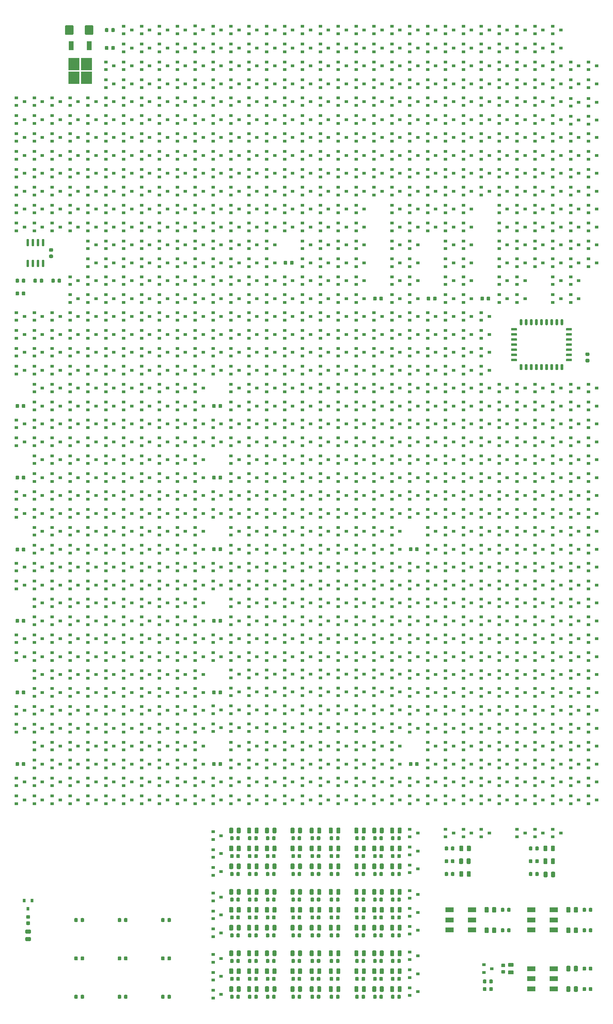
<source format=gbr>
G04 #@! TF.GenerationSoftware,KiCad,Pcbnew,(5.1.5)-3*
G04 #@! TF.CreationDate,2020-07-05T11:54:57+02:00*
G04 #@! TF.ProjectId,FetsAndCrosses,46657473-416e-4644-9372-6f737365732e,rev?*
G04 #@! TF.SameCoordinates,Original*
G04 #@! TF.FileFunction,Paste,Top*
G04 #@! TF.FilePolarity,Positive*
%FSLAX46Y46*%
G04 Gerber Fmt 4.6, Leading zero omitted, Abs format (unit mm)*
G04 Created by KiCad (PCBNEW (5.1.5)-3) date 2020-07-05 11:54:57*
%MOMM*%
%LPD*%
G04 APERTURE LIST*
%ADD10R,0.900000X0.800000*%
%ADD11C,0.100000*%
%ADD12R,2.000000X1.200000*%
%ADD13R,1.200000X2.200000*%
%ADD14R,2.750000X3.050000*%
%ADD15R,0.800000X0.900000*%
G04 APERTURE END LIST*
D10*
X42180000Y-99380000D03*
X42180000Y-101280000D03*
X44180000Y-100330000D03*
X19955000Y-99380000D03*
X19955000Y-101280000D03*
X21955000Y-100330000D03*
X59960000Y-72710000D03*
X59960000Y-74610000D03*
X61960000Y-73660000D03*
X122190000Y-161610000D03*
X122190000Y-163510000D03*
X124190000Y-162560000D03*
X77740000Y-152720000D03*
X77740000Y-154620000D03*
X79740000Y-153670000D03*
X28845000Y-188280000D03*
X28845000Y-190180000D03*
X30845000Y-189230000D03*
X141970000Y-113665000D03*
X139970000Y-114615000D03*
X139970000Y-112715000D03*
X86630000Y-157165000D03*
X86630000Y-159065000D03*
X88630000Y-158115000D03*
X99965000Y-174945000D03*
X99965000Y-176845000D03*
X101965000Y-175895000D03*
X162195000Y-183835000D03*
X162195000Y-185735000D03*
X164195000Y-184785000D03*
X51070000Y-197170000D03*
X51070000Y-199070000D03*
X53070000Y-198120000D03*
X42180000Y-130495000D03*
X42180000Y-132395000D03*
X44180000Y-131445000D03*
X33290000Y-179390000D03*
X33290000Y-181290000D03*
X35290000Y-180340000D03*
X59960000Y-179390000D03*
X59960000Y-181290000D03*
X61960000Y-180340000D03*
X99965000Y-179265000D03*
X99965000Y-181165000D03*
X101965000Y-180215000D03*
X131080000Y-179390000D03*
X131080000Y-181290000D03*
X133080000Y-180340000D03*
X162195000Y-161610000D03*
X162195000Y-163510000D03*
X164195000Y-162560000D03*
X144415000Y-161610000D03*
X144415000Y-163510000D03*
X146415000Y-162560000D03*
X55515000Y-143830000D03*
X55515000Y-145730000D03*
X57515000Y-144780000D03*
X91075000Y-108270000D03*
X91075000Y-110170000D03*
X93075000Y-109220000D03*
X104410000Y-112715000D03*
X104410000Y-114615000D03*
X106410000Y-113665000D03*
X131080000Y-148275000D03*
X131080000Y-150175000D03*
X133080000Y-149225000D03*
X148860000Y-148275000D03*
X148860000Y-150175000D03*
X150860000Y-149225000D03*
X162195000Y-121605000D03*
X162195000Y-123505000D03*
X164195000Y-122555000D03*
X122190000Y-130495000D03*
X122190000Y-132395000D03*
X124190000Y-131445000D03*
X139970000Y-126050000D03*
X139970000Y-127950000D03*
X141970000Y-127000000D03*
X104410000Y-130495000D03*
X104410000Y-132395000D03*
X106410000Y-131445000D03*
X104410000Y-126050000D03*
X104410000Y-127950000D03*
X106410000Y-127000000D03*
X91075000Y-126050000D03*
X91075000Y-127950000D03*
X93075000Y-127000000D03*
X42180000Y-112715000D03*
X42180000Y-114615000D03*
X44180000Y-113665000D03*
X46625000Y-108270000D03*
X46625000Y-110170000D03*
X48625000Y-109220000D03*
X144415000Y-143830000D03*
X144415000Y-145730000D03*
X146415000Y-144780000D03*
X55515000Y-108270000D03*
X55515000Y-110170000D03*
X57515000Y-109220000D03*
D11*
G36*
X20407691Y-113191053D02*
G01*
X20428926Y-113194203D01*
X20449750Y-113199419D01*
X20469962Y-113206651D01*
X20489368Y-113215830D01*
X20507781Y-113226866D01*
X20525024Y-113239654D01*
X20540930Y-113254070D01*
X20555346Y-113269976D01*
X20568134Y-113287219D01*
X20579170Y-113305632D01*
X20588349Y-113325038D01*
X20595581Y-113345250D01*
X20600797Y-113366074D01*
X20603947Y-113387309D01*
X20605000Y-113408750D01*
X20605000Y-113921250D01*
X20603947Y-113942691D01*
X20600797Y-113963926D01*
X20595581Y-113984750D01*
X20588349Y-114004962D01*
X20579170Y-114024368D01*
X20568134Y-114042781D01*
X20555346Y-114060024D01*
X20540930Y-114075930D01*
X20525024Y-114090346D01*
X20507781Y-114103134D01*
X20489368Y-114114170D01*
X20469962Y-114123349D01*
X20449750Y-114130581D01*
X20428926Y-114135797D01*
X20407691Y-114138947D01*
X20386250Y-114140000D01*
X19948750Y-114140000D01*
X19927309Y-114138947D01*
X19906074Y-114135797D01*
X19885250Y-114130581D01*
X19865038Y-114123349D01*
X19845632Y-114114170D01*
X19827219Y-114103134D01*
X19809976Y-114090346D01*
X19794070Y-114075930D01*
X19779654Y-114060024D01*
X19766866Y-114042781D01*
X19755830Y-114024368D01*
X19746651Y-114004962D01*
X19739419Y-113984750D01*
X19734203Y-113963926D01*
X19731053Y-113942691D01*
X19730000Y-113921250D01*
X19730000Y-113408750D01*
X19731053Y-113387309D01*
X19734203Y-113366074D01*
X19739419Y-113345250D01*
X19746651Y-113325038D01*
X19755830Y-113305632D01*
X19766866Y-113287219D01*
X19779654Y-113269976D01*
X19794070Y-113254070D01*
X19809976Y-113239654D01*
X19827219Y-113226866D01*
X19845632Y-113215830D01*
X19865038Y-113206651D01*
X19885250Y-113199419D01*
X19906074Y-113194203D01*
X19927309Y-113191053D01*
X19948750Y-113190000D01*
X20386250Y-113190000D01*
X20407691Y-113191053D01*
G37*
G36*
X21982691Y-113191053D02*
G01*
X22003926Y-113194203D01*
X22024750Y-113199419D01*
X22044962Y-113206651D01*
X22064368Y-113215830D01*
X22082781Y-113226866D01*
X22100024Y-113239654D01*
X22115930Y-113254070D01*
X22130346Y-113269976D01*
X22143134Y-113287219D01*
X22154170Y-113305632D01*
X22163349Y-113325038D01*
X22170581Y-113345250D01*
X22175797Y-113366074D01*
X22178947Y-113387309D01*
X22180000Y-113408750D01*
X22180000Y-113921250D01*
X22178947Y-113942691D01*
X22175797Y-113963926D01*
X22170581Y-113984750D01*
X22163349Y-114004962D01*
X22154170Y-114024368D01*
X22143134Y-114042781D01*
X22130346Y-114060024D01*
X22115930Y-114075930D01*
X22100024Y-114090346D01*
X22082781Y-114103134D01*
X22064368Y-114114170D01*
X22044962Y-114123349D01*
X22024750Y-114130581D01*
X22003926Y-114135797D01*
X21982691Y-114138947D01*
X21961250Y-114140000D01*
X21523750Y-114140000D01*
X21502309Y-114138947D01*
X21481074Y-114135797D01*
X21460250Y-114130581D01*
X21440038Y-114123349D01*
X21420632Y-114114170D01*
X21402219Y-114103134D01*
X21384976Y-114090346D01*
X21369070Y-114075930D01*
X21354654Y-114060024D01*
X21341866Y-114042781D01*
X21330830Y-114024368D01*
X21321651Y-114004962D01*
X21314419Y-113984750D01*
X21309203Y-113963926D01*
X21306053Y-113942691D01*
X21305000Y-113921250D01*
X21305000Y-113408750D01*
X21306053Y-113387309D01*
X21309203Y-113366074D01*
X21314419Y-113345250D01*
X21321651Y-113325038D01*
X21330830Y-113305632D01*
X21341866Y-113287219D01*
X21354654Y-113269976D01*
X21369070Y-113254070D01*
X21384976Y-113239654D01*
X21402219Y-113226866D01*
X21420632Y-113215830D01*
X21440038Y-113206651D01*
X21460250Y-113199419D01*
X21481074Y-113194203D01*
X21502309Y-113191053D01*
X21523750Y-113190000D01*
X21961250Y-113190000D01*
X21982691Y-113191053D01*
G37*
G36*
X69302691Y-113191053D02*
G01*
X69323926Y-113194203D01*
X69344750Y-113199419D01*
X69364962Y-113206651D01*
X69384368Y-113215830D01*
X69402781Y-113226866D01*
X69420024Y-113239654D01*
X69435930Y-113254070D01*
X69450346Y-113269976D01*
X69463134Y-113287219D01*
X69474170Y-113305632D01*
X69483349Y-113325038D01*
X69490581Y-113345250D01*
X69495797Y-113366074D01*
X69498947Y-113387309D01*
X69500000Y-113408750D01*
X69500000Y-113921250D01*
X69498947Y-113942691D01*
X69495797Y-113963926D01*
X69490581Y-113984750D01*
X69483349Y-114004962D01*
X69474170Y-114024368D01*
X69463134Y-114042781D01*
X69450346Y-114060024D01*
X69435930Y-114075930D01*
X69420024Y-114090346D01*
X69402781Y-114103134D01*
X69384368Y-114114170D01*
X69364962Y-114123349D01*
X69344750Y-114130581D01*
X69323926Y-114135797D01*
X69302691Y-114138947D01*
X69281250Y-114140000D01*
X68843750Y-114140000D01*
X68822309Y-114138947D01*
X68801074Y-114135797D01*
X68780250Y-114130581D01*
X68760038Y-114123349D01*
X68740632Y-114114170D01*
X68722219Y-114103134D01*
X68704976Y-114090346D01*
X68689070Y-114075930D01*
X68674654Y-114060024D01*
X68661866Y-114042781D01*
X68650830Y-114024368D01*
X68641651Y-114004962D01*
X68634419Y-113984750D01*
X68629203Y-113963926D01*
X68626053Y-113942691D01*
X68625000Y-113921250D01*
X68625000Y-113408750D01*
X68626053Y-113387309D01*
X68629203Y-113366074D01*
X68634419Y-113345250D01*
X68641651Y-113325038D01*
X68650830Y-113305632D01*
X68661866Y-113287219D01*
X68674654Y-113269976D01*
X68689070Y-113254070D01*
X68704976Y-113239654D01*
X68722219Y-113226866D01*
X68740632Y-113215830D01*
X68760038Y-113206651D01*
X68780250Y-113199419D01*
X68801074Y-113194203D01*
X68822309Y-113191053D01*
X68843750Y-113190000D01*
X69281250Y-113190000D01*
X69302691Y-113191053D01*
G37*
G36*
X70877691Y-113191053D02*
G01*
X70898926Y-113194203D01*
X70919750Y-113199419D01*
X70939962Y-113206651D01*
X70959368Y-113215830D01*
X70977781Y-113226866D01*
X70995024Y-113239654D01*
X71010930Y-113254070D01*
X71025346Y-113269976D01*
X71038134Y-113287219D01*
X71049170Y-113305632D01*
X71058349Y-113325038D01*
X71065581Y-113345250D01*
X71070797Y-113366074D01*
X71073947Y-113387309D01*
X71075000Y-113408750D01*
X71075000Y-113921250D01*
X71073947Y-113942691D01*
X71070797Y-113963926D01*
X71065581Y-113984750D01*
X71058349Y-114004962D01*
X71049170Y-114024368D01*
X71038134Y-114042781D01*
X71025346Y-114060024D01*
X71010930Y-114075930D01*
X70995024Y-114090346D01*
X70977781Y-114103134D01*
X70959368Y-114114170D01*
X70939962Y-114123349D01*
X70919750Y-114130581D01*
X70898926Y-114135797D01*
X70877691Y-114138947D01*
X70856250Y-114140000D01*
X70418750Y-114140000D01*
X70397309Y-114138947D01*
X70376074Y-114135797D01*
X70355250Y-114130581D01*
X70335038Y-114123349D01*
X70315632Y-114114170D01*
X70297219Y-114103134D01*
X70279976Y-114090346D01*
X70264070Y-114075930D01*
X70249654Y-114060024D01*
X70236866Y-114042781D01*
X70225830Y-114024368D01*
X70216651Y-114004962D01*
X70209419Y-113984750D01*
X70204203Y-113963926D01*
X70201053Y-113942691D01*
X70200000Y-113921250D01*
X70200000Y-113408750D01*
X70201053Y-113387309D01*
X70204203Y-113366074D01*
X70209419Y-113345250D01*
X70216651Y-113325038D01*
X70225830Y-113305632D01*
X70236866Y-113287219D01*
X70249654Y-113269976D01*
X70264070Y-113254070D01*
X70279976Y-113239654D01*
X70297219Y-113226866D01*
X70315632Y-113215830D01*
X70335038Y-113206651D01*
X70355250Y-113199419D01*
X70376074Y-113194203D01*
X70397309Y-113191053D01*
X70418750Y-113190000D01*
X70856250Y-113190000D01*
X70877691Y-113191053D01*
G37*
G36*
X135977691Y-86521053D02*
G01*
X135998926Y-86524203D01*
X136019750Y-86529419D01*
X136039962Y-86536651D01*
X136059368Y-86545830D01*
X136077781Y-86556866D01*
X136095024Y-86569654D01*
X136110930Y-86584070D01*
X136125346Y-86599976D01*
X136138134Y-86617219D01*
X136149170Y-86635632D01*
X136158349Y-86655038D01*
X136165581Y-86675250D01*
X136170797Y-86696074D01*
X136173947Y-86717309D01*
X136175000Y-86738750D01*
X136175000Y-87251250D01*
X136173947Y-87272691D01*
X136170797Y-87293926D01*
X136165581Y-87314750D01*
X136158349Y-87334962D01*
X136149170Y-87354368D01*
X136138134Y-87372781D01*
X136125346Y-87390024D01*
X136110930Y-87405930D01*
X136095024Y-87420346D01*
X136077781Y-87433134D01*
X136059368Y-87444170D01*
X136039962Y-87453349D01*
X136019750Y-87460581D01*
X135998926Y-87465797D01*
X135977691Y-87468947D01*
X135956250Y-87470000D01*
X135518750Y-87470000D01*
X135497309Y-87468947D01*
X135476074Y-87465797D01*
X135455250Y-87460581D01*
X135435038Y-87453349D01*
X135415632Y-87444170D01*
X135397219Y-87433134D01*
X135379976Y-87420346D01*
X135364070Y-87405930D01*
X135349654Y-87390024D01*
X135336866Y-87372781D01*
X135325830Y-87354368D01*
X135316651Y-87334962D01*
X135309419Y-87314750D01*
X135304203Y-87293926D01*
X135301053Y-87272691D01*
X135300000Y-87251250D01*
X135300000Y-86738750D01*
X135301053Y-86717309D01*
X135304203Y-86696074D01*
X135309419Y-86675250D01*
X135316651Y-86655038D01*
X135325830Y-86635632D01*
X135336866Y-86617219D01*
X135349654Y-86599976D01*
X135364070Y-86584070D01*
X135379976Y-86569654D01*
X135397219Y-86556866D01*
X135415632Y-86545830D01*
X135435038Y-86536651D01*
X135455250Y-86529419D01*
X135476074Y-86524203D01*
X135497309Y-86521053D01*
X135518750Y-86520000D01*
X135956250Y-86520000D01*
X135977691Y-86521053D01*
G37*
G36*
X137552691Y-86521053D02*
G01*
X137573926Y-86524203D01*
X137594750Y-86529419D01*
X137614962Y-86536651D01*
X137634368Y-86545830D01*
X137652781Y-86556866D01*
X137670024Y-86569654D01*
X137685930Y-86584070D01*
X137700346Y-86599976D01*
X137713134Y-86617219D01*
X137724170Y-86635632D01*
X137733349Y-86655038D01*
X137740581Y-86675250D01*
X137745797Y-86696074D01*
X137748947Y-86717309D01*
X137750000Y-86738750D01*
X137750000Y-87251250D01*
X137748947Y-87272691D01*
X137745797Y-87293926D01*
X137740581Y-87314750D01*
X137733349Y-87334962D01*
X137724170Y-87354368D01*
X137713134Y-87372781D01*
X137700346Y-87390024D01*
X137685930Y-87405930D01*
X137670024Y-87420346D01*
X137652781Y-87433134D01*
X137634368Y-87444170D01*
X137614962Y-87453349D01*
X137594750Y-87460581D01*
X137573926Y-87465797D01*
X137552691Y-87468947D01*
X137531250Y-87470000D01*
X137093750Y-87470000D01*
X137072309Y-87468947D01*
X137051074Y-87465797D01*
X137030250Y-87460581D01*
X137010038Y-87453349D01*
X136990632Y-87444170D01*
X136972219Y-87433134D01*
X136954976Y-87420346D01*
X136939070Y-87405930D01*
X136924654Y-87390024D01*
X136911866Y-87372781D01*
X136900830Y-87354368D01*
X136891651Y-87334962D01*
X136884419Y-87314750D01*
X136879203Y-87293926D01*
X136876053Y-87272691D01*
X136875000Y-87251250D01*
X136875000Y-86738750D01*
X136876053Y-86717309D01*
X136879203Y-86696074D01*
X136884419Y-86675250D01*
X136891651Y-86655038D01*
X136900830Y-86635632D01*
X136911866Y-86617219D01*
X136924654Y-86599976D01*
X136939070Y-86584070D01*
X136954976Y-86569654D01*
X136972219Y-86556866D01*
X136990632Y-86545830D01*
X137010038Y-86536651D01*
X137030250Y-86529419D01*
X137051074Y-86524203D01*
X137072309Y-86521053D01*
X137093750Y-86520000D01*
X137531250Y-86520000D01*
X137552691Y-86521053D01*
G37*
G36*
X122642691Y-86521053D02*
G01*
X122663926Y-86524203D01*
X122684750Y-86529419D01*
X122704962Y-86536651D01*
X122724368Y-86545830D01*
X122742781Y-86556866D01*
X122760024Y-86569654D01*
X122775930Y-86584070D01*
X122790346Y-86599976D01*
X122803134Y-86617219D01*
X122814170Y-86635632D01*
X122823349Y-86655038D01*
X122830581Y-86675250D01*
X122835797Y-86696074D01*
X122838947Y-86717309D01*
X122840000Y-86738750D01*
X122840000Y-87251250D01*
X122838947Y-87272691D01*
X122835797Y-87293926D01*
X122830581Y-87314750D01*
X122823349Y-87334962D01*
X122814170Y-87354368D01*
X122803134Y-87372781D01*
X122790346Y-87390024D01*
X122775930Y-87405930D01*
X122760024Y-87420346D01*
X122742781Y-87433134D01*
X122724368Y-87444170D01*
X122704962Y-87453349D01*
X122684750Y-87460581D01*
X122663926Y-87465797D01*
X122642691Y-87468947D01*
X122621250Y-87470000D01*
X122183750Y-87470000D01*
X122162309Y-87468947D01*
X122141074Y-87465797D01*
X122120250Y-87460581D01*
X122100038Y-87453349D01*
X122080632Y-87444170D01*
X122062219Y-87433134D01*
X122044976Y-87420346D01*
X122029070Y-87405930D01*
X122014654Y-87390024D01*
X122001866Y-87372781D01*
X121990830Y-87354368D01*
X121981651Y-87334962D01*
X121974419Y-87314750D01*
X121969203Y-87293926D01*
X121966053Y-87272691D01*
X121965000Y-87251250D01*
X121965000Y-86738750D01*
X121966053Y-86717309D01*
X121969203Y-86696074D01*
X121974419Y-86675250D01*
X121981651Y-86655038D01*
X121990830Y-86635632D01*
X122001866Y-86617219D01*
X122014654Y-86599976D01*
X122029070Y-86584070D01*
X122044976Y-86569654D01*
X122062219Y-86556866D01*
X122080632Y-86545830D01*
X122100038Y-86536651D01*
X122120250Y-86529419D01*
X122141074Y-86524203D01*
X122162309Y-86521053D01*
X122183750Y-86520000D01*
X122621250Y-86520000D01*
X122642691Y-86521053D01*
G37*
G36*
X124217691Y-86521053D02*
G01*
X124238926Y-86524203D01*
X124259750Y-86529419D01*
X124279962Y-86536651D01*
X124299368Y-86545830D01*
X124317781Y-86556866D01*
X124335024Y-86569654D01*
X124350930Y-86584070D01*
X124365346Y-86599976D01*
X124378134Y-86617219D01*
X124389170Y-86635632D01*
X124398349Y-86655038D01*
X124405581Y-86675250D01*
X124410797Y-86696074D01*
X124413947Y-86717309D01*
X124415000Y-86738750D01*
X124415000Y-87251250D01*
X124413947Y-87272691D01*
X124410797Y-87293926D01*
X124405581Y-87314750D01*
X124398349Y-87334962D01*
X124389170Y-87354368D01*
X124378134Y-87372781D01*
X124365346Y-87390024D01*
X124350930Y-87405930D01*
X124335024Y-87420346D01*
X124317781Y-87433134D01*
X124299368Y-87444170D01*
X124279962Y-87453349D01*
X124259750Y-87460581D01*
X124238926Y-87465797D01*
X124217691Y-87468947D01*
X124196250Y-87470000D01*
X123758750Y-87470000D01*
X123737309Y-87468947D01*
X123716074Y-87465797D01*
X123695250Y-87460581D01*
X123675038Y-87453349D01*
X123655632Y-87444170D01*
X123637219Y-87433134D01*
X123619976Y-87420346D01*
X123604070Y-87405930D01*
X123589654Y-87390024D01*
X123576866Y-87372781D01*
X123565830Y-87354368D01*
X123556651Y-87334962D01*
X123549419Y-87314750D01*
X123544203Y-87293926D01*
X123541053Y-87272691D01*
X123540000Y-87251250D01*
X123540000Y-86738750D01*
X123541053Y-86717309D01*
X123544203Y-86696074D01*
X123549419Y-86675250D01*
X123556651Y-86655038D01*
X123565830Y-86635632D01*
X123576866Y-86617219D01*
X123589654Y-86599976D01*
X123604070Y-86584070D01*
X123619976Y-86569654D01*
X123637219Y-86556866D01*
X123655632Y-86545830D01*
X123675038Y-86536651D01*
X123695250Y-86529419D01*
X123716074Y-86524203D01*
X123737309Y-86521053D01*
X123758750Y-86520000D01*
X124196250Y-86520000D01*
X124217691Y-86521053D01*
G37*
G36*
X87082691Y-77631053D02*
G01*
X87103926Y-77634203D01*
X87124750Y-77639419D01*
X87144962Y-77646651D01*
X87164368Y-77655830D01*
X87182781Y-77666866D01*
X87200024Y-77679654D01*
X87215930Y-77694070D01*
X87230346Y-77709976D01*
X87243134Y-77727219D01*
X87254170Y-77745632D01*
X87263349Y-77765038D01*
X87270581Y-77785250D01*
X87275797Y-77806074D01*
X87278947Y-77827309D01*
X87280000Y-77848750D01*
X87280000Y-78361250D01*
X87278947Y-78382691D01*
X87275797Y-78403926D01*
X87270581Y-78424750D01*
X87263349Y-78444962D01*
X87254170Y-78464368D01*
X87243134Y-78482781D01*
X87230346Y-78500024D01*
X87215930Y-78515930D01*
X87200024Y-78530346D01*
X87182781Y-78543134D01*
X87164368Y-78554170D01*
X87144962Y-78563349D01*
X87124750Y-78570581D01*
X87103926Y-78575797D01*
X87082691Y-78578947D01*
X87061250Y-78580000D01*
X86623750Y-78580000D01*
X86602309Y-78578947D01*
X86581074Y-78575797D01*
X86560250Y-78570581D01*
X86540038Y-78563349D01*
X86520632Y-78554170D01*
X86502219Y-78543134D01*
X86484976Y-78530346D01*
X86469070Y-78515930D01*
X86454654Y-78500024D01*
X86441866Y-78482781D01*
X86430830Y-78464368D01*
X86421651Y-78444962D01*
X86414419Y-78424750D01*
X86409203Y-78403926D01*
X86406053Y-78382691D01*
X86405000Y-78361250D01*
X86405000Y-77848750D01*
X86406053Y-77827309D01*
X86409203Y-77806074D01*
X86414419Y-77785250D01*
X86421651Y-77765038D01*
X86430830Y-77745632D01*
X86441866Y-77727219D01*
X86454654Y-77709976D01*
X86469070Y-77694070D01*
X86484976Y-77679654D01*
X86502219Y-77666866D01*
X86520632Y-77655830D01*
X86540038Y-77646651D01*
X86560250Y-77639419D01*
X86581074Y-77634203D01*
X86602309Y-77631053D01*
X86623750Y-77630000D01*
X87061250Y-77630000D01*
X87082691Y-77631053D01*
G37*
G36*
X88657691Y-77631053D02*
G01*
X88678926Y-77634203D01*
X88699750Y-77639419D01*
X88719962Y-77646651D01*
X88739368Y-77655830D01*
X88757781Y-77666866D01*
X88775024Y-77679654D01*
X88790930Y-77694070D01*
X88805346Y-77709976D01*
X88818134Y-77727219D01*
X88829170Y-77745632D01*
X88838349Y-77765038D01*
X88845581Y-77785250D01*
X88850797Y-77806074D01*
X88853947Y-77827309D01*
X88855000Y-77848750D01*
X88855000Y-78361250D01*
X88853947Y-78382691D01*
X88850797Y-78403926D01*
X88845581Y-78424750D01*
X88838349Y-78444962D01*
X88829170Y-78464368D01*
X88818134Y-78482781D01*
X88805346Y-78500024D01*
X88790930Y-78515930D01*
X88775024Y-78530346D01*
X88757781Y-78543134D01*
X88739368Y-78554170D01*
X88719962Y-78563349D01*
X88699750Y-78570581D01*
X88678926Y-78575797D01*
X88657691Y-78578947D01*
X88636250Y-78580000D01*
X88198750Y-78580000D01*
X88177309Y-78578947D01*
X88156074Y-78575797D01*
X88135250Y-78570581D01*
X88115038Y-78563349D01*
X88095632Y-78554170D01*
X88077219Y-78543134D01*
X88059976Y-78530346D01*
X88044070Y-78515930D01*
X88029654Y-78500024D01*
X88016866Y-78482781D01*
X88005830Y-78464368D01*
X87996651Y-78444962D01*
X87989419Y-78424750D01*
X87984203Y-78403926D01*
X87981053Y-78382691D01*
X87980000Y-78361250D01*
X87980000Y-77848750D01*
X87981053Y-77827309D01*
X87984203Y-77806074D01*
X87989419Y-77785250D01*
X87996651Y-77765038D01*
X88005830Y-77745632D01*
X88016866Y-77727219D01*
X88029654Y-77709976D01*
X88044070Y-77694070D01*
X88059976Y-77679654D01*
X88077219Y-77666866D01*
X88095632Y-77655830D01*
X88115038Y-77646651D01*
X88135250Y-77639419D01*
X88156074Y-77634203D01*
X88177309Y-77631053D01*
X88198750Y-77630000D01*
X88636250Y-77630000D01*
X88657691Y-77631053D01*
G37*
G36*
X109307691Y-86521053D02*
G01*
X109328926Y-86524203D01*
X109349750Y-86529419D01*
X109369962Y-86536651D01*
X109389368Y-86545830D01*
X109407781Y-86556866D01*
X109425024Y-86569654D01*
X109440930Y-86584070D01*
X109455346Y-86599976D01*
X109468134Y-86617219D01*
X109479170Y-86635632D01*
X109488349Y-86655038D01*
X109495581Y-86675250D01*
X109500797Y-86696074D01*
X109503947Y-86717309D01*
X109505000Y-86738750D01*
X109505000Y-87251250D01*
X109503947Y-87272691D01*
X109500797Y-87293926D01*
X109495581Y-87314750D01*
X109488349Y-87334962D01*
X109479170Y-87354368D01*
X109468134Y-87372781D01*
X109455346Y-87390024D01*
X109440930Y-87405930D01*
X109425024Y-87420346D01*
X109407781Y-87433134D01*
X109389368Y-87444170D01*
X109369962Y-87453349D01*
X109349750Y-87460581D01*
X109328926Y-87465797D01*
X109307691Y-87468947D01*
X109286250Y-87470000D01*
X108848750Y-87470000D01*
X108827309Y-87468947D01*
X108806074Y-87465797D01*
X108785250Y-87460581D01*
X108765038Y-87453349D01*
X108745632Y-87444170D01*
X108727219Y-87433134D01*
X108709976Y-87420346D01*
X108694070Y-87405930D01*
X108679654Y-87390024D01*
X108666866Y-87372781D01*
X108655830Y-87354368D01*
X108646651Y-87334962D01*
X108639419Y-87314750D01*
X108634203Y-87293926D01*
X108631053Y-87272691D01*
X108630000Y-87251250D01*
X108630000Y-86738750D01*
X108631053Y-86717309D01*
X108634203Y-86696074D01*
X108639419Y-86675250D01*
X108646651Y-86655038D01*
X108655830Y-86635632D01*
X108666866Y-86617219D01*
X108679654Y-86599976D01*
X108694070Y-86584070D01*
X108709976Y-86569654D01*
X108727219Y-86556866D01*
X108745632Y-86545830D01*
X108765038Y-86536651D01*
X108785250Y-86529419D01*
X108806074Y-86524203D01*
X108827309Y-86521053D01*
X108848750Y-86520000D01*
X109286250Y-86520000D01*
X109307691Y-86521053D01*
G37*
G36*
X110882691Y-86521053D02*
G01*
X110903926Y-86524203D01*
X110924750Y-86529419D01*
X110944962Y-86536651D01*
X110964368Y-86545830D01*
X110982781Y-86556866D01*
X111000024Y-86569654D01*
X111015930Y-86584070D01*
X111030346Y-86599976D01*
X111043134Y-86617219D01*
X111054170Y-86635632D01*
X111063349Y-86655038D01*
X111070581Y-86675250D01*
X111075797Y-86696074D01*
X111078947Y-86717309D01*
X111080000Y-86738750D01*
X111080000Y-87251250D01*
X111078947Y-87272691D01*
X111075797Y-87293926D01*
X111070581Y-87314750D01*
X111063349Y-87334962D01*
X111054170Y-87354368D01*
X111043134Y-87372781D01*
X111030346Y-87390024D01*
X111015930Y-87405930D01*
X111000024Y-87420346D01*
X110982781Y-87433134D01*
X110964368Y-87444170D01*
X110944962Y-87453349D01*
X110924750Y-87460581D01*
X110903926Y-87465797D01*
X110882691Y-87468947D01*
X110861250Y-87470000D01*
X110423750Y-87470000D01*
X110402309Y-87468947D01*
X110381074Y-87465797D01*
X110360250Y-87460581D01*
X110340038Y-87453349D01*
X110320632Y-87444170D01*
X110302219Y-87433134D01*
X110284976Y-87420346D01*
X110269070Y-87405930D01*
X110254654Y-87390024D01*
X110241866Y-87372781D01*
X110230830Y-87354368D01*
X110221651Y-87334962D01*
X110214419Y-87314750D01*
X110209203Y-87293926D01*
X110206053Y-87272691D01*
X110205000Y-87251250D01*
X110205000Y-86738750D01*
X110206053Y-86717309D01*
X110209203Y-86696074D01*
X110214419Y-86675250D01*
X110221651Y-86655038D01*
X110230830Y-86635632D01*
X110241866Y-86617219D01*
X110254654Y-86599976D01*
X110269070Y-86584070D01*
X110284976Y-86569654D01*
X110302219Y-86556866D01*
X110320632Y-86545830D01*
X110340038Y-86536651D01*
X110360250Y-86529419D01*
X110381074Y-86524203D01*
X110402309Y-86521053D01*
X110423750Y-86520000D01*
X110861250Y-86520000D01*
X110882691Y-86521053D01*
G37*
G36*
X20407691Y-202091053D02*
G01*
X20428926Y-202094203D01*
X20449750Y-202099419D01*
X20469962Y-202106651D01*
X20489368Y-202115830D01*
X20507781Y-202126866D01*
X20525024Y-202139654D01*
X20540930Y-202154070D01*
X20555346Y-202169976D01*
X20568134Y-202187219D01*
X20579170Y-202205632D01*
X20588349Y-202225038D01*
X20595581Y-202245250D01*
X20600797Y-202266074D01*
X20603947Y-202287309D01*
X20605000Y-202308750D01*
X20605000Y-202821250D01*
X20603947Y-202842691D01*
X20600797Y-202863926D01*
X20595581Y-202884750D01*
X20588349Y-202904962D01*
X20579170Y-202924368D01*
X20568134Y-202942781D01*
X20555346Y-202960024D01*
X20540930Y-202975930D01*
X20525024Y-202990346D01*
X20507781Y-203003134D01*
X20489368Y-203014170D01*
X20469962Y-203023349D01*
X20449750Y-203030581D01*
X20428926Y-203035797D01*
X20407691Y-203038947D01*
X20386250Y-203040000D01*
X19948750Y-203040000D01*
X19927309Y-203038947D01*
X19906074Y-203035797D01*
X19885250Y-203030581D01*
X19865038Y-203023349D01*
X19845632Y-203014170D01*
X19827219Y-203003134D01*
X19809976Y-202990346D01*
X19794070Y-202975930D01*
X19779654Y-202960024D01*
X19766866Y-202942781D01*
X19755830Y-202924368D01*
X19746651Y-202904962D01*
X19739419Y-202884750D01*
X19734203Y-202863926D01*
X19731053Y-202842691D01*
X19730000Y-202821250D01*
X19730000Y-202308750D01*
X19731053Y-202287309D01*
X19734203Y-202266074D01*
X19739419Y-202245250D01*
X19746651Y-202225038D01*
X19755830Y-202205632D01*
X19766866Y-202187219D01*
X19779654Y-202169976D01*
X19794070Y-202154070D01*
X19809976Y-202139654D01*
X19827219Y-202126866D01*
X19845632Y-202115830D01*
X19865038Y-202106651D01*
X19885250Y-202099419D01*
X19906074Y-202094203D01*
X19927309Y-202091053D01*
X19948750Y-202090000D01*
X20386250Y-202090000D01*
X20407691Y-202091053D01*
G37*
G36*
X21982691Y-202091053D02*
G01*
X22003926Y-202094203D01*
X22024750Y-202099419D01*
X22044962Y-202106651D01*
X22064368Y-202115830D01*
X22082781Y-202126866D01*
X22100024Y-202139654D01*
X22115930Y-202154070D01*
X22130346Y-202169976D01*
X22143134Y-202187219D01*
X22154170Y-202205632D01*
X22163349Y-202225038D01*
X22170581Y-202245250D01*
X22175797Y-202266074D01*
X22178947Y-202287309D01*
X22180000Y-202308750D01*
X22180000Y-202821250D01*
X22178947Y-202842691D01*
X22175797Y-202863926D01*
X22170581Y-202884750D01*
X22163349Y-202904962D01*
X22154170Y-202924368D01*
X22143134Y-202942781D01*
X22130346Y-202960024D01*
X22115930Y-202975930D01*
X22100024Y-202990346D01*
X22082781Y-203003134D01*
X22064368Y-203014170D01*
X22044962Y-203023349D01*
X22024750Y-203030581D01*
X22003926Y-203035797D01*
X21982691Y-203038947D01*
X21961250Y-203040000D01*
X21523750Y-203040000D01*
X21502309Y-203038947D01*
X21481074Y-203035797D01*
X21460250Y-203030581D01*
X21440038Y-203023349D01*
X21420632Y-203014170D01*
X21402219Y-203003134D01*
X21384976Y-202990346D01*
X21369070Y-202975930D01*
X21354654Y-202960024D01*
X21341866Y-202942781D01*
X21330830Y-202924368D01*
X21321651Y-202904962D01*
X21314419Y-202884750D01*
X21309203Y-202863926D01*
X21306053Y-202842691D01*
X21305000Y-202821250D01*
X21305000Y-202308750D01*
X21306053Y-202287309D01*
X21309203Y-202266074D01*
X21314419Y-202245250D01*
X21321651Y-202225038D01*
X21330830Y-202205632D01*
X21341866Y-202187219D01*
X21354654Y-202169976D01*
X21369070Y-202154070D01*
X21384976Y-202139654D01*
X21402219Y-202126866D01*
X21420632Y-202115830D01*
X21440038Y-202106651D01*
X21460250Y-202099419D01*
X21481074Y-202094203D01*
X21502309Y-202091053D01*
X21523750Y-202090000D01*
X21961250Y-202090000D01*
X21982691Y-202091053D01*
G37*
G36*
X69302691Y-202091053D02*
G01*
X69323926Y-202094203D01*
X69344750Y-202099419D01*
X69364962Y-202106651D01*
X69384368Y-202115830D01*
X69402781Y-202126866D01*
X69420024Y-202139654D01*
X69435930Y-202154070D01*
X69450346Y-202169976D01*
X69463134Y-202187219D01*
X69474170Y-202205632D01*
X69483349Y-202225038D01*
X69490581Y-202245250D01*
X69495797Y-202266074D01*
X69498947Y-202287309D01*
X69500000Y-202308750D01*
X69500000Y-202821250D01*
X69498947Y-202842691D01*
X69495797Y-202863926D01*
X69490581Y-202884750D01*
X69483349Y-202904962D01*
X69474170Y-202924368D01*
X69463134Y-202942781D01*
X69450346Y-202960024D01*
X69435930Y-202975930D01*
X69420024Y-202990346D01*
X69402781Y-203003134D01*
X69384368Y-203014170D01*
X69364962Y-203023349D01*
X69344750Y-203030581D01*
X69323926Y-203035797D01*
X69302691Y-203038947D01*
X69281250Y-203040000D01*
X68843750Y-203040000D01*
X68822309Y-203038947D01*
X68801074Y-203035797D01*
X68780250Y-203030581D01*
X68760038Y-203023349D01*
X68740632Y-203014170D01*
X68722219Y-203003134D01*
X68704976Y-202990346D01*
X68689070Y-202975930D01*
X68674654Y-202960024D01*
X68661866Y-202942781D01*
X68650830Y-202924368D01*
X68641651Y-202904962D01*
X68634419Y-202884750D01*
X68629203Y-202863926D01*
X68626053Y-202842691D01*
X68625000Y-202821250D01*
X68625000Y-202308750D01*
X68626053Y-202287309D01*
X68629203Y-202266074D01*
X68634419Y-202245250D01*
X68641651Y-202225038D01*
X68650830Y-202205632D01*
X68661866Y-202187219D01*
X68674654Y-202169976D01*
X68689070Y-202154070D01*
X68704976Y-202139654D01*
X68722219Y-202126866D01*
X68740632Y-202115830D01*
X68760038Y-202106651D01*
X68780250Y-202099419D01*
X68801074Y-202094203D01*
X68822309Y-202091053D01*
X68843750Y-202090000D01*
X69281250Y-202090000D01*
X69302691Y-202091053D01*
G37*
G36*
X70877691Y-202091053D02*
G01*
X70898926Y-202094203D01*
X70919750Y-202099419D01*
X70939962Y-202106651D01*
X70959368Y-202115830D01*
X70977781Y-202126866D01*
X70995024Y-202139654D01*
X71010930Y-202154070D01*
X71025346Y-202169976D01*
X71038134Y-202187219D01*
X71049170Y-202205632D01*
X71058349Y-202225038D01*
X71065581Y-202245250D01*
X71070797Y-202266074D01*
X71073947Y-202287309D01*
X71075000Y-202308750D01*
X71075000Y-202821250D01*
X71073947Y-202842691D01*
X71070797Y-202863926D01*
X71065581Y-202884750D01*
X71058349Y-202904962D01*
X71049170Y-202924368D01*
X71038134Y-202942781D01*
X71025346Y-202960024D01*
X71010930Y-202975930D01*
X70995024Y-202990346D01*
X70977781Y-203003134D01*
X70959368Y-203014170D01*
X70939962Y-203023349D01*
X70919750Y-203030581D01*
X70898926Y-203035797D01*
X70877691Y-203038947D01*
X70856250Y-203040000D01*
X70418750Y-203040000D01*
X70397309Y-203038947D01*
X70376074Y-203035797D01*
X70355250Y-203030581D01*
X70335038Y-203023349D01*
X70315632Y-203014170D01*
X70297219Y-203003134D01*
X70279976Y-202990346D01*
X70264070Y-202975930D01*
X70249654Y-202960024D01*
X70236866Y-202942781D01*
X70225830Y-202924368D01*
X70216651Y-202904962D01*
X70209419Y-202884750D01*
X70204203Y-202863926D01*
X70201053Y-202842691D01*
X70200000Y-202821250D01*
X70200000Y-202308750D01*
X70201053Y-202287309D01*
X70204203Y-202266074D01*
X70209419Y-202245250D01*
X70216651Y-202225038D01*
X70225830Y-202205632D01*
X70236866Y-202187219D01*
X70249654Y-202169976D01*
X70264070Y-202154070D01*
X70279976Y-202139654D01*
X70297219Y-202126866D01*
X70315632Y-202115830D01*
X70335038Y-202106651D01*
X70355250Y-202099419D01*
X70376074Y-202094203D01*
X70397309Y-202091053D01*
X70418750Y-202090000D01*
X70856250Y-202090000D01*
X70877691Y-202091053D01*
G37*
G36*
X118197691Y-202091053D02*
G01*
X118218926Y-202094203D01*
X118239750Y-202099419D01*
X118259962Y-202106651D01*
X118279368Y-202115830D01*
X118297781Y-202126866D01*
X118315024Y-202139654D01*
X118330930Y-202154070D01*
X118345346Y-202169976D01*
X118358134Y-202187219D01*
X118369170Y-202205632D01*
X118378349Y-202225038D01*
X118385581Y-202245250D01*
X118390797Y-202266074D01*
X118393947Y-202287309D01*
X118395000Y-202308750D01*
X118395000Y-202821250D01*
X118393947Y-202842691D01*
X118390797Y-202863926D01*
X118385581Y-202884750D01*
X118378349Y-202904962D01*
X118369170Y-202924368D01*
X118358134Y-202942781D01*
X118345346Y-202960024D01*
X118330930Y-202975930D01*
X118315024Y-202990346D01*
X118297781Y-203003134D01*
X118279368Y-203014170D01*
X118259962Y-203023349D01*
X118239750Y-203030581D01*
X118218926Y-203035797D01*
X118197691Y-203038947D01*
X118176250Y-203040000D01*
X117738750Y-203040000D01*
X117717309Y-203038947D01*
X117696074Y-203035797D01*
X117675250Y-203030581D01*
X117655038Y-203023349D01*
X117635632Y-203014170D01*
X117617219Y-203003134D01*
X117599976Y-202990346D01*
X117584070Y-202975930D01*
X117569654Y-202960024D01*
X117556866Y-202942781D01*
X117545830Y-202924368D01*
X117536651Y-202904962D01*
X117529419Y-202884750D01*
X117524203Y-202863926D01*
X117521053Y-202842691D01*
X117520000Y-202821250D01*
X117520000Y-202308750D01*
X117521053Y-202287309D01*
X117524203Y-202266074D01*
X117529419Y-202245250D01*
X117536651Y-202225038D01*
X117545830Y-202205632D01*
X117556866Y-202187219D01*
X117569654Y-202169976D01*
X117584070Y-202154070D01*
X117599976Y-202139654D01*
X117617219Y-202126866D01*
X117635632Y-202115830D01*
X117655038Y-202106651D01*
X117675250Y-202099419D01*
X117696074Y-202094203D01*
X117717309Y-202091053D01*
X117738750Y-202090000D01*
X118176250Y-202090000D01*
X118197691Y-202091053D01*
G37*
G36*
X119772691Y-202091053D02*
G01*
X119793926Y-202094203D01*
X119814750Y-202099419D01*
X119834962Y-202106651D01*
X119854368Y-202115830D01*
X119872781Y-202126866D01*
X119890024Y-202139654D01*
X119905930Y-202154070D01*
X119920346Y-202169976D01*
X119933134Y-202187219D01*
X119944170Y-202205632D01*
X119953349Y-202225038D01*
X119960581Y-202245250D01*
X119965797Y-202266074D01*
X119968947Y-202287309D01*
X119970000Y-202308750D01*
X119970000Y-202821250D01*
X119968947Y-202842691D01*
X119965797Y-202863926D01*
X119960581Y-202884750D01*
X119953349Y-202904962D01*
X119944170Y-202924368D01*
X119933134Y-202942781D01*
X119920346Y-202960024D01*
X119905930Y-202975930D01*
X119890024Y-202990346D01*
X119872781Y-203003134D01*
X119854368Y-203014170D01*
X119834962Y-203023349D01*
X119814750Y-203030581D01*
X119793926Y-203035797D01*
X119772691Y-203038947D01*
X119751250Y-203040000D01*
X119313750Y-203040000D01*
X119292309Y-203038947D01*
X119271074Y-203035797D01*
X119250250Y-203030581D01*
X119230038Y-203023349D01*
X119210632Y-203014170D01*
X119192219Y-203003134D01*
X119174976Y-202990346D01*
X119159070Y-202975930D01*
X119144654Y-202960024D01*
X119131866Y-202942781D01*
X119120830Y-202924368D01*
X119111651Y-202904962D01*
X119104419Y-202884750D01*
X119099203Y-202863926D01*
X119096053Y-202842691D01*
X119095000Y-202821250D01*
X119095000Y-202308750D01*
X119096053Y-202287309D01*
X119099203Y-202266074D01*
X119104419Y-202245250D01*
X119111651Y-202225038D01*
X119120830Y-202205632D01*
X119131866Y-202187219D01*
X119144654Y-202169976D01*
X119159070Y-202154070D01*
X119174976Y-202139654D01*
X119192219Y-202126866D01*
X119210632Y-202115830D01*
X119230038Y-202106651D01*
X119250250Y-202099419D01*
X119271074Y-202094203D01*
X119292309Y-202091053D01*
X119313750Y-202090000D01*
X119751250Y-202090000D01*
X119772691Y-202091053D01*
G37*
G36*
X20407691Y-184311053D02*
G01*
X20428926Y-184314203D01*
X20449750Y-184319419D01*
X20469962Y-184326651D01*
X20489368Y-184335830D01*
X20507781Y-184346866D01*
X20525024Y-184359654D01*
X20540930Y-184374070D01*
X20555346Y-184389976D01*
X20568134Y-184407219D01*
X20579170Y-184425632D01*
X20588349Y-184445038D01*
X20595581Y-184465250D01*
X20600797Y-184486074D01*
X20603947Y-184507309D01*
X20605000Y-184528750D01*
X20605000Y-185041250D01*
X20603947Y-185062691D01*
X20600797Y-185083926D01*
X20595581Y-185104750D01*
X20588349Y-185124962D01*
X20579170Y-185144368D01*
X20568134Y-185162781D01*
X20555346Y-185180024D01*
X20540930Y-185195930D01*
X20525024Y-185210346D01*
X20507781Y-185223134D01*
X20489368Y-185234170D01*
X20469962Y-185243349D01*
X20449750Y-185250581D01*
X20428926Y-185255797D01*
X20407691Y-185258947D01*
X20386250Y-185260000D01*
X19948750Y-185260000D01*
X19927309Y-185258947D01*
X19906074Y-185255797D01*
X19885250Y-185250581D01*
X19865038Y-185243349D01*
X19845632Y-185234170D01*
X19827219Y-185223134D01*
X19809976Y-185210346D01*
X19794070Y-185195930D01*
X19779654Y-185180024D01*
X19766866Y-185162781D01*
X19755830Y-185144368D01*
X19746651Y-185124962D01*
X19739419Y-185104750D01*
X19734203Y-185083926D01*
X19731053Y-185062691D01*
X19730000Y-185041250D01*
X19730000Y-184528750D01*
X19731053Y-184507309D01*
X19734203Y-184486074D01*
X19739419Y-184465250D01*
X19746651Y-184445038D01*
X19755830Y-184425632D01*
X19766866Y-184407219D01*
X19779654Y-184389976D01*
X19794070Y-184374070D01*
X19809976Y-184359654D01*
X19827219Y-184346866D01*
X19845632Y-184335830D01*
X19865038Y-184326651D01*
X19885250Y-184319419D01*
X19906074Y-184314203D01*
X19927309Y-184311053D01*
X19948750Y-184310000D01*
X20386250Y-184310000D01*
X20407691Y-184311053D01*
G37*
G36*
X21982691Y-184311053D02*
G01*
X22003926Y-184314203D01*
X22024750Y-184319419D01*
X22044962Y-184326651D01*
X22064368Y-184335830D01*
X22082781Y-184346866D01*
X22100024Y-184359654D01*
X22115930Y-184374070D01*
X22130346Y-184389976D01*
X22143134Y-184407219D01*
X22154170Y-184425632D01*
X22163349Y-184445038D01*
X22170581Y-184465250D01*
X22175797Y-184486074D01*
X22178947Y-184507309D01*
X22180000Y-184528750D01*
X22180000Y-185041250D01*
X22178947Y-185062691D01*
X22175797Y-185083926D01*
X22170581Y-185104750D01*
X22163349Y-185124962D01*
X22154170Y-185144368D01*
X22143134Y-185162781D01*
X22130346Y-185180024D01*
X22115930Y-185195930D01*
X22100024Y-185210346D01*
X22082781Y-185223134D01*
X22064368Y-185234170D01*
X22044962Y-185243349D01*
X22024750Y-185250581D01*
X22003926Y-185255797D01*
X21982691Y-185258947D01*
X21961250Y-185260000D01*
X21523750Y-185260000D01*
X21502309Y-185258947D01*
X21481074Y-185255797D01*
X21460250Y-185250581D01*
X21440038Y-185243349D01*
X21420632Y-185234170D01*
X21402219Y-185223134D01*
X21384976Y-185210346D01*
X21369070Y-185195930D01*
X21354654Y-185180024D01*
X21341866Y-185162781D01*
X21330830Y-185144368D01*
X21321651Y-185124962D01*
X21314419Y-185104750D01*
X21309203Y-185083926D01*
X21306053Y-185062691D01*
X21305000Y-185041250D01*
X21305000Y-184528750D01*
X21306053Y-184507309D01*
X21309203Y-184486074D01*
X21314419Y-184465250D01*
X21321651Y-184445038D01*
X21330830Y-184425632D01*
X21341866Y-184407219D01*
X21354654Y-184389976D01*
X21369070Y-184374070D01*
X21384976Y-184359654D01*
X21402219Y-184346866D01*
X21420632Y-184335830D01*
X21440038Y-184326651D01*
X21460250Y-184319419D01*
X21481074Y-184314203D01*
X21502309Y-184311053D01*
X21523750Y-184310000D01*
X21961250Y-184310000D01*
X21982691Y-184311053D01*
G37*
G36*
X69302691Y-166531053D02*
G01*
X69323926Y-166534203D01*
X69344750Y-166539419D01*
X69364962Y-166546651D01*
X69384368Y-166555830D01*
X69402781Y-166566866D01*
X69420024Y-166579654D01*
X69435930Y-166594070D01*
X69450346Y-166609976D01*
X69463134Y-166627219D01*
X69474170Y-166645632D01*
X69483349Y-166665038D01*
X69490581Y-166685250D01*
X69495797Y-166706074D01*
X69498947Y-166727309D01*
X69500000Y-166748750D01*
X69500000Y-167261250D01*
X69498947Y-167282691D01*
X69495797Y-167303926D01*
X69490581Y-167324750D01*
X69483349Y-167344962D01*
X69474170Y-167364368D01*
X69463134Y-167382781D01*
X69450346Y-167400024D01*
X69435930Y-167415930D01*
X69420024Y-167430346D01*
X69402781Y-167443134D01*
X69384368Y-167454170D01*
X69364962Y-167463349D01*
X69344750Y-167470581D01*
X69323926Y-167475797D01*
X69302691Y-167478947D01*
X69281250Y-167480000D01*
X68843750Y-167480000D01*
X68822309Y-167478947D01*
X68801074Y-167475797D01*
X68780250Y-167470581D01*
X68760038Y-167463349D01*
X68740632Y-167454170D01*
X68722219Y-167443134D01*
X68704976Y-167430346D01*
X68689070Y-167415930D01*
X68674654Y-167400024D01*
X68661866Y-167382781D01*
X68650830Y-167364368D01*
X68641651Y-167344962D01*
X68634419Y-167324750D01*
X68629203Y-167303926D01*
X68626053Y-167282691D01*
X68625000Y-167261250D01*
X68625000Y-166748750D01*
X68626053Y-166727309D01*
X68629203Y-166706074D01*
X68634419Y-166685250D01*
X68641651Y-166665038D01*
X68650830Y-166645632D01*
X68661866Y-166627219D01*
X68674654Y-166609976D01*
X68689070Y-166594070D01*
X68704976Y-166579654D01*
X68722219Y-166566866D01*
X68740632Y-166555830D01*
X68760038Y-166546651D01*
X68780250Y-166539419D01*
X68801074Y-166534203D01*
X68822309Y-166531053D01*
X68843750Y-166530000D01*
X69281250Y-166530000D01*
X69302691Y-166531053D01*
G37*
G36*
X70877691Y-166531053D02*
G01*
X70898926Y-166534203D01*
X70919750Y-166539419D01*
X70939962Y-166546651D01*
X70959368Y-166555830D01*
X70977781Y-166566866D01*
X70995024Y-166579654D01*
X71010930Y-166594070D01*
X71025346Y-166609976D01*
X71038134Y-166627219D01*
X71049170Y-166645632D01*
X71058349Y-166665038D01*
X71065581Y-166685250D01*
X71070797Y-166706074D01*
X71073947Y-166727309D01*
X71075000Y-166748750D01*
X71075000Y-167261250D01*
X71073947Y-167282691D01*
X71070797Y-167303926D01*
X71065581Y-167324750D01*
X71058349Y-167344962D01*
X71049170Y-167364368D01*
X71038134Y-167382781D01*
X71025346Y-167400024D01*
X71010930Y-167415930D01*
X70995024Y-167430346D01*
X70977781Y-167443134D01*
X70959368Y-167454170D01*
X70939962Y-167463349D01*
X70919750Y-167470581D01*
X70898926Y-167475797D01*
X70877691Y-167478947D01*
X70856250Y-167480000D01*
X70418750Y-167480000D01*
X70397309Y-167478947D01*
X70376074Y-167475797D01*
X70355250Y-167470581D01*
X70335038Y-167463349D01*
X70315632Y-167454170D01*
X70297219Y-167443134D01*
X70279976Y-167430346D01*
X70264070Y-167415930D01*
X70249654Y-167400024D01*
X70236866Y-167382781D01*
X70225830Y-167364368D01*
X70216651Y-167344962D01*
X70209419Y-167324750D01*
X70204203Y-167303926D01*
X70201053Y-167282691D01*
X70200000Y-167261250D01*
X70200000Y-166748750D01*
X70201053Y-166727309D01*
X70204203Y-166706074D01*
X70209419Y-166685250D01*
X70216651Y-166665038D01*
X70225830Y-166645632D01*
X70236866Y-166627219D01*
X70249654Y-166609976D01*
X70264070Y-166594070D01*
X70279976Y-166579654D01*
X70297219Y-166566866D01*
X70315632Y-166555830D01*
X70335038Y-166546651D01*
X70355250Y-166539419D01*
X70376074Y-166534203D01*
X70397309Y-166531053D01*
X70418750Y-166530000D01*
X70856250Y-166530000D01*
X70877691Y-166531053D01*
G37*
G36*
X69302691Y-148751053D02*
G01*
X69323926Y-148754203D01*
X69344750Y-148759419D01*
X69364962Y-148766651D01*
X69384368Y-148775830D01*
X69402781Y-148786866D01*
X69420024Y-148799654D01*
X69435930Y-148814070D01*
X69450346Y-148829976D01*
X69463134Y-148847219D01*
X69474170Y-148865632D01*
X69483349Y-148885038D01*
X69490581Y-148905250D01*
X69495797Y-148926074D01*
X69498947Y-148947309D01*
X69500000Y-148968750D01*
X69500000Y-149481250D01*
X69498947Y-149502691D01*
X69495797Y-149523926D01*
X69490581Y-149544750D01*
X69483349Y-149564962D01*
X69474170Y-149584368D01*
X69463134Y-149602781D01*
X69450346Y-149620024D01*
X69435930Y-149635930D01*
X69420024Y-149650346D01*
X69402781Y-149663134D01*
X69384368Y-149674170D01*
X69364962Y-149683349D01*
X69344750Y-149690581D01*
X69323926Y-149695797D01*
X69302691Y-149698947D01*
X69281250Y-149700000D01*
X68843750Y-149700000D01*
X68822309Y-149698947D01*
X68801074Y-149695797D01*
X68780250Y-149690581D01*
X68760038Y-149683349D01*
X68740632Y-149674170D01*
X68722219Y-149663134D01*
X68704976Y-149650346D01*
X68689070Y-149635930D01*
X68674654Y-149620024D01*
X68661866Y-149602781D01*
X68650830Y-149584368D01*
X68641651Y-149564962D01*
X68634419Y-149544750D01*
X68629203Y-149523926D01*
X68626053Y-149502691D01*
X68625000Y-149481250D01*
X68625000Y-148968750D01*
X68626053Y-148947309D01*
X68629203Y-148926074D01*
X68634419Y-148905250D01*
X68641651Y-148885038D01*
X68650830Y-148865632D01*
X68661866Y-148847219D01*
X68674654Y-148829976D01*
X68689070Y-148814070D01*
X68704976Y-148799654D01*
X68722219Y-148786866D01*
X68740632Y-148775830D01*
X68760038Y-148766651D01*
X68780250Y-148759419D01*
X68801074Y-148754203D01*
X68822309Y-148751053D01*
X68843750Y-148750000D01*
X69281250Y-148750000D01*
X69302691Y-148751053D01*
G37*
G36*
X70877691Y-148751053D02*
G01*
X70898926Y-148754203D01*
X70919750Y-148759419D01*
X70939962Y-148766651D01*
X70959368Y-148775830D01*
X70977781Y-148786866D01*
X70995024Y-148799654D01*
X71010930Y-148814070D01*
X71025346Y-148829976D01*
X71038134Y-148847219D01*
X71049170Y-148865632D01*
X71058349Y-148885038D01*
X71065581Y-148905250D01*
X71070797Y-148926074D01*
X71073947Y-148947309D01*
X71075000Y-148968750D01*
X71075000Y-149481250D01*
X71073947Y-149502691D01*
X71070797Y-149523926D01*
X71065581Y-149544750D01*
X71058349Y-149564962D01*
X71049170Y-149584368D01*
X71038134Y-149602781D01*
X71025346Y-149620024D01*
X71010930Y-149635930D01*
X70995024Y-149650346D01*
X70977781Y-149663134D01*
X70959368Y-149674170D01*
X70939962Y-149683349D01*
X70919750Y-149690581D01*
X70898926Y-149695797D01*
X70877691Y-149698947D01*
X70856250Y-149700000D01*
X70418750Y-149700000D01*
X70397309Y-149698947D01*
X70376074Y-149695797D01*
X70355250Y-149690581D01*
X70335038Y-149683349D01*
X70315632Y-149674170D01*
X70297219Y-149663134D01*
X70279976Y-149650346D01*
X70264070Y-149635930D01*
X70249654Y-149620024D01*
X70236866Y-149602781D01*
X70225830Y-149584368D01*
X70216651Y-149564962D01*
X70209419Y-149544750D01*
X70204203Y-149523926D01*
X70201053Y-149502691D01*
X70200000Y-149481250D01*
X70200000Y-148968750D01*
X70201053Y-148947309D01*
X70204203Y-148926074D01*
X70209419Y-148905250D01*
X70216651Y-148885038D01*
X70225830Y-148865632D01*
X70236866Y-148847219D01*
X70249654Y-148829976D01*
X70264070Y-148814070D01*
X70279976Y-148799654D01*
X70297219Y-148786866D01*
X70315632Y-148775830D01*
X70335038Y-148766651D01*
X70355250Y-148759419D01*
X70376074Y-148754203D01*
X70397309Y-148751053D01*
X70418750Y-148750000D01*
X70856250Y-148750000D01*
X70877691Y-148751053D01*
G37*
G36*
X69302691Y-184311053D02*
G01*
X69323926Y-184314203D01*
X69344750Y-184319419D01*
X69364962Y-184326651D01*
X69384368Y-184335830D01*
X69402781Y-184346866D01*
X69420024Y-184359654D01*
X69435930Y-184374070D01*
X69450346Y-184389976D01*
X69463134Y-184407219D01*
X69474170Y-184425632D01*
X69483349Y-184445038D01*
X69490581Y-184465250D01*
X69495797Y-184486074D01*
X69498947Y-184507309D01*
X69500000Y-184528750D01*
X69500000Y-185041250D01*
X69498947Y-185062691D01*
X69495797Y-185083926D01*
X69490581Y-185104750D01*
X69483349Y-185124962D01*
X69474170Y-185144368D01*
X69463134Y-185162781D01*
X69450346Y-185180024D01*
X69435930Y-185195930D01*
X69420024Y-185210346D01*
X69402781Y-185223134D01*
X69384368Y-185234170D01*
X69364962Y-185243349D01*
X69344750Y-185250581D01*
X69323926Y-185255797D01*
X69302691Y-185258947D01*
X69281250Y-185260000D01*
X68843750Y-185260000D01*
X68822309Y-185258947D01*
X68801074Y-185255797D01*
X68780250Y-185250581D01*
X68760038Y-185243349D01*
X68740632Y-185234170D01*
X68722219Y-185223134D01*
X68704976Y-185210346D01*
X68689070Y-185195930D01*
X68674654Y-185180024D01*
X68661866Y-185162781D01*
X68650830Y-185144368D01*
X68641651Y-185124962D01*
X68634419Y-185104750D01*
X68629203Y-185083926D01*
X68626053Y-185062691D01*
X68625000Y-185041250D01*
X68625000Y-184528750D01*
X68626053Y-184507309D01*
X68629203Y-184486074D01*
X68634419Y-184465250D01*
X68641651Y-184445038D01*
X68650830Y-184425632D01*
X68661866Y-184407219D01*
X68674654Y-184389976D01*
X68689070Y-184374070D01*
X68704976Y-184359654D01*
X68722219Y-184346866D01*
X68740632Y-184335830D01*
X68760038Y-184326651D01*
X68780250Y-184319419D01*
X68801074Y-184314203D01*
X68822309Y-184311053D01*
X68843750Y-184310000D01*
X69281250Y-184310000D01*
X69302691Y-184311053D01*
G37*
G36*
X70877691Y-184311053D02*
G01*
X70898926Y-184314203D01*
X70919750Y-184319419D01*
X70939962Y-184326651D01*
X70959368Y-184335830D01*
X70977781Y-184346866D01*
X70995024Y-184359654D01*
X71010930Y-184374070D01*
X71025346Y-184389976D01*
X71038134Y-184407219D01*
X71049170Y-184425632D01*
X71058349Y-184445038D01*
X71065581Y-184465250D01*
X71070797Y-184486074D01*
X71073947Y-184507309D01*
X71075000Y-184528750D01*
X71075000Y-185041250D01*
X71073947Y-185062691D01*
X71070797Y-185083926D01*
X71065581Y-185104750D01*
X71058349Y-185124962D01*
X71049170Y-185144368D01*
X71038134Y-185162781D01*
X71025346Y-185180024D01*
X71010930Y-185195930D01*
X70995024Y-185210346D01*
X70977781Y-185223134D01*
X70959368Y-185234170D01*
X70939962Y-185243349D01*
X70919750Y-185250581D01*
X70898926Y-185255797D01*
X70877691Y-185258947D01*
X70856250Y-185260000D01*
X70418750Y-185260000D01*
X70397309Y-185258947D01*
X70376074Y-185255797D01*
X70355250Y-185250581D01*
X70335038Y-185243349D01*
X70315632Y-185234170D01*
X70297219Y-185223134D01*
X70279976Y-185210346D01*
X70264070Y-185195930D01*
X70249654Y-185180024D01*
X70236866Y-185162781D01*
X70225830Y-185144368D01*
X70216651Y-185124962D01*
X70209419Y-185104750D01*
X70204203Y-185083926D01*
X70201053Y-185062691D01*
X70200000Y-185041250D01*
X70200000Y-184528750D01*
X70201053Y-184507309D01*
X70204203Y-184486074D01*
X70209419Y-184465250D01*
X70216651Y-184445038D01*
X70225830Y-184425632D01*
X70236866Y-184407219D01*
X70249654Y-184389976D01*
X70264070Y-184374070D01*
X70279976Y-184359654D01*
X70297219Y-184346866D01*
X70315632Y-184335830D01*
X70335038Y-184326651D01*
X70355250Y-184319419D01*
X70376074Y-184314203D01*
X70397309Y-184311053D01*
X70418750Y-184310000D01*
X70856250Y-184310000D01*
X70877691Y-184311053D01*
G37*
G36*
X20407691Y-148841054D02*
G01*
X20428926Y-148844204D01*
X20449750Y-148849420D01*
X20469962Y-148856652D01*
X20489368Y-148865831D01*
X20507781Y-148876867D01*
X20525024Y-148889655D01*
X20540930Y-148904071D01*
X20555346Y-148919977D01*
X20568134Y-148937220D01*
X20579170Y-148955633D01*
X20588349Y-148975039D01*
X20595581Y-148995251D01*
X20600797Y-149016075D01*
X20603947Y-149037310D01*
X20605000Y-149058751D01*
X20605000Y-149571251D01*
X20603947Y-149592692D01*
X20600797Y-149613927D01*
X20595581Y-149634751D01*
X20588349Y-149654963D01*
X20579170Y-149674369D01*
X20568134Y-149692782D01*
X20555346Y-149710025D01*
X20540930Y-149725931D01*
X20525024Y-149740347D01*
X20507781Y-149753135D01*
X20489368Y-149764171D01*
X20469962Y-149773350D01*
X20449750Y-149780582D01*
X20428926Y-149785798D01*
X20407691Y-149788948D01*
X20386250Y-149790001D01*
X19948750Y-149790001D01*
X19927309Y-149788948D01*
X19906074Y-149785798D01*
X19885250Y-149780582D01*
X19865038Y-149773350D01*
X19845632Y-149764171D01*
X19827219Y-149753135D01*
X19809976Y-149740347D01*
X19794070Y-149725931D01*
X19779654Y-149710025D01*
X19766866Y-149692782D01*
X19755830Y-149674369D01*
X19746651Y-149654963D01*
X19739419Y-149634751D01*
X19734203Y-149613927D01*
X19731053Y-149592692D01*
X19730000Y-149571251D01*
X19730000Y-149058751D01*
X19731053Y-149037310D01*
X19734203Y-149016075D01*
X19739419Y-148995251D01*
X19746651Y-148975039D01*
X19755830Y-148955633D01*
X19766866Y-148937220D01*
X19779654Y-148919977D01*
X19794070Y-148904071D01*
X19809976Y-148889655D01*
X19827219Y-148876867D01*
X19845632Y-148865831D01*
X19865038Y-148856652D01*
X19885250Y-148849420D01*
X19906074Y-148844204D01*
X19927309Y-148841054D01*
X19948750Y-148840001D01*
X20386250Y-148840001D01*
X20407691Y-148841054D01*
G37*
G36*
X21982691Y-148841054D02*
G01*
X22003926Y-148844204D01*
X22024750Y-148849420D01*
X22044962Y-148856652D01*
X22064368Y-148865831D01*
X22082781Y-148876867D01*
X22100024Y-148889655D01*
X22115930Y-148904071D01*
X22130346Y-148919977D01*
X22143134Y-148937220D01*
X22154170Y-148955633D01*
X22163349Y-148975039D01*
X22170581Y-148995251D01*
X22175797Y-149016075D01*
X22178947Y-149037310D01*
X22180000Y-149058751D01*
X22180000Y-149571251D01*
X22178947Y-149592692D01*
X22175797Y-149613927D01*
X22170581Y-149634751D01*
X22163349Y-149654963D01*
X22154170Y-149674369D01*
X22143134Y-149692782D01*
X22130346Y-149710025D01*
X22115930Y-149725931D01*
X22100024Y-149740347D01*
X22082781Y-149753135D01*
X22064368Y-149764171D01*
X22044962Y-149773350D01*
X22024750Y-149780582D01*
X22003926Y-149785798D01*
X21982691Y-149788948D01*
X21961250Y-149790001D01*
X21523750Y-149790001D01*
X21502309Y-149788948D01*
X21481074Y-149785798D01*
X21460250Y-149780582D01*
X21440038Y-149773350D01*
X21420632Y-149764171D01*
X21402219Y-149753135D01*
X21384976Y-149740347D01*
X21369070Y-149725931D01*
X21354654Y-149710025D01*
X21341866Y-149692782D01*
X21330830Y-149674369D01*
X21321651Y-149654963D01*
X21314419Y-149634751D01*
X21309203Y-149613927D01*
X21306053Y-149592692D01*
X21305000Y-149571251D01*
X21305000Y-149058751D01*
X21306053Y-149037310D01*
X21309203Y-149016075D01*
X21314419Y-148995251D01*
X21321651Y-148975039D01*
X21330830Y-148955633D01*
X21341866Y-148937220D01*
X21354654Y-148919977D01*
X21369070Y-148904071D01*
X21384976Y-148889655D01*
X21402219Y-148876867D01*
X21420632Y-148865831D01*
X21440038Y-148856652D01*
X21460250Y-148849420D01*
X21481074Y-148844204D01*
X21502309Y-148841054D01*
X21523750Y-148840001D01*
X21961250Y-148840001D01*
X21982691Y-148841054D01*
G37*
G36*
X69302691Y-130971053D02*
G01*
X69323926Y-130974203D01*
X69344750Y-130979419D01*
X69364962Y-130986651D01*
X69384368Y-130995830D01*
X69402781Y-131006866D01*
X69420024Y-131019654D01*
X69435930Y-131034070D01*
X69450346Y-131049976D01*
X69463134Y-131067219D01*
X69474170Y-131085632D01*
X69483349Y-131105038D01*
X69490581Y-131125250D01*
X69495797Y-131146074D01*
X69498947Y-131167309D01*
X69500000Y-131188750D01*
X69500000Y-131701250D01*
X69498947Y-131722691D01*
X69495797Y-131743926D01*
X69490581Y-131764750D01*
X69483349Y-131784962D01*
X69474170Y-131804368D01*
X69463134Y-131822781D01*
X69450346Y-131840024D01*
X69435930Y-131855930D01*
X69420024Y-131870346D01*
X69402781Y-131883134D01*
X69384368Y-131894170D01*
X69364962Y-131903349D01*
X69344750Y-131910581D01*
X69323926Y-131915797D01*
X69302691Y-131918947D01*
X69281250Y-131920000D01*
X68843750Y-131920000D01*
X68822309Y-131918947D01*
X68801074Y-131915797D01*
X68780250Y-131910581D01*
X68760038Y-131903349D01*
X68740632Y-131894170D01*
X68722219Y-131883134D01*
X68704976Y-131870346D01*
X68689070Y-131855930D01*
X68674654Y-131840024D01*
X68661866Y-131822781D01*
X68650830Y-131804368D01*
X68641651Y-131784962D01*
X68634419Y-131764750D01*
X68629203Y-131743926D01*
X68626053Y-131722691D01*
X68625000Y-131701250D01*
X68625000Y-131188750D01*
X68626053Y-131167309D01*
X68629203Y-131146074D01*
X68634419Y-131125250D01*
X68641651Y-131105038D01*
X68650830Y-131085632D01*
X68661866Y-131067219D01*
X68674654Y-131049976D01*
X68689070Y-131034070D01*
X68704976Y-131019654D01*
X68722219Y-131006866D01*
X68740632Y-130995830D01*
X68760038Y-130986651D01*
X68780250Y-130979419D01*
X68801074Y-130974203D01*
X68822309Y-130971053D01*
X68843750Y-130970000D01*
X69281250Y-130970000D01*
X69302691Y-130971053D01*
G37*
G36*
X70877691Y-130971053D02*
G01*
X70898926Y-130974203D01*
X70919750Y-130979419D01*
X70939962Y-130986651D01*
X70959368Y-130995830D01*
X70977781Y-131006866D01*
X70995024Y-131019654D01*
X71010930Y-131034070D01*
X71025346Y-131049976D01*
X71038134Y-131067219D01*
X71049170Y-131085632D01*
X71058349Y-131105038D01*
X71065581Y-131125250D01*
X71070797Y-131146074D01*
X71073947Y-131167309D01*
X71075000Y-131188750D01*
X71075000Y-131701250D01*
X71073947Y-131722691D01*
X71070797Y-131743926D01*
X71065581Y-131764750D01*
X71058349Y-131784962D01*
X71049170Y-131804368D01*
X71038134Y-131822781D01*
X71025346Y-131840024D01*
X71010930Y-131855930D01*
X70995024Y-131870346D01*
X70977781Y-131883134D01*
X70959368Y-131894170D01*
X70939962Y-131903349D01*
X70919750Y-131910581D01*
X70898926Y-131915797D01*
X70877691Y-131918947D01*
X70856250Y-131920000D01*
X70418750Y-131920000D01*
X70397309Y-131918947D01*
X70376074Y-131915797D01*
X70355250Y-131910581D01*
X70335038Y-131903349D01*
X70315632Y-131894170D01*
X70297219Y-131883134D01*
X70279976Y-131870346D01*
X70264070Y-131855930D01*
X70249654Y-131840024D01*
X70236866Y-131822781D01*
X70225830Y-131804368D01*
X70216651Y-131784962D01*
X70209419Y-131764750D01*
X70204203Y-131743926D01*
X70201053Y-131722691D01*
X70200000Y-131701250D01*
X70200000Y-131188750D01*
X70201053Y-131167309D01*
X70204203Y-131146074D01*
X70209419Y-131125250D01*
X70216651Y-131105038D01*
X70225830Y-131085632D01*
X70236866Y-131067219D01*
X70249654Y-131049976D01*
X70264070Y-131034070D01*
X70279976Y-131019654D01*
X70297219Y-131006866D01*
X70315632Y-130995830D01*
X70335038Y-130986651D01*
X70355250Y-130979419D01*
X70376074Y-130974203D01*
X70397309Y-130971053D01*
X70418750Y-130970000D01*
X70856250Y-130970000D01*
X70877691Y-130971053D01*
G37*
G36*
X20407691Y-166531053D02*
G01*
X20428926Y-166534203D01*
X20449750Y-166539419D01*
X20469962Y-166546651D01*
X20489368Y-166555830D01*
X20507781Y-166566866D01*
X20525024Y-166579654D01*
X20540930Y-166594070D01*
X20555346Y-166609976D01*
X20568134Y-166627219D01*
X20579170Y-166645632D01*
X20588349Y-166665038D01*
X20595581Y-166685250D01*
X20600797Y-166706074D01*
X20603947Y-166727309D01*
X20605000Y-166748750D01*
X20605000Y-167261250D01*
X20603947Y-167282691D01*
X20600797Y-167303926D01*
X20595581Y-167324750D01*
X20588349Y-167344962D01*
X20579170Y-167364368D01*
X20568134Y-167382781D01*
X20555346Y-167400024D01*
X20540930Y-167415930D01*
X20525024Y-167430346D01*
X20507781Y-167443134D01*
X20489368Y-167454170D01*
X20469962Y-167463349D01*
X20449750Y-167470581D01*
X20428926Y-167475797D01*
X20407691Y-167478947D01*
X20386250Y-167480000D01*
X19948750Y-167480000D01*
X19927309Y-167478947D01*
X19906074Y-167475797D01*
X19885250Y-167470581D01*
X19865038Y-167463349D01*
X19845632Y-167454170D01*
X19827219Y-167443134D01*
X19809976Y-167430346D01*
X19794070Y-167415930D01*
X19779654Y-167400024D01*
X19766866Y-167382781D01*
X19755830Y-167364368D01*
X19746651Y-167344962D01*
X19739419Y-167324750D01*
X19734203Y-167303926D01*
X19731053Y-167282691D01*
X19730000Y-167261250D01*
X19730000Y-166748750D01*
X19731053Y-166727309D01*
X19734203Y-166706074D01*
X19739419Y-166685250D01*
X19746651Y-166665038D01*
X19755830Y-166645632D01*
X19766866Y-166627219D01*
X19779654Y-166609976D01*
X19794070Y-166594070D01*
X19809976Y-166579654D01*
X19827219Y-166566866D01*
X19845632Y-166555830D01*
X19865038Y-166546651D01*
X19885250Y-166539419D01*
X19906074Y-166534203D01*
X19927309Y-166531053D01*
X19948750Y-166530000D01*
X20386250Y-166530000D01*
X20407691Y-166531053D01*
G37*
G36*
X21982691Y-166531053D02*
G01*
X22003926Y-166534203D01*
X22024750Y-166539419D01*
X22044962Y-166546651D01*
X22064368Y-166555830D01*
X22082781Y-166566866D01*
X22100024Y-166579654D01*
X22115930Y-166594070D01*
X22130346Y-166609976D01*
X22143134Y-166627219D01*
X22154170Y-166645632D01*
X22163349Y-166665038D01*
X22170581Y-166685250D01*
X22175797Y-166706074D01*
X22178947Y-166727309D01*
X22180000Y-166748750D01*
X22180000Y-167261250D01*
X22178947Y-167282691D01*
X22175797Y-167303926D01*
X22170581Y-167324750D01*
X22163349Y-167344962D01*
X22154170Y-167364368D01*
X22143134Y-167382781D01*
X22130346Y-167400024D01*
X22115930Y-167415930D01*
X22100024Y-167430346D01*
X22082781Y-167443134D01*
X22064368Y-167454170D01*
X22044962Y-167463349D01*
X22024750Y-167470581D01*
X22003926Y-167475797D01*
X21982691Y-167478947D01*
X21961250Y-167480000D01*
X21523750Y-167480000D01*
X21502309Y-167478947D01*
X21481074Y-167475797D01*
X21460250Y-167470581D01*
X21440038Y-167463349D01*
X21420632Y-167454170D01*
X21402219Y-167443134D01*
X21384976Y-167430346D01*
X21369070Y-167415930D01*
X21354654Y-167400024D01*
X21341866Y-167382781D01*
X21330830Y-167364368D01*
X21321651Y-167344962D01*
X21314419Y-167324750D01*
X21309203Y-167303926D01*
X21306053Y-167282691D01*
X21305000Y-167261250D01*
X21305000Y-166748750D01*
X21306053Y-166727309D01*
X21309203Y-166706074D01*
X21314419Y-166685250D01*
X21321651Y-166665038D01*
X21330830Y-166645632D01*
X21341866Y-166627219D01*
X21354654Y-166609976D01*
X21369070Y-166594070D01*
X21384976Y-166579654D01*
X21402219Y-166566866D01*
X21420632Y-166555830D01*
X21440038Y-166546651D01*
X21460250Y-166539419D01*
X21481074Y-166534203D01*
X21502309Y-166531053D01*
X21523750Y-166530000D01*
X21961250Y-166530000D01*
X21982691Y-166531053D01*
G37*
G36*
X20407691Y-130971053D02*
G01*
X20428926Y-130974203D01*
X20449750Y-130979419D01*
X20469962Y-130986651D01*
X20489368Y-130995830D01*
X20507781Y-131006866D01*
X20525024Y-131019654D01*
X20540930Y-131034070D01*
X20555346Y-131049976D01*
X20568134Y-131067219D01*
X20579170Y-131085632D01*
X20588349Y-131105038D01*
X20595581Y-131125250D01*
X20600797Y-131146074D01*
X20603947Y-131167309D01*
X20605000Y-131188750D01*
X20605000Y-131701250D01*
X20603947Y-131722691D01*
X20600797Y-131743926D01*
X20595581Y-131764750D01*
X20588349Y-131784962D01*
X20579170Y-131804368D01*
X20568134Y-131822781D01*
X20555346Y-131840024D01*
X20540930Y-131855930D01*
X20525024Y-131870346D01*
X20507781Y-131883134D01*
X20489368Y-131894170D01*
X20469962Y-131903349D01*
X20449750Y-131910581D01*
X20428926Y-131915797D01*
X20407691Y-131918947D01*
X20386250Y-131920000D01*
X19948750Y-131920000D01*
X19927309Y-131918947D01*
X19906074Y-131915797D01*
X19885250Y-131910581D01*
X19865038Y-131903349D01*
X19845632Y-131894170D01*
X19827219Y-131883134D01*
X19809976Y-131870346D01*
X19794070Y-131855930D01*
X19779654Y-131840024D01*
X19766866Y-131822781D01*
X19755830Y-131804368D01*
X19746651Y-131784962D01*
X19739419Y-131764750D01*
X19734203Y-131743926D01*
X19731053Y-131722691D01*
X19730000Y-131701250D01*
X19730000Y-131188750D01*
X19731053Y-131167309D01*
X19734203Y-131146074D01*
X19739419Y-131125250D01*
X19746651Y-131105038D01*
X19755830Y-131085632D01*
X19766866Y-131067219D01*
X19779654Y-131049976D01*
X19794070Y-131034070D01*
X19809976Y-131019654D01*
X19827219Y-131006866D01*
X19845632Y-130995830D01*
X19865038Y-130986651D01*
X19885250Y-130979419D01*
X19906074Y-130974203D01*
X19927309Y-130971053D01*
X19948750Y-130970000D01*
X20386250Y-130970000D01*
X20407691Y-130971053D01*
G37*
G36*
X21982691Y-130971053D02*
G01*
X22003926Y-130974203D01*
X22024750Y-130979419D01*
X22044962Y-130986651D01*
X22064368Y-130995830D01*
X22082781Y-131006866D01*
X22100024Y-131019654D01*
X22115930Y-131034070D01*
X22130346Y-131049976D01*
X22143134Y-131067219D01*
X22154170Y-131085632D01*
X22163349Y-131105038D01*
X22170581Y-131125250D01*
X22175797Y-131146074D01*
X22178947Y-131167309D01*
X22180000Y-131188750D01*
X22180000Y-131701250D01*
X22178947Y-131722691D01*
X22175797Y-131743926D01*
X22170581Y-131764750D01*
X22163349Y-131784962D01*
X22154170Y-131804368D01*
X22143134Y-131822781D01*
X22130346Y-131840024D01*
X22115930Y-131855930D01*
X22100024Y-131870346D01*
X22082781Y-131883134D01*
X22064368Y-131894170D01*
X22044962Y-131903349D01*
X22024750Y-131910581D01*
X22003926Y-131915797D01*
X21982691Y-131918947D01*
X21961250Y-131920000D01*
X21523750Y-131920000D01*
X21502309Y-131918947D01*
X21481074Y-131915797D01*
X21460250Y-131910581D01*
X21440038Y-131903349D01*
X21420632Y-131894170D01*
X21402219Y-131883134D01*
X21384976Y-131870346D01*
X21369070Y-131855930D01*
X21354654Y-131840024D01*
X21341866Y-131822781D01*
X21330830Y-131804368D01*
X21321651Y-131784962D01*
X21314419Y-131764750D01*
X21309203Y-131743926D01*
X21306053Y-131722691D01*
X21305000Y-131701250D01*
X21305000Y-131188750D01*
X21306053Y-131167309D01*
X21309203Y-131146074D01*
X21314419Y-131125250D01*
X21321651Y-131105038D01*
X21330830Y-131085632D01*
X21341866Y-131067219D01*
X21354654Y-131049976D01*
X21369070Y-131034070D01*
X21384976Y-131019654D01*
X21402219Y-131006866D01*
X21420632Y-130995830D01*
X21440038Y-130986651D01*
X21460250Y-130979419D01*
X21481074Y-130974203D01*
X21502309Y-130971053D01*
X21523750Y-130970000D01*
X21961250Y-130970000D01*
X21982691Y-130971053D01*
G37*
G36*
X118197691Y-148751053D02*
G01*
X118218926Y-148754203D01*
X118239750Y-148759419D01*
X118259962Y-148766651D01*
X118279368Y-148775830D01*
X118297781Y-148786866D01*
X118315024Y-148799654D01*
X118330930Y-148814070D01*
X118345346Y-148829976D01*
X118358134Y-148847219D01*
X118369170Y-148865632D01*
X118378349Y-148885038D01*
X118385581Y-148905250D01*
X118390797Y-148926074D01*
X118393947Y-148947309D01*
X118395000Y-148968750D01*
X118395000Y-149481250D01*
X118393947Y-149502691D01*
X118390797Y-149523926D01*
X118385581Y-149544750D01*
X118378349Y-149564962D01*
X118369170Y-149584368D01*
X118358134Y-149602781D01*
X118345346Y-149620024D01*
X118330930Y-149635930D01*
X118315024Y-149650346D01*
X118297781Y-149663134D01*
X118279368Y-149674170D01*
X118259962Y-149683349D01*
X118239750Y-149690581D01*
X118218926Y-149695797D01*
X118197691Y-149698947D01*
X118176250Y-149700000D01*
X117738750Y-149700000D01*
X117717309Y-149698947D01*
X117696074Y-149695797D01*
X117675250Y-149690581D01*
X117655038Y-149683349D01*
X117635632Y-149674170D01*
X117617219Y-149663134D01*
X117599976Y-149650346D01*
X117584070Y-149635930D01*
X117569654Y-149620024D01*
X117556866Y-149602781D01*
X117545830Y-149584368D01*
X117536651Y-149564962D01*
X117529419Y-149544750D01*
X117524203Y-149523926D01*
X117521053Y-149502691D01*
X117520000Y-149481250D01*
X117520000Y-148968750D01*
X117521053Y-148947309D01*
X117524203Y-148926074D01*
X117529419Y-148905250D01*
X117536651Y-148885038D01*
X117545830Y-148865632D01*
X117556866Y-148847219D01*
X117569654Y-148829976D01*
X117584070Y-148814070D01*
X117599976Y-148799654D01*
X117617219Y-148786866D01*
X117635632Y-148775830D01*
X117655038Y-148766651D01*
X117675250Y-148759419D01*
X117696074Y-148754203D01*
X117717309Y-148751053D01*
X117738750Y-148750000D01*
X118176250Y-148750000D01*
X118197691Y-148751053D01*
G37*
G36*
X119772691Y-148751053D02*
G01*
X119793926Y-148754203D01*
X119814750Y-148759419D01*
X119834962Y-148766651D01*
X119854368Y-148775830D01*
X119872781Y-148786866D01*
X119890024Y-148799654D01*
X119905930Y-148814070D01*
X119920346Y-148829976D01*
X119933134Y-148847219D01*
X119944170Y-148865632D01*
X119953349Y-148885038D01*
X119960581Y-148905250D01*
X119965797Y-148926074D01*
X119968947Y-148947309D01*
X119970000Y-148968750D01*
X119970000Y-149481250D01*
X119968947Y-149502691D01*
X119965797Y-149523926D01*
X119960581Y-149544750D01*
X119953349Y-149564962D01*
X119944170Y-149584368D01*
X119933134Y-149602781D01*
X119920346Y-149620024D01*
X119905930Y-149635930D01*
X119890024Y-149650346D01*
X119872781Y-149663134D01*
X119854368Y-149674170D01*
X119834962Y-149683349D01*
X119814750Y-149690581D01*
X119793926Y-149695797D01*
X119772691Y-149698947D01*
X119751250Y-149700000D01*
X119313750Y-149700000D01*
X119292309Y-149698947D01*
X119271074Y-149695797D01*
X119250250Y-149690581D01*
X119230038Y-149683349D01*
X119210632Y-149674170D01*
X119192219Y-149663134D01*
X119174976Y-149650346D01*
X119159070Y-149635930D01*
X119144654Y-149620024D01*
X119131866Y-149602781D01*
X119120830Y-149584368D01*
X119111651Y-149564962D01*
X119104419Y-149544750D01*
X119099203Y-149523926D01*
X119096053Y-149502691D01*
X119095000Y-149481250D01*
X119095000Y-148968750D01*
X119096053Y-148947309D01*
X119099203Y-148926074D01*
X119104419Y-148905250D01*
X119111651Y-148885038D01*
X119120830Y-148865632D01*
X119131866Y-148847219D01*
X119144654Y-148829976D01*
X119159070Y-148814070D01*
X119174976Y-148799654D01*
X119192219Y-148786866D01*
X119210632Y-148775830D01*
X119230038Y-148766651D01*
X119250250Y-148759419D01*
X119271074Y-148754203D01*
X119292309Y-148751053D01*
X119313750Y-148750000D01*
X119751250Y-148750000D01*
X119772691Y-148751053D01*
G37*
G36*
X21982691Y-85251053D02*
G01*
X22003926Y-85254203D01*
X22024750Y-85259419D01*
X22044962Y-85266651D01*
X22064368Y-85275830D01*
X22082781Y-85286866D01*
X22100024Y-85299654D01*
X22115930Y-85314070D01*
X22130346Y-85329976D01*
X22143134Y-85347219D01*
X22154170Y-85365632D01*
X22163349Y-85385038D01*
X22170581Y-85405250D01*
X22175797Y-85426074D01*
X22178947Y-85447309D01*
X22180000Y-85468750D01*
X22180000Y-85981250D01*
X22178947Y-86002691D01*
X22175797Y-86023926D01*
X22170581Y-86044750D01*
X22163349Y-86064962D01*
X22154170Y-86084368D01*
X22143134Y-86102781D01*
X22130346Y-86120024D01*
X22115930Y-86135930D01*
X22100024Y-86150346D01*
X22082781Y-86163134D01*
X22064368Y-86174170D01*
X22044962Y-86183349D01*
X22024750Y-86190581D01*
X22003926Y-86195797D01*
X21982691Y-86198947D01*
X21961250Y-86200000D01*
X21523750Y-86200000D01*
X21502309Y-86198947D01*
X21481074Y-86195797D01*
X21460250Y-86190581D01*
X21440038Y-86183349D01*
X21420632Y-86174170D01*
X21402219Y-86163134D01*
X21384976Y-86150346D01*
X21369070Y-86135930D01*
X21354654Y-86120024D01*
X21341866Y-86102781D01*
X21330830Y-86084368D01*
X21321651Y-86064962D01*
X21314419Y-86044750D01*
X21309203Y-86023926D01*
X21306053Y-86002691D01*
X21305000Y-85981250D01*
X21305000Y-85468750D01*
X21306053Y-85447309D01*
X21309203Y-85426074D01*
X21314419Y-85405250D01*
X21321651Y-85385038D01*
X21330830Y-85365632D01*
X21341866Y-85347219D01*
X21354654Y-85329976D01*
X21369070Y-85314070D01*
X21384976Y-85299654D01*
X21402219Y-85286866D01*
X21420632Y-85275830D01*
X21440038Y-85266651D01*
X21460250Y-85259419D01*
X21481074Y-85254203D01*
X21502309Y-85251053D01*
X21523750Y-85250000D01*
X21961250Y-85250000D01*
X21982691Y-85251053D01*
G37*
G36*
X20407691Y-85251053D02*
G01*
X20428926Y-85254203D01*
X20449750Y-85259419D01*
X20469962Y-85266651D01*
X20489368Y-85275830D01*
X20507781Y-85286866D01*
X20525024Y-85299654D01*
X20540930Y-85314070D01*
X20555346Y-85329976D01*
X20568134Y-85347219D01*
X20579170Y-85365632D01*
X20588349Y-85385038D01*
X20595581Y-85405250D01*
X20600797Y-85426074D01*
X20603947Y-85447309D01*
X20605000Y-85468750D01*
X20605000Y-85981250D01*
X20603947Y-86002691D01*
X20600797Y-86023926D01*
X20595581Y-86044750D01*
X20588349Y-86064962D01*
X20579170Y-86084368D01*
X20568134Y-86102781D01*
X20555346Y-86120024D01*
X20540930Y-86135930D01*
X20525024Y-86150346D01*
X20507781Y-86163134D01*
X20489368Y-86174170D01*
X20469962Y-86183349D01*
X20449750Y-86190581D01*
X20428926Y-86195797D01*
X20407691Y-86198947D01*
X20386250Y-86200000D01*
X19948750Y-86200000D01*
X19927309Y-86198947D01*
X19906074Y-86195797D01*
X19885250Y-86190581D01*
X19865038Y-86183349D01*
X19845632Y-86174170D01*
X19827219Y-86163134D01*
X19809976Y-86150346D01*
X19794070Y-86135930D01*
X19779654Y-86120024D01*
X19766866Y-86102781D01*
X19755830Y-86084368D01*
X19746651Y-86064962D01*
X19739419Y-86044750D01*
X19734203Y-86023926D01*
X19731053Y-86002691D01*
X19730000Y-85981250D01*
X19730000Y-85468750D01*
X19731053Y-85447309D01*
X19734203Y-85426074D01*
X19739419Y-85405250D01*
X19746651Y-85385038D01*
X19755830Y-85365632D01*
X19766866Y-85347219D01*
X19779654Y-85329976D01*
X19794070Y-85314070D01*
X19809976Y-85299654D01*
X19827219Y-85286866D01*
X19845632Y-85275830D01*
X19865038Y-85266651D01*
X19885250Y-85259419D01*
X19906074Y-85254203D01*
X19927309Y-85251053D01*
X19948750Y-85250000D01*
X20386250Y-85250000D01*
X20407691Y-85251053D01*
G37*
G36*
X28852691Y-76068553D02*
G01*
X28873926Y-76071703D01*
X28894750Y-76076919D01*
X28914962Y-76084151D01*
X28934368Y-76093330D01*
X28952781Y-76104366D01*
X28970024Y-76117154D01*
X28985930Y-76131570D01*
X29000346Y-76147476D01*
X29013134Y-76164719D01*
X29024170Y-76183132D01*
X29033349Y-76202538D01*
X29040581Y-76222750D01*
X29045797Y-76243574D01*
X29048947Y-76264809D01*
X29050000Y-76286250D01*
X29050000Y-76723750D01*
X29048947Y-76745191D01*
X29045797Y-76766426D01*
X29040581Y-76787250D01*
X29033349Y-76807462D01*
X29024170Y-76826868D01*
X29013134Y-76845281D01*
X29000346Y-76862524D01*
X28985930Y-76878430D01*
X28970024Y-76892846D01*
X28952781Y-76905634D01*
X28934368Y-76916670D01*
X28914962Y-76925849D01*
X28894750Y-76933081D01*
X28873926Y-76938297D01*
X28852691Y-76941447D01*
X28831250Y-76942500D01*
X28318750Y-76942500D01*
X28297309Y-76941447D01*
X28276074Y-76938297D01*
X28255250Y-76933081D01*
X28235038Y-76925849D01*
X28215632Y-76916670D01*
X28197219Y-76905634D01*
X28179976Y-76892846D01*
X28164070Y-76878430D01*
X28149654Y-76862524D01*
X28136866Y-76845281D01*
X28125830Y-76826868D01*
X28116651Y-76807462D01*
X28109419Y-76787250D01*
X28104203Y-76766426D01*
X28101053Y-76745191D01*
X28100000Y-76723750D01*
X28100000Y-76286250D01*
X28101053Y-76264809D01*
X28104203Y-76243574D01*
X28109419Y-76222750D01*
X28116651Y-76202538D01*
X28125830Y-76183132D01*
X28136866Y-76164719D01*
X28149654Y-76147476D01*
X28164070Y-76131570D01*
X28179976Y-76117154D01*
X28197219Y-76104366D01*
X28215632Y-76093330D01*
X28235038Y-76084151D01*
X28255250Y-76076919D01*
X28276074Y-76071703D01*
X28297309Y-76068553D01*
X28318750Y-76067500D01*
X28831250Y-76067500D01*
X28852691Y-76068553D01*
G37*
G36*
X28852691Y-74493553D02*
G01*
X28873926Y-74496703D01*
X28894750Y-74501919D01*
X28914962Y-74509151D01*
X28934368Y-74518330D01*
X28952781Y-74529366D01*
X28970024Y-74542154D01*
X28985930Y-74556570D01*
X29000346Y-74572476D01*
X29013134Y-74589719D01*
X29024170Y-74608132D01*
X29033349Y-74627538D01*
X29040581Y-74647750D01*
X29045797Y-74668574D01*
X29048947Y-74689809D01*
X29050000Y-74711250D01*
X29050000Y-75148750D01*
X29048947Y-75170191D01*
X29045797Y-75191426D01*
X29040581Y-75212250D01*
X29033349Y-75232462D01*
X29024170Y-75251868D01*
X29013134Y-75270281D01*
X29000346Y-75287524D01*
X28985930Y-75303430D01*
X28970024Y-75317846D01*
X28952781Y-75330634D01*
X28934368Y-75341670D01*
X28914962Y-75350849D01*
X28894750Y-75358081D01*
X28873926Y-75363297D01*
X28852691Y-75366447D01*
X28831250Y-75367500D01*
X28318750Y-75367500D01*
X28297309Y-75366447D01*
X28276074Y-75363297D01*
X28255250Y-75358081D01*
X28235038Y-75350849D01*
X28215632Y-75341670D01*
X28197219Y-75330634D01*
X28179976Y-75317846D01*
X28164070Y-75303430D01*
X28149654Y-75287524D01*
X28136866Y-75270281D01*
X28125830Y-75251868D01*
X28116651Y-75232462D01*
X28109419Y-75212250D01*
X28104203Y-75191426D01*
X28101053Y-75170191D01*
X28100000Y-75148750D01*
X28100000Y-74711250D01*
X28101053Y-74689809D01*
X28104203Y-74668574D01*
X28109419Y-74647750D01*
X28116651Y-74627538D01*
X28125830Y-74608132D01*
X28136866Y-74589719D01*
X28149654Y-74572476D01*
X28164070Y-74556570D01*
X28179976Y-74542154D01*
X28197219Y-74529366D01*
X28215632Y-74518330D01*
X28235038Y-74509151D01*
X28255250Y-74501919D01*
X28276074Y-74496703D01*
X28297309Y-74493553D01*
X28318750Y-74492500D01*
X28831250Y-74492500D01*
X28852691Y-74493553D01*
G37*
G36*
X162202691Y-100376053D02*
G01*
X162223926Y-100379203D01*
X162244750Y-100384419D01*
X162264962Y-100391651D01*
X162284368Y-100400830D01*
X162302781Y-100411866D01*
X162320024Y-100424654D01*
X162335930Y-100439070D01*
X162350346Y-100454976D01*
X162363134Y-100472219D01*
X162374170Y-100490632D01*
X162383349Y-100510038D01*
X162390581Y-100530250D01*
X162395797Y-100551074D01*
X162398947Y-100572309D01*
X162400000Y-100593750D01*
X162400000Y-101031250D01*
X162398947Y-101052691D01*
X162395797Y-101073926D01*
X162390581Y-101094750D01*
X162383349Y-101114962D01*
X162374170Y-101134368D01*
X162363134Y-101152781D01*
X162350346Y-101170024D01*
X162335930Y-101185930D01*
X162320024Y-101200346D01*
X162302781Y-101213134D01*
X162284368Y-101224170D01*
X162264962Y-101233349D01*
X162244750Y-101240581D01*
X162223926Y-101245797D01*
X162202691Y-101248947D01*
X162181250Y-101250000D01*
X161668750Y-101250000D01*
X161647309Y-101248947D01*
X161626074Y-101245797D01*
X161605250Y-101240581D01*
X161585038Y-101233349D01*
X161565632Y-101224170D01*
X161547219Y-101213134D01*
X161529976Y-101200346D01*
X161514070Y-101185930D01*
X161499654Y-101170024D01*
X161486866Y-101152781D01*
X161475830Y-101134368D01*
X161466651Y-101114962D01*
X161459419Y-101094750D01*
X161454203Y-101073926D01*
X161451053Y-101052691D01*
X161450000Y-101031250D01*
X161450000Y-100593750D01*
X161451053Y-100572309D01*
X161454203Y-100551074D01*
X161459419Y-100530250D01*
X161466651Y-100510038D01*
X161475830Y-100490632D01*
X161486866Y-100472219D01*
X161499654Y-100454976D01*
X161514070Y-100439070D01*
X161529976Y-100424654D01*
X161547219Y-100411866D01*
X161565632Y-100400830D01*
X161585038Y-100391651D01*
X161605250Y-100384419D01*
X161626074Y-100379203D01*
X161647309Y-100376053D01*
X161668750Y-100375000D01*
X162181250Y-100375000D01*
X162202691Y-100376053D01*
G37*
G36*
X162202691Y-101951053D02*
G01*
X162223926Y-101954203D01*
X162244750Y-101959419D01*
X162264962Y-101966651D01*
X162284368Y-101975830D01*
X162302781Y-101986866D01*
X162320024Y-101999654D01*
X162335930Y-102014070D01*
X162350346Y-102029976D01*
X162363134Y-102047219D01*
X162374170Y-102065632D01*
X162383349Y-102085038D01*
X162390581Y-102105250D01*
X162395797Y-102126074D01*
X162398947Y-102147309D01*
X162400000Y-102168750D01*
X162400000Y-102606250D01*
X162398947Y-102627691D01*
X162395797Y-102648926D01*
X162390581Y-102669750D01*
X162383349Y-102689962D01*
X162374170Y-102709368D01*
X162363134Y-102727781D01*
X162350346Y-102745024D01*
X162335930Y-102760930D01*
X162320024Y-102775346D01*
X162302781Y-102788134D01*
X162284368Y-102799170D01*
X162264962Y-102808349D01*
X162244750Y-102815581D01*
X162223926Y-102820797D01*
X162202691Y-102823947D01*
X162181250Y-102825000D01*
X161668750Y-102825000D01*
X161647309Y-102823947D01*
X161626074Y-102820797D01*
X161605250Y-102815581D01*
X161585038Y-102808349D01*
X161565632Y-102799170D01*
X161547219Y-102788134D01*
X161529976Y-102775346D01*
X161514070Y-102760930D01*
X161499654Y-102745024D01*
X161486866Y-102727781D01*
X161475830Y-102709368D01*
X161466651Y-102689962D01*
X161459419Y-102669750D01*
X161454203Y-102648926D01*
X161451053Y-102627691D01*
X161450000Y-102606250D01*
X161450000Y-102168750D01*
X161451053Y-102147309D01*
X161454203Y-102126074D01*
X161459419Y-102105250D01*
X161466651Y-102085038D01*
X161475830Y-102065632D01*
X161486866Y-102047219D01*
X161499654Y-102029976D01*
X161514070Y-102014070D01*
X161529976Y-101999654D01*
X161547219Y-101986866D01*
X161565632Y-101975830D01*
X161585038Y-101966651D01*
X161605250Y-101959419D01*
X161626074Y-101954203D01*
X161647309Y-101951053D01*
X161668750Y-101950000D01*
X162181250Y-101950000D01*
X162202691Y-101951053D01*
G37*
G36*
X136612691Y-257971053D02*
G01*
X136633926Y-257974203D01*
X136654750Y-257979419D01*
X136674962Y-257986651D01*
X136694368Y-257995830D01*
X136712781Y-258006866D01*
X136730024Y-258019654D01*
X136745930Y-258034070D01*
X136760346Y-258049976D01*
X136773134Y-258067219D01*
X136784170Y-258085632D01*
X136793349Y-258105038D01*
X136800581Y-258125250D01*
X136805797Y-258146074D01*
X136808947Y-258167309D01*
X136810000Y-258188750D01*
X136810000Y-258701250D01*
X136808947Y-258722691D01*
X136805797Y-258743926D01*
X136800581Y-258764750D01*
X136793349Y-258784962D01*
X136784170Y-258804368D01*
X136773134Y-258822781D01*
X136760346Y-258840024D01*
X136745930Y-258855930D01*
X136730024Y-258870346D01*
X136712781Y-258883134D01*
X136694368Y-258894170D01*
X136674962Y-258903349D01*
X136654750Y-258910581D01*
X136633926Y-258915797D01*
X136612691Y-258918947D01*
X136591250Y-258920000D01*
X136153750Y-258920000D01*
X136132309Y-258918947D01*
X136111074Y-258915797D01*
X136090250Y-258910581D01*
X136070038Y-258903349D01*
X136050632Y-258894170D01*
X136032219Y-258883134D01*
X136014976Y-258870346D01*
X135999070Y-258855930D01*
X135984654Y-258840024D01*
X135971866Y-258822781D01*
X135960830Y-258804368D01*
X135951651Y-258784962D01*
X135944419Y-258764750D01*
X135939203Y-258743926D01*
X135936053Y-258722691D01*
X135935000Y-258701250D01*
X135935000Y-258188750D01*
X135936053Y-258167309D01*
X135939203Y-258146074D01*
X135944419Y-258125250D01*
X135951651Y-258105038D01*
X135960830Y-258085632D01*
X135971866Y-258067219D01*
X135984654Y-258049976D01*
X135999070Y-258034070D01*
X136014976Y-258019654D01*
X136032219Y-258006866D01*
X136050632Y-257995830D01*
X136070038Y-257986651D01*
X136090250Y-257979419D01*
X136111074Y-257974203D01*
X136132309Y-257971053D01*
X136153750Y-257970000D01*
X136591250Y-257970000D01*
X136612691Y-257971053D01*
G37*
G36*
X138187691Y-257971053D02*
G01*
X138208926Y-257974203D01*
X138229750Y-257979419D01*
X138249962Y-257986651D01*
X138269368Y-257995830D01*
X138287781Y-258006866D01*
X138305024Y-258019654D01*
X138320930Y-258034070D01*
X138335346Y-258049976D01*
X138348134Y-258067219D01*
X138359170Y-258085632D01*
X138368349Y-258105038D01*
X138375581Y-258125250D01*
X138380797Y-258146074D01*
X138383947Y-258167309D01*
X138385000Y-258188750D01*
X138385000Y-258701250D01*
X138383947Y-258722691D01*
X138380797Y-258743926D01*
X138375581Y-258764750D01*
X138368349Y-258784962D01*
X138359170Y-258804368D01*
X138348134Y-258822781D01*
X138335346Y-258840024D01*
X138320930Y-258855930D01*
X138305024Y-258870346D01*
X138287781Y-258883134D01*
X138269368Y-258894170D01*
X138249962Y-258903349D01*
X138229750Y-258910581D01*
X138208926Y-258915797D01*
X138187691Y-258918947D01*
X138166250Y-258920000D01*
X137728750Y-258920000D01*
X137707309Y-258918947D01*
X137686074Y-258915797D01*
X137665250Y-258910581D01*
X137645038Y-258903349D01*
X137625632Y-258894170D01*
X137607219Y-258883134D01*
X137589976Y-258870346D01*
X137574070Y-258855930D01*
X137559654Y-258840024D01*
X137546866Y-258822781D01*
X137535830Y-258804368D01*
X137526651Y-258784962D01*
X137519419Y-258764750D01*
X137514203Y-258743926D01*
X137511053Y-258722691D01*
X137510000Y-258701250D01*
X137510000Y-258188750D01*
X137511053Y-258167309D01*
X137514203Y-258146074D01*
X137519419Y-258125250D01*
X137526651Y-258105038D01*
X137535830Y-258085632D01*
X137546866Y-258067219D01*
X137559654Y-258049976D01*
X137574070Y-258034070D01*
X137589976Y-258019654D01*
X137607219Y-258006866D01*
X137625632Y-257995830D01*
X137645038Y-257986651D01*
X137665250Y-257979419D01*
X137686074Y-257974203D01*
X137707309Y-257971053D01*
X137728750Y-257970000D01*
X138166250Y-257970000D01*
X138187691Y-257971053D01*
G37*
G36*
X42632691Y-24291053D02*
G01*
X42653926Y-24294203D01*
X42674750Y-24299419D01*
X42694962Y-24306651D01*
X42714368Y-24315830D01*
X42732781Y-24326866D01*
X42750024Y-24339654D01*
X42765930Y-24354070D01*
X42780346Y-24369976D01*
X42793134Y-24387219D01*
X42804170Y-24405632D01*
X42813349Y-24425038D01*
X42820581Y-24445250D01*
X42825797Y-24466074D01*
X42828947Y-24487309D01*
X42830000Y-24508750D01*
X42830000Y-25021250D01*
X42828947Y-25042691D01*
X42825797Y-25063926D01*
X42820581Y-25084750D01*
X42813349Y-25104962D01*
X42804170Y-25124368D01*
X42793134Y-25142781D01*
X42780346Y-25160024D01*
X42765930Y-25175930D01*
X42750024Y-25190346D01*
X42732781Y-25203134D01*
X42714368Y-25214170D01*
X42694962Y-25223349D01*
X42674750Y-25230581D01*
X42653926Y-25235797D01*
X42632691Y-25238947D01*
X42611250Y-25240000D01*
X42173750Y-25240000D01*
X42152309Y-25238947D01*
X42131074Y-25235797D01*
X42110250Y-25230581D01*
X42090038Y-25223349D01*
X42070632Y-25214170D01*
X42052219Y-25203134D01*
X42034976Y-25190346D01*
X42019070Y-25175930D01*
X42004654Y-25160024D01*
X41991866Y-25142781D01*
X41980830Y-25124368D01*
X41971651Y-25104962D01*
X41964419Y-25084750D01*
X41959203Y-25063926D01*
X41956053Y-25042691D01*
X41955000Y-25021250D01*
X41955000Y-24508750D01*
X41956053Y-24487309D01*
X41959203Y-24466074D01*
X41964419Y-24445250D01*
X41971651Y-24425038D01*
X41980830Y-24405632D01*
X41991866Y-24387219D01*
X42004654Y-24369976D01*
X42019070Y-24354070D01*
X42034976Y-24339654D01*
X42052219Y-24326866D01*
X42070632Y-24315830D01*
X42090038Y-24306651D01*
X42110250Y-24299419D01*
X42131074Y-24294203D01*
X42152309Y-24291053D01*
X42173750Y-24290000D01*
X42611250Y-24290000D01*
X42632691Y-24291053D01*
G37*
G36*
X44207691Y-24291053D02*
G01*
X44228926Y-24294203D01*
X44249750Y-24299419D01*
X44269962Y-24306651D01*
X44289368Y-24315830D01*
X44307781Y-24326866D01*
X44325024Y-24339654D01*
X44340930Y-24354070D01*
X44355346Y-24369976D01*
X44368134Y-24387219D01*
X44379170Y-24405632D01*
X44388349Y-24425038D01*
X44395581Y-24445250D01*
X44400797Y-24466074D01*
X44403947Y-24487309D01*
X44405000Y-24508750D01*
X44405000Y-25021250D01*
X44403947Y-25042691D01*
X44400797Y-25063926D01*
X44395581Y-25084750D01*
X44388349Y-25104962D01*
X44379170Y-25124368D01*
X44368134Y-25142781D01*
X44355346Y-25160024D01*
X44340930Y-25175930D01*
X44325024Y-25190346D01*
X44307781Y-25203134D01*
X44289368Y-25214170D01*
X44269962Y-25223349D01*
X44249750Y-25230581D01*
X44228926Y-25235797D01*
X44207691Y-25238947D01*
X44186250Y-25240000D01*
X43748750Y-25240000D01*
X43727309Y-25238947D01*
X43706074Y-25235797D01*
X43685250Y-25230581D01*
X43665038Y-25223349D01*
X43645632Y-25214170D01*
X43627219Y-25203134D01*
X43609976Y-25190346D01*
X43594070Y-25175930D01*
X43579654Y-25160024D01*
X43566866Y-25142781D01*
X43555830Y-25124368D01*
X43546651Y-25104962D01*
X43539419Y-25084750D01*
X43534203Y-25063926D01*
X43531053Y-25042691D01*
X43530000Y-25021250D01*
X43530000Y-24508750D01*
X43531053Y-24487309D01*
X43534203Y-24466074D01*
X43539419Y-24445250D01*
X43546651Y-24425038D01*
X43555830Y-24405632D01*
X43566866Y-24387219D01*
X43579654Y-24369976D01*
X43594070Y-24354070D01*
X43609976Y-24339654D01*
X43627219Y-24326866D01*
X43645632Y-24315830D01*
X43665038Y-24306651D01*
X43685250Y-24299419D01*
X43706074Y-24294203D01*
X43727309Y-24291053D01*
X43748750Y-24290000D01*
X44186250Y-24290000D01*
X44207691Y-24291053D01*
G37*
G36*
X42632691Y-19846053D02*
G01*
X42653926Y-19849203D01*
X42674750Y-19854419D01*
X42694962Y-19861651D01*
X42714368Y-19870830D01*
X42732781Y-19881866D01*
X42750024Y-19894654D01*
X42765930Y-19909070D01*
X42780346Y-19924976D01*
X42793134Y-19942219D01*
X42804170Y-19960632D01*
X42813349Y-19980038D01*
X42820581Y-20000250D01*
X42825797Y-20021074D01*
X42828947Y-20042309D01*
X42830000Y-20063750D01*
X42830000Y-20576250D01*
X42828947Y-20597691D01*
X42825797Y-20618926D01*
X42820581Y-20639750D01*
X42813349Y-20659962D01*
X42804170Y-20679368D01*
X42793134Y-20697781D01*
X42780346Y-20715024D01*
X42765930Y-20730930D01*
X42750024Y-20745346D01*
X42732781Y-20758134D01*
X42714368Y-20769170D01*
X42694962Y-20778349D01*
X42674750Y-20785581D01*
X42653926Y-20790797D01*
X42632691Y-20793947D01*
X42611250Y-20795000D01*
X42173750Y-20795000D01*
X42152309Y-20793947D01*
X42131074Y-20790797D01*
X42110250Y-20785581D01*
X42090038Y-20778349D01*
X42070632Y-20769170D01*
X42052219Y-20758134D01*
X42034976Y-20745346D01*
X42019070Y-20730930D01*
X42004654Y-20715024D01*
X41991866Y-20697781D01*
X41980830Y-20679368D01*
X41971651Y-20659962D01*
X41964419Y-20639750D01*
X41959203Y-20618926D01*
X41956053Y-20597691D01*
X41955000Y-20576250D01*
X41955000Y-20063750D01*
X41956053Y-20042309D01*
X41959203Y-20021074D01*
X41964419Y-20000250D01*
X41971651Y-19980038D01*
X41980830Y-19960632D01*
X41991866Y-19942219D01*
X42004654Y-19924976D01*
X42019070Y-19909070D01*
X42034976Y-19894654D01*
X42052219Y-19881866D01*
X42070632Y-19870830D01*
X42090038Y-19861651D01*
X42110250Y-19854419D01*
X42131074Y-19849203D01*
X42152309Y-19846053D01*
X42173750Y-19845000D01*
X42611250Y-19845000D01*
X42632691Y-19846053D01*
G37*
G36*
X44207691Y-19846053D02*
G01*
X44228926Y-19849203D01*
X44249750Y-19854419D01*
X44269962Y-19861651D01*
X44289368Y-19870830D01*
X44307781Y-19881866D01*
X44325024Y-19894654D01*
X44340930Y-19909070D01*
X44355346Y-19924976D01*
X44368134Y-19942219D01*
X44379170Y-19960632D01*
X44388349Y-19980038D01*
X44395581Y-20000250D01*
X44400797Y-20021074D01*
X44403947Y-20042309D01*
X44405000Y-20063750D01*
X44405000Y-20576250D01*
X44403947Y-20597691D01*
X44400797Y-20618926D01*
X44395581Y-20639750D01*
X44388349Y-20659962D01*
X44379170Y-20679368D01*
X44368134Y-20697781D01*
X44355346Y-20715024D01*
X44340930Y-20730930D01*
X44325024Y-20745346D01*
X44307781Y-20758134D01*
X44289368Y-20769170D01*
X44269962Y-20778349D01*
X44249750Y-20785581D01*
X44228926Y-20790797D01*
X44207691Y-20793947D01*
X44186250Y-20795000D01*
X43748750Y-20795000D01*
X43727309Y-20793947D01*
X43706074Y-20790797D01*
X43685250Y-20785581D01*
X43665038Y-20778349D01*
X43645632Y-20769170D01*
X43627219Y-20758134D01*
X43609976Y-20745346D01*
X43594070Y-20730930D01*
X43579654Y-20715024D01*
X43566866Y-20697781D01*
X43555830Y-20679368D01*
X43546651Y-20659962D01*
X43539419Y-20639750D01*
X43534203Y-20618926D01*
X43531053Y-20597691D01*
X43530000Y-20576250D01*
X43530000Y-20063750D01*
X43531053Y-20042309D01*
X43534203Y-20021074D01*
X43539419Y-20000250D01*
X43546651Y-19980038D01*
X43555830Y-19960632D01*
X43566866Y-19942219D01*
X43579654Y-19924976D01*
X43594070Y-19909070D01*
X43609976Y-19894654D01*
X43627219Y-19881866D01*
X43645632Y-19870830D01*
X43665038Y-19861651D01*
X43685250Y-19854419D01*
X43706074Y-19849203D01*
X43727309Y-19846053D01*
X43748750Y-19845000D01*
X44186250Y-19845000D01*
X44207691Y-19846053D01*
G37*
G36*
X33909504Y-19146204D02*
G01*
X33933773Y-19149804D01*
X33957571Y-19155765D01*
X33980671Y-19164030D01*
X34002849Y-19174520D01*
X34023893Y-19187133D01*
X34043598Y-19201747D01*
X34061777Y-19218223D01*
X34078253Y-19236402D01*
X34092867Y-19256107D01*
X34105480Y-19277151D01*
X34115970Y-19299329D01*
X34124235Y-19322429D01*
X34130196Y-19346227D01*
X34133796Y-19370496D01*
X34135000Y-19395000D01*
X34135000Y-21245000D01*
X34133796Y-21269504D01*
X34130196Y-21293773D01*
X34124235Y-21317571D01*
X34115970Y-21340671D01*
X34105480Y-21362849D01*
X34092867Y-21383893D01*
X34078253Y-21403598D01*
X34061777Y-21421777D01*
X34043598Y-21438253D01*
X34023893Y-21452867D01*
X34002849Y-21465480D01*
X33980671Y-21475970D01*
X33957571Y-21484235D01*
X33933773Y-21490196D01*
X33909504Y-21493796D01*
X33885000Y-21495000D01*
X32310000Y-21495000D01*
X32285496Y-21493796D01*
X32261227Y-21490196D01*
X32237429Y-21484235D01*
X32214329Y-21475970D01*
X32192151Y-21465480D01*
X32171107Y-21452867D01*
X32151402Y-21438253D01*
X32133223Y-21421777D01*
X32116747Y-21403598D01*
X32102133Y-21383893D01*
X32089520Y-21362849D01*
X32079030Y-21340671D01*
X32070765Y-21317571D01*
X32064804Y-21293773D01*
X32061204Y-21269504D01*
X32060000Y-21245000D01*
X32060000Y-19395000D01*
X32061204Y-19370496D01*
X32064804Y-19346227D01*
X32070765Y-19322429D01*
X32079030Y-19299329D01*
X32089520Y-19277151D01*
X32102133Y-19256107D01*
X32116747Y-19236402D01*
X32133223Y-19218223D01*
X32151402Y-19201747D01*
X32171107Y-19187133D01*
X32192151Y-19174520D01*
X32214329Y-19164030D01*
X32237429Y-19155765D01*
X32261227Y-19149804D01*
X32285496Y-19146204D01*
X32310000Y-19145000D01*
X33885000Y-19145000D01*
X33909504Y-19146204D01*
G37*
G36*
X38834504Y-19146204D02*
G01*
X38858773Y-19149804D01*
X38882571Y-19155765D01*
X38905671Y-19164030D01*
X38927849Y-19174520D01*
X38948893Y-19187133D01*
X38968598Y-19201747D01*
X38986777Y-19218223D01*
X39003253Y-19236402D01*
X39017867Y-19256107D01*
X39030480Y-19277151D01*
X39040970Y-19299329D01*
X39049235Y-19322429D01*
X39055196Y-19346227D01*
X39058796Y-19370496D01*
X39060000Y-19395000D01*
X39060000Y-21245000D01*
X39058796Y-21269504D01*
X39055196Y-21293773D01*
X39049235Y-21317571D01*
X39040970Y-21340671D01*
X39030480Y-21362849D01*
X39017867Y-21383893D01*
X39003253Y-21403598D01*
X38986777Y-21421777D01*
X38968598Y-21438253D01*
X38948893Y-21452867D01*
X38927849Y-21465480D01*
X38905671Y-21475970D01*
X38882571Y-21484235D01*
X38858773Y-21490196D01*
X38834504Y-21493796D01*
X38810000Y-21495000D01*
X37235000Y-21495000D01*
X37210496Y-21493796D01*
X37186227Y-21490196D01*
X37162429Y-21484235D01*
X37139329Y-21475970D01*
X37117151Y-21465480D01*
X37096107Y-21452867D01*
X37076402Y-21438253D01*
X37058223Y-21421777D01*
X37041747Y-21403598D01*
X37027133Y-21383893D01*
X37014520Y-21362849D01*
X37004030Y-21340671D01*
X36995765Y-21317571D01*
X36989804Y-21293773D01*
X36986204Y-21269504D01*
X36985000Y-21245000D01*
X36985000Y-19395000D01*
X36986204Y-19370496D01*
X36989804Y-19346227D01*
X36995765Y-19322429D01*
X37004030Y-19299329D01*
X37014520Y-19277151D01*
X37027133Y-19256107D01*
X37041747Y-19236402D01*
X37058223Y-19218223D01*
X37076402Y-19201747D01*
X37096107Y-19187133D01*
X37117151Y-19174520D01*
X37139329Y-19164030D01*
X37162429Y-19155765D01*
X37186227Y-19149804D01*
X37210496Y-19146204D01*
X37235000Y-19145000D01*
X38810000Y-19145000D01*
X38834504Y-19146204D01*
G37*
G36*
X21982691Y-82076053D02*
G01*
X22003926Y-82079203D01*
X22024750Y-82084419D01*
X22044962Y-82091651D01*
X22064368Y-82100830D01*
X22082781Y-82111866D01*
X22100024Y-82124654D01*
X22115930Y-82139070D01*
X22130346Y-82154976D01*
X22143134Y-82172219D01*
X22154170Y-82190632D01*
X22163349Y-82210038D01*
X22170581Y-82230250D01*
X22175797Y-82251074D01*
X22178947Y-82272309D01*
X22180000Y-82293750D01*
X22180000Y-82806250D01*
X22178947Y-82827691D01*
X22175797Y-82848926D01*
X22170581Y-82869750D01*
X22163349Y-82889962D01*
X22154170Y-82909368D01*
X22143134Y-82927781D01*
X22130346Y-82945024D01*
X22115930Y-82960930D01*
X22100024Y-82975346D01*
X22082781Y-82988134D01*
X22064368Y-82999170D01*
X22044962Y-83008349D01*
X22024750Y-83015581D01*
X22003926Y-83020797D01*
X21982691Y-83023947D01*
X21961250Y-83025000D01*
X21523750Y-83025000D01*
X21502309Y-83023947D01*
X21481074Y-83020797D01*
X21460250Y-83015581D01*
X21440038Y-83008349D01*
X21420632Y-82999170D01*
X21402219Y-82988134D01*
X21384976Y-82975346D01*
X21369070Y-82960930D01*
X21354654Y-82945024D01*
X21341866Y-82927781D01*
X21330830Y-82909368D01*
X21321651Y-82889962D01*
X21314419Y-82869750D01*
X21309203Y-82848926D01*
X21306053Y-82827691D01*
X21305000Y-82806250D01*
X21305000Y-82293750D01*
X21306053Y-82272309D01*
X21309203Y-82251074D01*
X21314419Y-82230250D01*
X21321651Y-82210038D01*
X21330830Y-82190632D01*
X21341866Y-82172219D01*
X21354654Y-82154976D01*
X21369070Y-82139070D01*
X21384976Y-82124654D01*
X21402219Y-82111866D01*
X21420632Y-82100830D01*
X21440038Y-82091651D01*
X21460250Y-82084419D01*
X21481074Y-82079203D01*
X21502309Y-82076053D01*
X21523750Y-82075000D01*
X21961250Y-82075000D01*
X21982691Y-82076053D01*
G37*
G36*
X20407691Y-82076053D02*
G01*
X20428926Y-82079203D01*
X20449750Y-82084419D01*
X20469962Y-82091651D01*
X20489368Y-82100830D01*
X20507781Y-82111866D01*
X20525024Y-82124654D01*
X20540930Y-82139070D01*
X20555346Y-82154976D01*
X20568134Y-82172219D01*
X20579170Y-82190632D01*
X20588349Y-82210038D01*
X20595581Y-82230250D01*
X20600797Y-82251074D01*
X20603947Y-82272309D01*
X20605000Y-82293750D01*
X20605000Y-82806250D01*
X20603947Y-82827691D01*
X20600797Y-82848926D01*
X20595581Y-82869750D01*
X20588349Y-82889962D01*
X20579170Y-82909368D01*
X20568134Y-82927781D01*
X20555346Y-82945024D01*
X20540930Y-82960930D01*
X20525024Y-82975346D01*
X20507781Y-82988134D01*
X20489368Y-82999170D01*
X20469962Y-83008349D01*
X20449750Y-83015581D01*
X20428926Y-83020797D01*
X20407691Y-83023947D01*
X20386250Y-83025000D01*
X19948750Y-83025000D01*
X19927309Y-83023947D01*
X19906074Y-83020797D01*
X19885250Y-83015581D01*
X19865038Y-83008349D01*
X19845632Y-82999170D01*
X19827219Y-82988134D01*
X19809976Y-82975346D01*
X19794070Y-82960930D01*
X19779654Y-82945024D01*
X19766866Y-82927781D01*
X19755830Y-82909368D01*
X19746651Y-82889962D01*
X19739419Y-82869750D01*
X19734203Y-82848926D01*
X19731053Y-82827691D01*
X19730000Y-82806250D01*
X19730000Y-82293750D01*
X19731053Y-82272309D01*
X19734203Y-82251074D01*
X19739419Y-82230250D01*
X19746651Y-82210038D01*
X19755830Y-82190632D01*
X19766866Y-82172219D01*
X19779654Y-82154976D01*
X19794070Y-82139070D01*
X19809976Y-82124654D01*
X19827219Y-82111866D01*
X19845632Y-82100830D01*
X19865038Y-82091651D01*
X19885250Y-82084419D01*
X19906074Y-82079203D01*
X19927309Y-82076053D01*
X19948750Y-82075000D01*
X20386250Y-82075000D01*
X20407691Y-82076053D01*
G37*
D10*
X95520000Y-81600000D03*
X95520000Y-83500000D03*
X97520000Y-82550000D03*
X28845000Y-94935000D03*
X28845000Y-96835000D03*
X30845000Y-95885000D03*
D12*
X147955000Y-253365000D03*
X147955000Y-255865000D03*
X147955000Y-258365000D03*
X153555000Y-253365000D03*
X153555000Y-255865000D03*
X153555000Y-258365000D03*
X127635000Y-238760000D03*
X127635000Y-241260000D03*
X127635000Y-243760000D03*
X133235000Y-238760000D03*
X133235000Y-241260000D03*
X133235000Y-243760000D03*
X147955000Y-238760000D03*
X147955000Y-241260000D03*
X147955000Y-243760000D03*
X153555000Y-238760000D03*
X153555000Y-241260000D03*
X153555000Y-243760000D03*
D10*
X19955000Y-139385000D03*
X19955000Y-141285000D03*
X21955000Y-140335000D03*
D11*
G36*
X23340142Y-243686174D02*
G01*
X23363803Y-243689684D01*
X23387007Y-243695496D01*
X23409529Y-243703554D01*
X23431153Y-243713782D01*
X23451670Y-243726079D01*
X23470883Y-243740329D01*
X23488607Y-243756393D01*
X23504671Y-243774117D01*
X23518921Y-243793330D01*
X23531218Y-243813847D01*
X23541446Y-243835471D01*
X23549504Y-243857993D01*
X23555316Y-243881197D01*
X23558826Y-243904858D01*
X23560000Y-243928750D01*
X23560000Y-244416250D01*
X23558826Y-244440142D01*
X23555316Y-244463803D01*
X23549504Y-244487007D01*
X23541446Y-244509529D01*
X23531218Y-244531153D01*
X23518921Y-244551670D01*
X23504671Y-244570883D01*
X23488607Y-244588607D01*
X23470883Y-244604671D01*
X23451670Y-244618921D01*
X23431153Y-244631218D01*
X23409529Y-244641446D01*
X23387007Y-244649504D01*
X23363803Y-244655316D01*
X23340142Y-244658826D01*
X23316250Y-244660000D01*
X22403750Y-244660000D01*
X22379858Y-244658826D01*
X22356197Y-244655316D01*
X22332993Y-244649504D01*
X22310471Y-244641446D01*
X22288847Y-244631218D01*
X22268330Y-244618921D01*
X22249117Y-244604671D01*
X22231393Y-244588607D01*
X22215329Y-244570883D01*
X22201079Y-244551670D01*
X22188782Y-244531153D01*
X22178554Y-244509529D01*
X22170496Y-244487007D01*
X22164684Y-244463803D01*
X22161174Y-244440142D01*
X22160000Y-244416250D01*
X22160000Y-243928750D01*
X22161174Y-243904858D01*
X22164684Y-243881197D01*
X22170496Y-243857993D01*
X22178554Y-243835471D01*
X22188782Y-243813847D01*
X22201079Y-243793330D01*
X22215329Y-243774117D01*
X22231393Y-243756393D01*
X22249117Y-243740329D01*
X22268330Y-243726079D01*
X22288847Y-243713782D01*
X22310471Y-243703554D01*
X22332993Y-243695496D01*
X22356197Y-243689684D01*
X22379858Y-243686174D01*
X22403750Y-243685000D01*
X23316250Y-243685000D01*
X23340142Y-243686174D01*
G37*
G36*
X23340142Y-245561174D02*
G01*
X23363803Y-245564684D01*
X23387007Y-245570496D01*
X23409529Y-245578554D01*
X23431153Y-245588782D01*
X23451670Y-245601079D01*
X23470883Y-245615329D01*
X23488607Y-245631393D01*
X23504671Y-245649117D01*
X23518921Y-245668330D01*
X23531218Y-245688847D01*
X23541446Y-245710471D01*
X23549504Y-245732993D01*
X23555316Y-245756197D01*
X23558826Y-245779858D01*
X23560000Y-245803750D01*
X23560000Y-246291250D01*
X23558826Y-246315142D01*
X23555316Y-246338803D01*
X23549504Y-246362007D01*
X23541446Y-246384529D01*
X23531218Y-246406153D01*
X23518921Y-246426670D01*
X23504671Y-246445883D01*
X23488607Y-246463607D01*
X23470883Y-246479671D01*
X23451670Y-246493921D01*
X23431153Y-246506218D01*
X23409529Y-246516446D01*
X23387007Y-246524504D01*
X23363803Y-246530316D01*
X23340142Y-246533826D01*
X23316250Y-246535000D01*
X22403750Y-246535000D01*
X22379858Y-246533826D01*
X22356197Y-246530316D01*
X22332993Y-246524504D01*
X22310471Y-246516446D01*
X22288847Y-246506218D01*
X22268330Y-246493921D01*
X22249117Y-246479671D01*
X22231393Y-246463607D01*
X22215329Y-246445883D01*
X22201079Y-246426670D01*
X22188782Y-246406153D01*
X22178554Y-246384529D01*
X22170496Y-246362007D01*
X22164684Y-246338803D01*
X22161174Y-246315142D01*
X22160000Y-246291250D01*
X22160000Y-245803750D01*
X22161174Y-245779858D01*
X22164684Y-245756197D01*
X22170496Y-245732993D01*
X22178554Y-245710471D01*
X22188782Y-245688847D01*
X22201079Y-245668330D01*
X22215329Y-245649117D01*
X22231393Y-245631393D01*
X22249117Y-245615329D01*
X22268330Y-245601079D01*
X22288847Y-245588782D01*
X22310471Y-245578554D01*
X22332993Y-245570496D01*
X22356197Y-245564684D01*
X22379858Y-245561174D01*
X22403750Y-245560000D01*
X23316250Y-245560000D01*
X23340142Y-245561174D01*
G37*
G36*
X130775142Y-225996174D02*
G01*
X130798803Y-225999684D01*
X130822007Y-226005496D01*
X130844529Y-226013554D01*
X130866153Y-226023782D01*
X130886670Y-226036079D01*
X130905883Y-226050329D01*
X130923607Y-226066393D01*
X130939671Y-226084117D01*
X130953921Y-226103330D01*
X130966218Y-226123847D01*
X130976446Y-226145471D01*
X130984504Y-226167993D01*
X130990316Y-226191197D01*
X130993826Y-226214858D01*
X130995000Y-226238750D01*
X130995000Y-227151250D01*
X130993826Y-227175142D01*
X130990316Y-227198803D01*
X130984504Y-227222007D01*
X130976446Y-227244529D01*
X130966218Y-227266153D01*
X130953921Y-227286670D01*
X130939671Y-227305883D01*
X130923607Y-227323607D01*
X130905883Y-227339671D01*
X130886670Y-227353921D01*
X130866153Y-227366218D01*
X130844529Y-227376446D01*
X130822007Y-227384504D01*
X130798803Y-227390316D01*
X130775142Y-227393826D01*
X130751250Y-227395000D01*
X130263750Y-227395000D01*
X130239858Y-227393826D01*
X130216197Y-227390316D01*
X130192993Y-227384504D01*
X130170471Y-227376446D01*
X130148847Y-227366218D01*
X130128330Y-227353921D01*
X130109117Y-227339671D01*
X130091393Y-227323607D01*
X130075329Y-227305883D01*
X130061079Y-227286670D01*
X130048782Y-227266153D01*
X130038554Y-227244529D01*
X130030496Y-227222007D01*
X130024684Y-227198803D01*
X130021174Y-227175142D01*
X130020000Y-227151250D01*
X130020000Y-226238750D01*
X130021174Y-226214858D01*
X130024684Y-226191197D01*
X130030496Y-226167993D01*
X130038554Y-226145471D01*
X130048782Y-226123847D01*
X130061079Y-226103330D01*
X130075329Y-226084117D01*
X130091393Y-226066393D01*
X130109117Y-226050329D01*
X130128330Y-226036079D01*
X130148847Y-226023782D01*
X130170471Y-226013554D01*
X130192993Y-226005496D01*
X130216197Y-225999684D01*
X130239858Y-225996174D01*
X130263750Y-225995000D01*
X130751250Y-225995000D01*
X130775142Y-225996174D01*
G37*
G36*
X132650142Y-225996174D02*
G01*
X132673803Y-225999684D01*
X132697007Y-226005496D01*
X132719529Y-226013554D01*
X132741153Y-226023782D01*
X132761670Y-226036079D01*
X132780883Y-226050329D01*
X132798607Y-226066393D01*
X132814671Y-226084117D01*
X132828921Y-226103330D01*
X132841218Y-226123847D01*
X132851446Y-226145471D01*
X132859504Y-226167993D01*
X132865316Y-226191197D01*
X132868826Y-226214858D01*
X132870000Y-226238750D01*
X132870000Y-227151250D01*
X132868826Y-227175142D01*
X132865316Y-227198803D01*
X132859504Y-227222007D01*
X132851446Y-227244529D01*
X132841218Y-227266153D01*
X132828921Y-227286670D01*
X132814671Y-227305883D01*
X132798607Y-227323607D01*
X132780883Y-227339671D01*
X132761670Y-227353921D01*
X132741153Y-227366218D01*
X132719529Y-227376446D01*
X132697007Y-227384504D01*
X132673803Y-227390316D01*
X132650142Y-227393826D01*
X132626250Y-227395000D01*
X132138750Y-227395000D01*
X132114858Y-227393826D01*
X132091197Y-227390316D01*
X132067993Y-227384504D01*
X132045471Y-227376446D01*
X132023847Y-227366218D01*
X132003330Y-227353921D01*
X131984117Y-227339671D01*
X131966393Y-227323607D01*
X131950329Y-227305883D01*
X131936079Y-227286670D01*
X131923782Y-227266153D01*
X131913554Y-227244529D01*
X131905496Y-227222007D01*
X131899684Y-227198803D01*
X131896174Y-227175142D01*
X131895000Y-227151250D01*
X131895000Y-226238750D01*
X131896174Y-226214858D01*
X131899684Y-226191197D01*
X131905496Y-226167993D01*
X131913554Y-226145471D01*
X131923782Y-226123847D01*
X131936079Y-226103330D01*
X131950329Y-226084117D01*
X131966393Y-226066393D01*
X131984117Y-226050329D01*
X132003330Y-226036079D01*
X132023847Y-226023782D01*
X132045471Y-226013554D01*
X132067993Y-226005496D01*
X132091197Y-225999684D01*
X132114858Y-225996174D01*
X132138750Y-225995000D01*
X132626250Y-225995000D01*
X132650142Y-225996174D01*
G37*
G36*
X130835142Y-222821174D02*
G01*
X130858803Y-222824684D01*
X130882007Y-222830496D01*
X130904529Y-222838554D01*
X130926153Y-222848782D01*
X130946670Y-222861079D01*
X130965883Y-222875329D01*
X130983607Y-222891393D01*
X130999671Y-222909117D01*
X131013921Y-222928330D01*
X131026218Y-222948847D01*
X131036446Y-222970471D01*
X131044504Y-222992993D01*
X131050316Y-223016197D01*
X131053826Y-223039858D01*
X131055000Y-223063750D01*
X131055000Y-223976250D01*
X131053826Y-224000142D01*
X131050316Y-224023803D01*
X131044504Y-224047007D01*
X131036446Y-224069529D01*
X131026218Y-224091153D01*
X131013921Y-224111670D01*
X130999671Y-224130883D01*
X130983607Y-224148607D01*
X130965883Y-224164671D01*
X130946670Y-224178921D01*
X130926153Y-224191218D01*
X130904529Y-224201446D01*
X130882007Y-224209504D01*
X130858803Y-224215316D01*
X130835142Y-224218826D01*
X130811250Y-224220000D01*
X130323750Y-224220000D01*
X130299858Y-224218826D01*
X130276197Y-224215316D01*
X130252993Y-224209504D01*
X130230471Y-224201446D01*
X130208847Y-224191218D01*
X130188330Y-224178921D01*
X130169117Y-224164671D01*
X130151393Y-224148607D01*
X130135329Y-224130883D01*
X130121079Y-224111670D01*
X130108782Y-224091153D01*
X130098554Y-224069529D01*
X130090496Y-224047007D01*
X130084684Y-224023803D01*
X130081174Y-224000142D01*
X130080000Y-223976250D01*
X130080000Y-223063750D01*
X130081174Y-223039858D01*
X130084684Y-223016197D01*
X130090496Y-222992993D01*
X130098554Y-222970471D01*
X130108782Y-222948847D01*
X130121079Y-222928330D01*
X130135329Y-222909117D01*
X130151393Y-222891393D01*
X130169117Y-222875329D01*
X130188330Y-222861079D01*
X130208847Y-222848782D01*
X130230471Y-222838554D01*
X130252993Y-222830496D01*
X130276197Y-222824684D01*
X130299858Y-222821174D01*
X130323750Y-222820000D01*
X130811250Y-222820000D01*
X130835142Y-222821174D01*
G37*
G36*
X132710142Y-222821174D02*
G01*
X132733803Y-222824684D01*
X132757007Y-222830496D01*
X132779529Y-222838554D01*
X132801153Y-222848782D01*
X132821670Y-222861079D01*
X132840883Y-222875329D01*
X132858607Y-222891393D01*
X132874671Y-222909117D01*
X132888921Y-222928330D01*
X132901218Y-222948847D01*
X132911446Y-222970471D01*
X132919504Y-222992993D01*
X132925316Y-223016197D01*
X132928826Y-223039858D01*
X132930000Y-223063750D01*
X132930000Y-223976250D01*
X132928826Y-224000142D01*
X132925316Y-224023803D01*
X132919504Y-224047007D01*
X132911446Y-224069529D01*
X132901218Y-224091153D01*
X132888921Y-224111670D01*
X132874671Y-224130883D01*
X132858607Y-224148607D01*
X132840883Y-224164671D01*
X132821670Y-224178921D01*
X132801153Y-224191218D01*
X132779529Y-224201446D01*
X132757007Y-224209504D01*
X132733803Y-224215316D01*
X132710142Y-224218826D01*
X132686250Y-224220000D01*
X132198750Y-224220000D01*
X132174858Y-224218826D01*
X132151197Y-224215316D01*
X132127993Y-224209504D01*
X132105471Y-224201446D01*
X132083847Y-224191218D01*
X132063330Y-224178921D01*
X132044117Y-224164671D01*
X132026393Y-224148607D01*
X132010329Y-224130883D01*
X131996079Y-224111670D01*
X131983782Y-224091153D01*
X131973554Y-224069529D01*
X131965496Y-224047007D01*
X131959684Y-224023803D01*
X131956174Y-224000142D01*
X131955000Y-223976250D01*
X131955000Y-223063750D01*
X131956174Y-223039858D01*
X131959684Y-223016197D01*
X131965496Y-222992993D01*
X131973554Y-222970471D01*
X131983782Y-222948847D01*
X131996079Y-222928330D01*
X132010329Y-222909117D01*
X132026393Y-222891393D01*
X132044117Y-222875329D01*
X132063330Y-222861079D01*
X132083847Y-222848782D01*
X132105471Y-222838554D01*
X132127993Y-222830496D01*
X132151197Y-222824684D01*
X132174858Y-222821174D01*
X132198750Y-222820000D01*
X132686250Y-222820000D01*
X132710142Y-222821174D01*
G37*
G36*
X151780142Y-229281174D02*
G01*
X151803803Y-229284684D01*
X151827007Y-229290496D01*
X151849529Y-229298554D01*
X151871153Y-229308782D01*
X151891670Y-229321079D01*
X151910883Y-229335329D01*
X151928607Y-229351393D01*
X151944671Y-229369117D01*
X151958921Y-229388330D01*
X151971218Y-229408847D01*
X151981446Y-229430471D01*
X151989504Y-229452993D01*
X151995316Y-229476197D01*
X151998826Y-229499858D01*
X152000000Y-229523750D01*
X152000000Y-230436250D01*
X151998826Y-230460142D01*
X151995316Y-230483803D01*
X151989504Y-230507007D01*
X151981446Y-230529529D01*
X151971218Y-230551153D01*
X151958921Y-230571670D01*
X151944671Y-230590883D01*
X151928607Y-230608607D01*
X151910883Y-230624671D01*
X151891670Y-230638921D01*
X151871153Y-230651218D01*
X151849529Y-230661446D01*
X151827007Y-230669504D01*
X151803803Y-230675316D01*
X151780142Y-230678826D01*
X151756250Y-230680000D01*
X151268750Y-230680000D01*
X151244858Y-230678826D01*
X151221197Y-230675316D01*
X151197993Y-230669504D01*
X151175471Y-230661446D01*
X151153847Y-230651218D01*
X151133330Y-230638921D01*
X151114117Y-230624671D01*
X151096393Y-230608607D01*
X151080329Y-230590883D01*
X151066079Y-230571670D01*
X151053782Y-230551153D01*
X151043554Y-230529529D01*
X151035496Y-230507007D01*
X151029684Y-230483803D01*
X151026174Y-230460142D01*
X151025000Y-230436250D01*
X151025000Y-229523750D01*
X151026174Y-229499858D01*
X151029684Y-229476197D01*
X151035496Y-229452993D01*
X151043554Y-229430471D01*
X151053782Y-229408847D01*
X151066079Y-229388330D01*
X151080329Y-229369117D01*
X151096393Y-229351393D01*
X151114117Y-229335329D01*
X151133330Y-229321079D01*
X151153847Y-229308782D01*
X151175471Y-229298554D01*
X151197993Y-229290496D01*
X151221197Y-229284684D01*
X151244858Y-229281174D01*
X151268750Y-229280000D01*
X151756250Y-229280000D01*
X151780142Y-229281174D01*
G37*
G36*
X153655142Y-229281174D02*
G01*
X153678803Y-229284684D01*
X153702007Y-229290496D01*
X153724529Y-229298554D01*
X153746153Y-229308782D01*
X153766670Y-229321079D01*
X153785883Y-229335329D01*
X153803607Y-229351393D01*
X153819671Y-229369117D01*
X153833921Y-229388330D01*
X153846218Y-229408847D01*
X153856446Y-229430471D01*
X153864504Y-229452993D01*
X153870316Y-229476197D01*
X153873826Y-229499858D01*
X153875000Y-229523750D01*
X153875000Y-230436250D01*
X153873826Y-230460142D01*
X153870316Y-230483803D01*
X153864504Y-230507007D01*
X153856446Y-230529529D01*
X153846218Y-230551153D01*
X153833921Y-230571670D01*
X153819671Y-230590883D01*
X153803607Y-230608607D01*
X153785883Y-230624671D01*
X153766670Y-230638921D01*
X153746153Y-230651218D01*
X153724529Y-230661446D01*
X153702007Y-230669504D01*
X153678803Y-230675316D01*
X153655142Y-230678826D01*
X153631250Y-230680000D01*
X153143750Y-230680000D01*
X153119858Y-230678826D01*
X153096197Y-230675316D01*
X153072993Y-230669504D01*
X153050471Y-230661446D01*
X153028847Y-230651218D01*
X153008330Y-230638921D01*
X152989117Y-230624671D01*
X152971393Y-230608607D01*
X152955329Y-230590883D01*
X152941079Y-230571670D01*
X152928782Y-230551153D01*
X152918554Y-230529529D01*
X152910496Y-230507007D01*
X152904684Y-230483803D01*
X152901174Y-230460142D01*
X152900000Y-230436250D01*
X152900000Y-229523750D01*
X152901174Y-229499858D01*
X152904684Y-229476197D01*
X152910496Y-229452993D01*
X152918554Y-229430471D01*
X152928782Y-229408847D01*
X152941079Y-229388330D01*
X152955329Y-229369117D01*
X152971393Y-229351393D01*
X152989117Y-229335329D01*
X153008330Y-229321079D01*
X153028847Y-229308782D01*
X153050471Y-229298554D01*
X153072993Y-229290496D01*
X153096197Y-229284684D01*
X153119858Y-229281174D01*
X153143750Y-229280000D01*
X153631250Y-229280000D01*
X153655142Y-229281174D01*
G37*
G36*
X151730142Y-225996174D02*
G01*
X151753803Y-225999684D01*
X151777007Y-226005496D01*
X151799529Y-226013554D01*
X151821153Y-226023782D01*
X151841670Y-226036079D01*
X151860883Y-226050329D01*
X151878607Y-226066393D01*
X151894671Y-226084117D01*
X151908921Y-226103330D01*
X151921218Y-226123847D01*
X151931446Y-226145471D01*
X151939504Y-226167993D01*
X151945316Y-226191197D01*
X151948826Y-226214858D01*
X151950000Y-226238750D01*
X151950000Y-227151250D01*
X151948826Y-227175142D01*
X151945316Y-227198803D01*
X151939504Y-227222007D01*
X151931446Y-227244529D01*
X151921218Y-227266153D01*
X151908921Y-227286670D01*
X151894671Y-227305883D01*
X151878607Y-227323607D01*
X151860883Y-227339671D01*
X151841670Y-227353921D01*
X151821153Y-227366218D01*
X151799529Y-227376446D01*
X151777007Y-227384504D01*
X151753803Y-227390316D01*
X151730142Y-227393826D01*
X151706250Y-227395000D01*
X151218750Y-227395000D01*
X151194858Y-227393826D01*
X151171197Y-227390316D01*
X151147993Y-227384504D01*
X151125471Y-227376446D01*
X151103847Y-227366218D01*
X151083330Y-227353921D01*
X151064117Y-227339671D01*
X151046393Y-227323607D01*
X151030329Y-227305883D01*
X151016079Y-227286670D01*
X151003782Y-227266153D01*
X150993554Y-227244529D01*
X150985496Y-227222007D01*
X150979684Y-227198803D01*
X150976174Y-227175142D01*
X150975000Y-227151250D01*
X150975000Y-226238750D01*
X150976174Y-226214858D01*
X150979684Y-226191197D01*
X150985496Y-226167993D01*
X150993554Y-226145471D01*
X151003782Y-226123847D01*
X151016079Y-226103330D01*
X151030329Y-226084117D01*
X151046393Y-226066393D01*
X151064117Y-226050329D01*
X151083330Y-226036079D01*
X151103847Y-226023782D01*
X151125471Y-226013554D01*
X151147993Y-226005496D01*
X151171197Y-225999684D01*
X151194858Y-225996174D01*
X151218750Y-225995000D01*
X151706250Y-225995000D01*
X151730142Y-225996174D01*
G37*
G36*
X153605142Y-225996174D02*
G01*
X153628803Y-225999684D01*
X153652007Y-226005496D01*
X153674529Y-226013554D01*
X153696153Y-226023782D01*
X153716670Y-226036079D01*
X153735883Y-226050329D01*
X153753607Y-226066393D01*
X153769671Y-226084117D01*
X153783921Y-226103330D01*
X153796218Y-226123847D01*
X153806446Y-226145471D01*
X153814504Y-226167993D01*
X153820316Y-226191197D01*
X153823826Y-226214858D01*
X153825000Y-226238750D01*
X153825000Y-227151250D01*
X153823826Y-227175142D01*
X153820316Y-227198803D01*
X153814504Y-227222007D01*
X153806446Y-227244529D01*
X153796218Y-227266153D01*
X153783921Y-227286670D01*
X153769671Y-227305883D01*
X153753607Y-227323607D01*
X153735883Y-227339671D01*
X153716670Y-227353921D01*
X153696153Y-227366218D01*
X153674529Y-227376446D01*
X153652007Y-227384504D01*
X153628803Y-227390316D01*
X153605142Y-227393826D01*
X153581250Y-227395000D01*
X153093750Y-227395000D01*
X153069858Y-227393826D01*
X153046197Y-227390316D01*
X153022993Y-227384504D01*
X153000471Y-227376446D01*
X152978847Y-227366218D01*
X152958330Y-227353921D01*
X152939117Y-227339671D01*
X152921393Y-227323607D01*
X152905329Y-227305883D01*
X152891079Y-227286670D01*
X152878782Y-227266153D01*
X152868554Y-227244529D01*
X152860496Y-227222007D01*
X152854684Y-227198803D01*
X152851174Y-227175142D01*
X152850000Y-227151250D01*
X152850000Y-226238750D01*
X152851174Y-226214858D01*
X152854684Y-226191197D01*
X152860496Y-226167993D01*
X152868554Y-226145471D01*
X152878782Y-226123847D01*
X152891079Y-226103330D01*
X152905329Y-226084117D01*
X152921393Y-226066393D01*
X152939117Y-226050329D01*
X152958330Y-226036079D01*
X152978847Y-226023782D01*
X153000471Y-226013554D01*
X153022993Y-226005496D01*
X153046197Y-225999684D01*
X153069858Y-225996174D01*
X153093750Y-225995000D01*
X153581250Y-225995000D01*
X153605142Y-225996174D01*
G37*
G36*
X151730142Y-222821174D02*
G01*
X151753803Y-222824684D01*
X151777007Y-222830496D01*
X151799529Y-222838554D01*
X151821153Y-222848782D01*
X151841670Y-222861079D01*
X151860883Y-222875329D01*
X151878607Y-222891393D01*
X151894671Y-222909117D01*
X151908921Y-222928330D01*
X151921218Y-222948847D01*
X151931446Y-222970471D01*
X151939504Y-222992993D01*
X151945316Y-223016197D01*
X151948826Y-223039858D01*
X151950000Y-223063750D01*
X151950000Y-223976250D01*
X151948826Y-224000142D01*
X151945316Y-224023803D01*
X151939504Y-224047007D01*
X151931446Y-224069529D01*
X151921218Y-224091153D01*
X151908921Y-224111670D01*
X151894671Y-224130883D01*
X151878607Y-224148607D01*
X151860883Y-224164671D01*
X151841670Y-224178921D01*
X151821153Y-224191218D01*
X151799529Y-224201446D01*
X151777007Y-224209504D01*
X151753803Y-224215316D01*
X151730142Y-224218826D01*
X151706250Y-224220000D01*
X151218750Y-224220000D01*
X151194858Y-224218826D01*
X151171197Y-224215316D01*
X151147993Y-224209504D01*
X151125471Y-224201446D01*
X151103847Y-224191218D01*
X151083330Y-224178921D01*
X151064117Y-224164671D01*
X151046393Y-224148607D01*
X151030329Y-224130883D01*
X151016079Y-224111670D01*
X151003782Y-224091153D01*
X150993554Y-224069529D01*
X150985496Y-224047007D01*
X150979684Y-224023803D01*
X150976174Y-224000142D01*
X150975000Y-223976250D01*
X150975000Y-223063750D01*
X150976174Y-223039858D01*
X150979684Y-223016197D01*
X150985496Y-222992993D01*
X150993554Y-222970471D01*
X151003782Y-222948847D01*
X151016079Y-222928330D01*
X151030329Y-222909117D01*
X151046393Y-222891393D01*
X151064117Y-222875329D01*
X151083330Y-222861079D01*
X151103847Y-222848782D01*
X151125471Y-222838554D01*
X151147993Y-222830496D01*
X151171197Y-222824684D01*
X151194858Y-222821174D01*
X151218750Y-222820000D01*
X151706250Y-222820000D01*
X151730142Y-222821174D01*
G37*
G36*
X153605142Y-222821174D02*
G01*
X153628803Y-222824684D01*
X153652007Y-222830496D01*
X153674529Y-222838554D01*
X153696153Y-222848782D01*
X153716670Y-222861079D01*
X153735883Y-222875329D01*
X153753607Y-222891393D01*
X153769671Y-222909117D01*
X153783921Y-222928330D01*
X153796218Y-222948847D01*
X153806446Y-222970471D01*
X153814504Y-222992993D01*
X153820316Y-223016197D01*
X153823826Y-223039858D01*
X153825000Y-223063750D01*
X153825000Y-223976250D01*
X153823826Y-224000142D01*
X153820316Y-224023803D01*
X153814504Y-224047007D01*
X153806446Y-224069529D01*
X153796218Y-224091153D01*
X153783921Y-224111670D01*
X153769671Y-224130883D01*
X153753607Y-224148607D01*
X153735883Y-224164671D01*
X153716670Y-224178921D01*
X153696153Y-224191218D01*
X153674529Y-224201446D01*
X153652007Y-224209504D01*
X153628803Y-224215316D01*
X153605142Y-224218826D01*
X153581250Y-224220000D01*
X153093750Y-224220000D01*
X153069858Y-224218826D01*
X153046197Y-224215316D01*
X153022993Y-224209504D01*
X153000471Y-224201446D01*
X152978847Y-224191218D01*
X152958330Y-224178921D01*
X152939117Y-224164671D01*
X152921393Y-224148607D01*
X152905329Y-224130883D01*
X152891079Y-224111670D01*
X152878782Y-224091153D01*
X152868554Y-224069529D01*
X152860496Y-224047007D01*
X152854684Y-224023803D01*
X152851174Y-224000142D01*
X152850000Y-223976250D01*
X152850000Y-223063750D01*
X152851174Y-223039858D01*
X152854684Y-223016197D01*
X152860496Y-222992993D01*
X152868554Y-222970471D01*
X152878782Y-222948847D01*
X152891079Y-222928330D01*
X152905329Y-222909117D01*
X152921393Y-222891393D01*
X152939117Y-222875329D01*
X152958330Y-222861079D01*
X152978847Y-222848782D01*
X153000471Y-222838554D01*
X153022993Y-222830496D01*
X153046197Y-222824684D01*
X153069858Y-222821174D01*
X153093750Y-222820000D01*
X153581250Y-222820000D01*
X153605142Y-222821174D01*
G37*
G36*
X130820142Y-229171174D02*
G01*
X130843803Y-229174684D01*
X130867007Y-229180496D01*
X130889529Y-229188554D01*
X130911153Y-229198782D01*
X130931670Y-229211079D01*
X130950883Y-229225329D01*
X130968607Y-229241393D01*
X130984671Y-229259117D01*
X130998921Y-229278330D01*
X131011218Y-229298847D01*
X131021446Y-229320471D01*
X131029504Y-229342993D01*
X131035316Y-229366197D01*
X131038826Y-229389858D01*
X131040000Y-229413750D01*
X131040000Y-230326250D01*
X131038826Y-230350142D01*
X131035316Y-230373803D01*
X131029504Y-230397007D01*
X131021446Y-230419529D01*
X131011218Y-230441153D01*
X130998921Y-230461670D01*
X130984671Y-230480883D01*
X130968607Y-230498607D01*
X130950883Y-230514671D01*
X130931670Y-230528921D01*
X130911153Y-230541218D01*
X130889529Y-230551446D01*
X130867007Y-230559504D01*
X130843803Y-230565316D01*
X130820142Y-230568826D01*
X130796250Y-230570000D01*
X130308750Y-230570000D01*
X130284858Y-230568826D01*
X130261197Y-230565316D01*
X130237993Y-230559504D01*
X130215471Y-230551446D01*
X130193847Y-230541218D01*
X130173330Y-230528921D01*
X130154117Y-230514671D01*
X130136393Y-230498607D01*
X130120329Y-230480883D01*
X130106079Y-230461670D01*
X130093782Y-230441153D01*
X130083554Y-230419529D01*
X130075496Y-230397007D01*
X130069684Y-230373803D01*
X130066174Y-230350142D01*
X130065000Y-230326250D01*
X130065000Y-229413750D01*
X130066174Y-229389858D01*
X130069684Y-229366197D01*
X130075496Y-229342993D01*
X130083554Y-229320471D01*
X130093782Y-229298847D01*
X130106079Y-229278330D01*
X130120329Y-229259117D01*
X130136393Y-229241393D01*
X130154117Y-229225329D01*
X130173330Y-229211079D01*
X130193847Y-229198782D01*
X130215471Y-229188554D01*
X130237993Y-229180496D01*
X130261197Y-229174684D01*
X130284858Y-229171174D01*
X130308750Y-229170000D01*
X130796250Y-229170000D01*
X130820142Y-229171174D01*
G37*
G36*
X132695142Y-229171174D02*
G01*
X132718803Y-229174684D01*
X132742007Y-229180496D01*
X132764529Y-229188554D01*
X132786153Y-229198782D01*
X132806670Y-229211079D01*
X132825883Y-229225329D01*
X132843607Y-229241393D01*
X132859671Y-229259117D01*
X132873921Y-229278330D01*
X132886218Y-229298847D01*
X132896446Y-229320471D01*
X132904504Y-229342993D01*
X132910316Y-229366197D01*
X132913826Y-229389858D01*
X132915000Y-229413750D01*
X132915000Y-230326250D01*
X132913826Y-230350142D01*
X132910316Y-230373803D01*
X132904504Y-230397007D01*
X132896446Y-230419529D01*
X132886218Y-230441153D01*
X132873921Y-230461670D01*
X132859671Y-230480883D01*
X132843607Y-230498607D01*
X132825883Y-230514671D01*
X132806670Y-230528921D01*
X132786153Y-230541218D01*
X132764529Y-230551446D01*
X132742007Y-230559504D01*
X132718803Y-230565316D01*
X132695142Y-230568826D01*
X132671250Y-230570000D01*
X132183750Y-230570000D01*
X132159858Y-230568826D01*
X132136197Y-230565316D01*
X132112993Y-230559504D01*
X132090471Y-230551446D01*
X132068847Y-230541218D01*
X132048330Y-230528921D01*
X132029117Y-230514671D01*
X132011393Y-230498607D01*
X131995329Y-230480883D01*
X131981079Y-230461670D01*
X131968782Y-230441153D01*
X131958554Y-230419529D01*
X131950496Y-230397007D01*
X131944684Y-230373803D01*
X131941174Y-230350142D01*
X131940000Y-230326250D01*
X131940000Y-229413750D01*
X131941174Y-229389858D01*
X131944684Y-229366197D01*
X131950496Y-229342993D01*
X131958554Y-229320471D01*
X131968782Y-229298847D01*
X131981079Y-229278330D01*
X131995329Y-229259117D01*
X132011393Y-229241393D01*
X132029117Y-229225329D01*
X132048330Y-229211079D01*
X132068847Y-229198782D01*
X132090471Y-229188554D01*
X132112993Y-229180496D01*
X132136197Y-229174684D01*
X132159858Y-229171174D01*
X132183750Y-229170000D01*
X132671250Y-229170000D01*
X132695142Y-229171174D01*
G37*
G36*
X159320142Y-252666174D02*
G01*
X159343803Y-252669684D01*
X159367007Y-252675496D01*
X159389529Y-252683554D01*
X159411153Y-252693782D01*
X159431670Y-252706079D01*
X159450883Y-252720329D01*
X159468607Y-252736393D01*
X159484671Y-252754117D01*
X159498921Y-252773330D01*
X159511218Y-252793847D01*
X159521446Y-252815471D01*
X159529504Y-252837993D01*
X159535316Y-252861197D01*
X159538826Y-252884858D01*
X159540000Y-252908750D01*
X159540000Y-253821250D01*
X159538826Y-253845142D01*
X159535316Y-253868803D01*
X159529504Y-253892007D01*
X159521446Y-253914529D01*
X159511218Y-253936153D01*
X159498921Y-253956670D01*
X159484671Y-253975883D01*
X159468607Y-253993607D01*
X159450883Y-254009671D01*
X159431670Y-254023921D01*
X159411153Y-254036218D01*
X159389529Y-254046446D01*
X159367007Y-254054504D01*
X159343803Y-254060316D01*
X159320142Y-254063826D01*
X159296250Y-254065000D01*
X158808750Y-254065000D01*
X158784858Y-254063826D01*
X158761197Y-254060316D01*
X158737993Y-254054504D01*
X158715471Y-254046446D01*
X158693847Y-254036218D01*
X158673330Y-254023921D01*
X158654117Y-254009671D01*
X158636393Y-253993607D01*
X158620329Y-253975883D01*
X158606079Y-253956670D01*
X158593782Y-253936153D01*
X158583554Y-253914529D01*
X158575496Y-253892007D01*
X158569684Y-253868803D01*
X158566174Y-253845142D01*
X158565000Y-253821250D01*
X158565000Y-252908750D01*
X158566174Y-252884858D01*
X158569684Y-252861197D01*
X158575496Y-252837993D01*
X158583554Y-252815471D01*
X158593782Y-252793847D01*
X158606079Y-252773330D01*
X158620329Y-252754117D01*
X158636393Y-252736393D01*
X158654117Y-252720329D01*
X158673330Y-252706079D01*
X158693847Y-252693782D01*
X158715471Y-252683554D01*
X158737993Y-252675496D01*
X158761197Y-252669684D01*
X158784858Y-252666174D01*
X158808750Y-252665000D01*
X159296250Y-252665000D01*
X159320142Y-252666174D01*
G37*
G36*
X157445142Y-252666174D02*
G01*
X157468803Y-252669684D01*
X157492007Y-252675496D01*
X157514529Y-252683554D01*
X157536153Y-252693782D01*
X157556670Y-252706079D01*
X157575883Y-252720329D01*
X157593607Y-252736393D01*
X157609671Y-252754117D01*
X157623921Y-252773330D01*
X157636218Y-252793847D01*
X157646446Y-252815471D01*
X157654504Y-252837993D01*
X157660316Y-252861197D01*
X157663826Y-252884858D01*
X157665000Y-252908750D01*
X157665000Y-253821250D01*
X157663826Y-253845142D01*
X157660316Y-253868803D01*
X157654504Y-253892007D01*
X157646446Y-253914529D01*
X157636218Y-253936153D01*
X157623921Y-253956670D01*
X157609671Y-253975883D01*
X157593607Y-253993607D01*
X157575883Y-254009671D01*
X157556670Y-254023921D01*
X157536153Y-254036218D01*
X157514529Y-254046446D01*
X157492007Y-254054504D01*
X157468803Y-254060316D01*
X157445142Y-254063826D01*
X157421250Y-254065000D01*
X156933750Y-254065000D01*
X156909858Y-254063826D01*
X156886197Y-254060316D01*
X156862993Y-254054504D01*
X156840471Y-254046446D01*
X156818847Y-254036218D01*
X156798330Y-254023921D01*
X156779117Y-254009671D01*
X156761393Y-253993607D01*
X156745329Y-253975883D01*
X156731079Y-253956670D01*
X156718782Y-253936153D01*
X156708554Y-253914529D01*
X156700496Y-253892007D01*
X156694684Y-253868803D01*
X156691174Y-253845142D01*
X156690000Y-253821250D01*
X156690000Y-252908750D01*
X156691174Y-252884858D01*
X156694684Y-252861197D01*
X156700496Y-252837993D01*
X156708554Y-252815471D01*
X156718782Y-252793847D01*
X156731079Y-252773330D01*
X156745329Y-252754117D01*
X156761393Y-252736393D01*
X156779117Y-252720329D01*
X156798330Y-252706079D01*
X156818847Y-252693782D01*
X156840471Y-252683554D01*
X156862993Y-252675496D01*
X156886197Y-252669684D01*
X156909858Y-252666174D01*
X156933750Y-252665000D01*
X157421250Y-252665000D01*
X157445142Y-252666174D01*
G37*
G36*
X159320142Y-257746174D02*
G01*
X159343803Y-257749684D01*
X159367007Y-257755496D01*
X159389529Y-257763554D01*
X159411153Y-257773782D01*
X159431670Y-257786079D01*
X159450883Y-257800329D01*
X159468607Y-257816393D01*
X159484671Y-257834117D01*
X159498921Y-257853330D01*
X159511218Y-257873847D01*
X159521446Y-257895471D01*
X159529504Y-257917993D01*
X159535316Y-257941197D01*
X159538826Y-257964858D01*
X159540000Y-257988750D01*
X159540000Y-258901250D01*
X159538826Y-258925142D01*
X159535316Y-258948803D01*
X159529504Y-258972007D01*
X159521446Y-258994529D01*
X159511218Y-259016153D01*
X159498921Y-259036670D01*
X159484671Y-259055883D01*
X159468607Y-259073607D01*
X159450883Y-259089671D01*
X159431670Y-259103921D01*
X159411153Y-259116218D01*
X159389529Y-259126446D01*
X159367007Y-259134504D01*
X159343803Y-259140316D01*
X159320142Y-259143826D01*
X159296250Y-259145000D01*
X158808750Y-259145000D01*
X158784858Y-259143826D01*
X158761197Y-259140316D01*
X158737993Y-259134504D01*
X158715471Y-259126446D01*
X158693847Y-259116218D01*
X158673330Y-259103921D01*
X158654117Y-259089671D01*
X158636393Y-259073607D01*
X158620329Y-259055883D01*
X158606079Y-259036670D01*
X158593782Y-259016153D01*
X158583554Y-258994529D01*
X158575496Y-258972007D01*
X158569684Y-258948803D01*
X158566174Y-258925142D01*
X158565000Y-258901250D01*
X158565000Y-257988750D01*
X158566174Y-257964858D01*
X158569684Y-257941197D01*
X158575496Y-257917993D01*
X158583554Y-257895471D01*
X158593782Y-257873847D01*
X158606079Y-257853330D01*
X158620329Y-257834117D01*
X158636393Y-257816393D01*
X158654117Y-257800329D01*
X158673330Y-257786079D01*
X158693847Y-257773782D01*
X158715471Y-257763554D01*
X158737993Y-257755496D01*
X158761197Y-257749684D01*
X158784858Y-257746174D01*
X158808750Y-257745000D01*
X159296250Y-257745000D01*
X159320142Y-257746174D01*
G37*
G36*
X157445142Y-257746174D02*
G01*
X157468803Y-257749684D01*
X157492007Y-257755496D01*
X157514529Y-257763554D01*
X157536153Y-257773782D01*
X157556670Y-257786079D01*
X157575883Y-257800329D01*
X157593607Y-257816393D01*
X157609671Y-257834117D01*
X157623921Y-257853330D01*
X157636218Y-257873847D01*
X157646446Y-257895471D01*
X157654504Y-257917993D01*
X157660316Y-257941197D01*
X157663826Y-257964858D01*
X157665000Y-257988750D01*
X157665000Y-258901250D01*
X157663826Y-258925142D01*
X157660316Y-258948803D01*
X157654504Y-258972007D01*
X157646446Y-258994529D01*
X157636218Y-259016153D01*
X157623921Y-259036670D01*
X157609671Y-259055883D01*
X157593607Y-259073607D01*
X157575883Y-259089671D01*
X157556670Y-259103921D01*
X157536153Y-259116218D01*
X157514529Y-259126446D01*
X157492007Y-259134504D01*
X157468803Y-259140316D01*
X157445142Y-259143826D01*
X157421250Y-259145000D01*
X156933750Y-259145000D01*
X156909858Y-259143826D01*
X156886197Y-259140316D01*
X156862993Y-259134504D01*
X156840471Y-259126446D01*
X156818847Y-259116218D01*
X156798330Y-259103921D01*
X156779117Y-259089671D01*
X156761393Y-259073607D01*
X156745329Y-259055883D01*
X156731079Y-259036670D01*
X156718782Y-259016153D01*
X156708554Y-258994529D01*
X156700496Y-258972007D01*
X156694684Y-258948803D01*
X156691174Y-258925142D01*
X156690000Y-258901250D01*
X156690000Y-257988750D01*
X156691174Y-257964858D01*
X156694684Y-257941197D01*
X156700496Y-257917993D01*
X156708554Y-257895471D01*
X156718782Y-257873847D01*
X156731079Y-257853330D01*
X156745329Y-257834117D01*
X156761393Y-257816393D01*
X156779117Y-257800329D01*
X156798330Y-257786079D01*
X156818847Y-257773782D01*
X156840471Y-257763554D01*
X156862993Y-257755496D01*
X156886197Y-257749684D01*
X156909858Y-257746174D01*
X156933750Y-257745000D01*
X157421250Y-257745000D01*
X157445142Y-257746174D01*
G37*
G36*
X143355142Y-251941174D02*
G01*
X143378803Y-251944684D01*
X143402007Y-251950496D01*
X143424529Y-251958554D01*
X143446153Y-251968782D01*
X143466670Y-251981079D01*
X143485883Y-251995329D01*
X143503607Y-252011393D01*
X143519671Y-252029117D01*
X143533921Y-252048330D01*
X143546218Y-252068847D01*
X143556446Y-252090471D01*
X143564504Y-252112993D01*
X143570316Y-252136197D01*
X143573826Y-252159858D01*
X143575000Y-252183750D01*
X143575000Y-252671250D01*
X143573826Y-252695142D01*
X143570316Y-252718803D01*
X143564504Y-252742007D01*
X143556446Y-252764529D01*
X143546218Y-252786153D01*
X143533921Y-252806670D01*
X143519671Y-252825883D01*
X143503607Y-252843607D01*
X143485883Y-252859671D01*
X143466670Y-252873921D01*
X143446153Y-252886218D01*
X143424529Y-252896446D01*
X143402007Y-252904504D01*
X143378803Y-252910316D01*
X143355142Y-252913826D01*
X143331250Y-252915000D01*
X142418750Y-252915000D01*
X142394858Y-252913826D01*
X142371197Y-252910316D01*
X142347993Y-252904504D01*
X142325471Y-252896446D01*
X142303847Y-252886218D01*
X142283330Y-252873921D01*
X142264117Y-252859671D01*
X142246393Y-252843607D01*
X142230329Y-252825883D01*
X142216079Y-252806670D01*
X142203782Y-252786153D01*
X142193554Y-252764529D01*
X142185496Y-252742007D01*
X142179684Y-252718803D01*
X142176174Y-252695142D01*
X142175000Y-252671250D01*
X142175000Y-252183750D01*
X142176174Y-252159858D01*
X142179684Y-252136197D01*
X142185496Y-252112993D01*
X142193554Y-252090471D01*
X142203782Y-252068847D01*
X142216079Y-252048330D01*
X142230329Y-252029117D01*
X142246393Y-252011393D01*
X142264117Y-251995329D01*
X142283330Y-251981079D01*
X142303847Y-251968782D01*
X142325471Y-251958554D01*
X142347993Y-251950496D01*
X142371197Y-251944684D01*
X142394858Y-251941174D01*
X142418750Y-251940000D01*
X143331250Y-251940000D01*
X143355142Y-251941174D01*
G37*
G36*
X143355142Y-253816174D02*
G01*
X143378803Y-253819684D01*
X143402007Y-253825496D01*
X143424529Y-253833554D01*
X143446153Y-253843782D01*
X143466670Y-253856079D01*
X143485883Y-253870329D01*
X143503607Y-253886393D01*
X143519671Y-253904117D01*
X143533921Y-253923330D01*
X143546218Y-253943847D01*
X143556446Y-253965471D01*
X143564504Y-253987993D01*
X143570316Y-254011197D01*
X143573826Y-254034858D01*
X143575000Y-254058750D01*
X143575000Y-254546250D01*
X143573826Y-254570142D01*
X143570316Y-254593803D01*
X143564504Y-254617007D01*
X143556446Y-254639529D01*
X143546218Y-254661153D01*
X143533921Y-254681670D01*
X143519671Y-254700883D01*
X143503607Y-254718607D01*
X143485883Y-254734671D01*
X143466670Y-254748921D01*
X143446153Y-254761218D01*
X143424529Y-254771446D01*
X143402007Y-254779504D01*
X143378803Y-254785316D01*
X143355142Y-254788826D01*
X143331250Y-254790000D01*
X142418750Y-254790000D01*
X142394858Y-254788826D01*
X142371197Y-254785316D01*
X142347993Y-254779504D01*
X142325471Y-254771446D01*
X142303847Y-254761218D01*
X142283330Y-254748921D01*
X142264117Y-254734671D01*
X142246393Y-254718607D01*
X142230329Y-254700883D01*
X142216079Y-254681670D01*
X142203782Y-254661153D01*
X142193554Y-254639529D01*
X142185496Y-254617007D01*
X142179684Y-254593803D01*
X142176174Y-254570142D01*
X142175000Y-254546250D01*
X142175000Y-254058750D01*
X142176174Y-254034858D01*
X142179684Y-254011197D01*
X142185496Y-253987993D01*
X142193554Y-253965471D01*
X142203782Y-253943847D01*
X142216079Y-253923330D01*
X142230329Y-253904117D01*
X142246393Y-253886393D01*
X142264117Y-253870329D01*
X142283330Y-253856079D01*
X142303847Y-253843782D01*
X142325471Y-253833554D01*
X142347993Y-253825496D01*
X142371197Y-253819684D01*
X142394858Y-253816174D01*
X142418750Y-253815000D01*
X143331250Y-253815000D01*
X143355142Y-253816174D01*
G37*
G36*
X139000142Y-238061174D02*
G01*
X139023803Y-238064684D01*
X139047007Y-238070496D01*
X139069529Y-238078554D01*
X139091153Y-238088782D01*
X139111670Y-238101079D01*
X139130883Y-238115329D01*
X139148607Y-238131393D01*
X139164671Y-238149117D01*
X139178921Y-238168330D01*
X139191218Y-238188847D01*
X139201446Y-238210471D01*
X139209504Y-238232993D01*
X139215316Y-238256197D01*
X139218826Y-238279858D01*
X139220000Y-238303750D01*
X139220000Y-239216250D01*
X139218826Y-239240142D01*
X139215316Y-239263803D01*
X139209504Y-239287007D01*
X139201446Y-239309529D01*
X139191218Y-239331153D01*
X139178921Y-239351670D01*
X139164671Y-239370883D01*
X139148607Y-239388607D01*
X139130883Y-239404671D01*
X139111670Y-239418921D01*
X139091153Y-239431218D01*
X139069529Y-239441446D01*
X139047007Y-239449504D01*
X139023803Y-239455316D01*
X139000142Y-239458826D01*
X138976250Y-239460000D01*
X138488750Y-239460000D01*
X138464858Y-239458826D01*
X138441197Y-239455316D01*
X138417993Y-239449504D01*
X138395471Y-239441446D01*
X138373847Y-239431218D01*
X138353330Y-239418921D01*
X138334117Y-239404671D01*
X138316393Y-239388607D01*
X138300329Y-239370883D01*
X138286079Y-239351670D01*
X138273782Y-239331153D01*
X138263554Y-239309529D01*
X138255496Y-239287007D01*
X138249684Y-239263803D01*
X138246174Y-239240142D01*
X138245000Y-239216250D01*
X138245000Y-238303750D01*
X138246174Y-238279858D01*
X138249684Y-238256197D01*
X138255496Y-238232993D01*
X138263554Y-238210471D01*
X138273782Y-238188847D01*
X138286079Y-238168330D01*
X138300329Y-238149117D01*
X138316393Y-238131393D01*
X138334117Y-238115329D01*
X138353330Y-238101079D01*
X138373847Y-238088782D01*
X138395471Y-238078554D01*
X138417993Y-238070496D01*
X138441197Y-238064684D01*
X138464858Y-238061174D01*
X138488750Y-238060000D01*
X138976250Y-238060000D01*
X139000142Y-238061174D01*
G37*
G36*
X137125142Y-238061174D02*
G01*
X137148803Y-238064684D01*
X137172007Y-238070496D01*
X137194529Y-238078554D01*
X137216153Y-238088782D01*
X137236670Y-238101079D01*
X137255883Y-238115329D01*
X137273607Y-238131393D01*
X137289671Y-238149117D01*
X137303921Y-238168330D01*
X137316218Y-238188847D01*
X137326446Y-238210471D01*
X137334504Y-238232993D01*
X137340316Y-238256197D01*
X137343826Y-238279858D01*
X137345000Y-238303750D01*
X137345000Y-239216250D01*
X137343826Y-239240142D01*
X137340316Y-239263803D01*
X137334504Y-239287007D01*
X137326446Y-239309529D01*
X137316218Y-239331153D01*
X137303921Y-239351670D01*
X137289671Y-239370883D01*
X137273607Y-239388607D01*
X137255883Y-239404671D01*
X137236670Y-239418921D01*
X137216153Y-239431218D01*
X137194529Y-239441446D01*
X137172007Y-239449504D01*
X137148803Y-239455316D01*
X137125142Y-239458826D01*
X137101250Y-239460000D01*
X136613750Y-239460000D01*
X136589858Y-239458826D01*
X136566197Y-239455316D01*
X136542993Y-239449504D01*
X136520471Y-239441446D01*
X136498847Y-239431218D01*
X136478330Y-239418921D01*
X136459117Y-239404671D01*
X136441393Y-239388607D01*
X136425329Y-239370883D01*
X136411079Y-239351670D01*
X136398782Y-239331153D01*
X136388554Y-239309529D01*
X136380496Y-239287007D01*
X136374684Y-239263803D01*
X136371174Y-239240142D01*
X136370000Y-239216250D01*
X136370000Y-238303750D01*
X136371174Y-238279858D01*
X136374684Y-238256197D01*
X136380496Y-238232993D01*
X136388554Y-238210471D01*
X136398782Y-238188847D01*
X136411079Y-238168330D01*
X136425329Y-238149117D01*
X136441393Y-238131393D01*
X136459117Y-238115329D01*
X136478330Y-238101079D01*
X136498847Y-238088782D01*
X136520471Y-238078554D01*
X136542993Y-238070496D01*
X136566197Y-238064684D01*
X136589858Y-238061174D01*
X136613750Y-238060000D01*
X137101250Y-238060000D01*
X137125142Y-238061174D01*
G37*
G36*
X139000142Y-243141174D02*
G01*
X139023803Y-243144684D01*
X139047007Y-243150496D01*
X139069529Y-243158554D01*
X139091153Y-243168782D01*
X139111670Y-243181079D01*
X139130883Y-243195329D01*
X139148607Y-243211393D01*
X139164671Y-243229117D01*
X139178921Y-243248330D01*
X139191218Y-243268847D01*
X139201446Y-243290471D01*
X139209504Y-243312993D01*
X139215316Y-243336197D01*
X139218826Y-243359858D01*
X139220000Y-243383750D01*
X139220000Y-244296250D01*
X139218826Y-244320142D01*
X139215316Y-244343803D01*
X139209504Y-244367007D01*
X139201446Y-244389529D01*
X139191218Y-244411153D01*
X139178921Y-244431670D01*
X139164671Y-244450883D01*
X139148607Y-244468607D01*
X139130883Y-244484671D01*
X139111670Y-244498921D01*
X139091153Y-244511218D01*
X139069529Y-244521446D01*
X139047007Y-244529504D01*
X139023803Y-244535316D01*
X139000142Y-244538826D01*
X138976250Y-244540000D01*
X138488750Y-244540000D01*
X138464858Y-244538826D01*
X138441197Y-244535316D01*
X138417993Y-244529504D01*
X138395471Y-244521446D01*
X138373847Y-244511218D01*
X138353330Y-244498921D01*
X138334117Y-244484671D01*
X138316393Y-244468607D01*
X138300329Y-244450883D01*
X138286079Y-244431670D01*
X138273782Y-244411153D01*
X138263554Y-244389529D01*
X138255496Y-244367007D01*
X138249684Y-244343803D01*
X138246174Y-244320142D01*
X138245000Y-244296250D01*
X138245000Y-243383750D01*
X138246174Y-243359858D01*
X138249684Y-243336197D01*
X138255496Y-243312993D01*
X138263554Y-243290471D01*
X138273782Y-243268847D01*
X138286079Y-243248330D01*
X138300329Y-243229117D01*
X138316393Y-243211393D01*
X138334117Y-243195329D01*
X138353330Y-243181079D01*
X138373847Y-243168782D01*
X138395471Y-243158554D01*
X138417993Y-243150496D01*
X138441197Y-243144684D01*
X138464858Y-243141174D01*
X138488750Y-243140000D01*
X138976250Y-243140000D01*
X139000142Y-243141174D01*
G37*
G36*
X137125142Y-243141174D02*
G01*
X137148803Y-243144684D01*
X137172007Y-243150496D01*
X137194529Y-243158554D01*
X137216153Y-243168782D01*
X137236670Y-243181079D01*
X137255883Y-243195329D01*
X137273607Y-243211393D01*
X137289671Y-243229117D01*
X137303921Y-243248330D01*
X137316218Y-243268847D01*
X137326446Y-243290471D01*
X137334504Y-243312993D01*
X137340316Y-243336197D01*
X137343826Y-243359858D01*
X137345000Y-243383750D01*
X137345000Y-244296250D01*
X137343826Y-244320142D01*
X137340316Y-244343803D01*
X137334504Y-244367007D01*
X137326446Y-244389529D01*
X137316218Y-244411153D01*
X137303921Y-244431670D01*
X137289671Y-244450883D01*
X137273607Y-244468607D01*
X137255883Y-244484671D01*
X137236670Y-244498921D01*
X137216153Y-244511218D01*
X137194529Y-244521446D01*
X137172007Y-244529504D01*
X137148803Y-244535316D01*
X137125142Y-244538826D01*
X137101250Y-244540000D01*
X136613750Y-244540000D01*
X136589858Y-244538826D01*
X136566197Y-244535316D01*
X136542993Y-244529504D01*
X136520471Y-244521446D01*
X136498847Y-244511218D01*
X136478330Y-244498921D01*
X136459117Y-244484671D01*
X136441393Y-244468607D01*
X136425329Y-244450883D01*
X136411079Y-244431670D01*
X136398782Y-244411153D01*
X136388554Y-244389529D01*
X136380496Y-244367007D01*
X136374684Y-244343803D01*
X136371174Y-244320142D01*
X136370000Y-244296250D01*
X136370000Y-243383750D01*
X136371174Y-243359858D01*
X136374684Y-243336197D01*
X136380496Y-243312993D01*
X136388554Y-243290471D01*
X136398782Y-243268847D01*
X136411079Y-243248330D01*
X136425329Y-243229117D01*
X136441393Y-243211393D01*
X136459117Y-243195329D01*
X136478330Y-243181079D01*
X136498847Y-243168782D01*
X136520471Y-243158554D01*
X136542993Y-243150496D01*
X136566197Y-243144684D01*
X136589858Y-243141174D01*
X136613750Y-243140000D01*
X137101250Y-243140000D01*
X137125142Y-243141174D01*
G37*
G36*
X159320142Y-238061174D02*
G01*
X159343803Y-238064684D01*
X159367007Y-238070496D01*
X159389529Y-238078554D01*
X159411153Y-238088782D01*
X159431670Y-238101079D01*
X159450883Y-238115329D01*
X159468607Y-238131393D01*
X159484671Y-238149117D01*
X159498921Y-238168330D01*
X159511218Y-238188847D01*
X159521446Y-238210471D01*
X159529504Y-238232993D01*
X159535316Y-238256197D01*
X159538826Y-238279858D01*
X159540000Y-238303750D01*
X159540000Y-239216250D01*
X159538826Y-239240142D01*
X159535316Y-239263803D01*
X159529504Y-239287007D01*
X159521446Y-239309529D01*
X159511218Y-239331153D01*
X159498921Y-239351670D01*
X159484671Y-239370883D01*
X159468607Y-239388607D01*
X159450883Y-239404671D01*
X159431670Y-239418921D01*
X159411153Y-239431218D01*
X159389529Y-239441446D01*
X159367007Y-239449504D01*
X159343803Y-239455316D01*
X159320142Y-239458826D01*
X159296250Y-239460000D01*
X158808750Y-239460000D01*
X158784858Y-239458826D01*
X158761197Y-239455316D01*
X158737993Y-239449504D01*
X158715471Y-239441446D01*
X158693847Y-239431218D01*
X158673330Y-239418921D01*
X158654117Y-239404671D01*
X158636393Y-239388607D01*
X158620329Y-239370883D01*
X158606079Y-239351670D01*
X158593782Y-239331153D01*
X158583554Y-239309529D01*
X158575496Y-239287007D01*
X158569684Y-239263803D01*
X158566174Y-239240142D01*
X158565000Y-239216250D01*
X158565000Y-238303750D01*
X158566174Y-238279858D01*
X158569684Y-238256197D01*
X158575496Y-238232993D01*
X158583554Y-238210471D01*
X158593782Y-238188847D01*
X158606079Y-238168330D01*
X158620329Y-238149117D01*
X158636393Y-238131393D01*
X158654117Y-238115329D01*
X158673330Y-238101079D01*
X158693847Y-238088782D01*
X158715471Y-238078554D01*
X158737993Y-238070496D01*
X158761197Y-238064684D01*
X158784858Y-238061174D01*
X158808750Y-238060000D01*
X159296250Y-238060000D01*
X159320142Y-238061174D01*
G37*
G36*
X157445142Y-238061174D02*
G01*
X157468803Y-238064684D01*
X157492007Y-238070496D01*
X157514529Y-238078554D01*
X157536153Y-238088782D01*
X157556670Y-238101079D01*
X157575883Y-238115329D01*
X157593607Y-238131393D01*
X157609671Y-238149117D01*
X157623921Y-238168330D01*
X157636218Y-238188847D01*
X157646446Y-238210471D01*
X157654504Y-238232993D01*
X157660316Y-238256197D01*
X157663826Y-238279858D01*
X157665000Y-238303750D01*
X157665000Y-239216250D01*
X157663826Y-239240142D01*
X157660316Y-239263803D01*
X157654504Y-239287007D01*
X157646446Y-239309529D01*
X157636218Y-239331153D01*
X157623921Y-239351670D01*
X157609671Y-239370883D01*
X157593607Y-239388607D01*
X157575883Y-239404671D01*
X157556670Y-239418921D01*
X157536153Y-239431218D01*
X157514529Y-239441446D01*
X157492007Y-239449504D01*
X157468803Y-239455316D01*
X157445142Y-239458826D01*
X157421250Y-239460000D01*
X156933750Y-239460000D01*
X156909858Y-239458826D01*
X156886197Y-239455316D01*
X156862993Y-239449504D01*
X156840471Y-239441446D01*
X156818847Y-239431218D01*
X156798330Y-239418921D01*
X156779117Y-239404671D01*
X156761393Y-239388607D01*
X156745329Y-239370883D01*
X156731079Y-239351670D01*
X156718782Y-239331153D01*
X156708554Y-239309529D01*
X156700496Y-239287007D01*
X156694684Y-239263803D01*
X156691174Y-239240142D01*
X156690000Y-239216250D01*
X156690000Y-238303750D01*
X156691174Y-238279858D01*
X156694684Y-238256197D01*
X156700496Y-238232993D01*
X156708554Y-238210471D01*
X156718782Y-238188847D01*
X156731079Y-238168330D01*
X156745329Y-238149117D01*
X156761393Y-238131393D01*
X156779117Y-238115329D01*
X156798330Y-238101079D01*
X156818847Y-238088782D01*
X156840471Y-238078554D01*
X156862993Y-238070496D01*
X156886197Y-238064684D01*
X156909858Y-238061174D01*
X156933750Y-238060000D01*
X157421250Y-238060000D01*
X157445142Y-238061174D01*
G37*
G36*
X159320142Y-243141174D02*
G01*
X159343803Y-243144684D01*
X159367007Y-243150496D01*
X159389529Y-243158554D01*
X159411153Y-243168782D01*
X159431670Y-243181079D01*
X159450883Y-243195329D01*
X159468607Y-243211393D01*
X159484671Y-243229117D01*
X159498921Y-243248330D01*
X159511218Y-243268847D01*
X159521446Y-243290471D01*
X159529504Y-243312993D01*
X159535316Y-243336197D01*
X159538826Y-243359858D01*
X159540000Y-243383750D01*
X159540000Y-244296250D01*
X159538826Y-244320142D01*
X159535316Y-244343803D01*
X159529504Y-244367007D01*
X159521446Y-244389529D01*
X159511218Y-244411153D01*
X159498921Y-244431670D01*
X159484671Y-244450883D01*
X159468607Y-244468607D01*
X159450883Y-244484671D01*
X159431670Y-244498921D01*
X159411153Y-244511218D01*
X159389529Y-244521446D01*
X159367007Y-244529504D01*
X159343803Y-244535316D01*
X159320142Y-244538826D01*
X159296250Y-244540000D01*
X158808750Y-244540000D01*
X158784858Y-244538826D01*
X158761197Y-244535316D01*
X158737993Y-244529504D01*
X158715471Y-244521446D01*
X158693847Y-244511218D01*
X158673330Y-244498921D01*
X158654117Y-244484671D01*
X158636393Y-244468607D01*
X158620329Y-244450883D01*
X158606079Y-244431670D01*
X158593782Y-244411153D01*
X158583554Y-244389529D01*
X158575496Y-244367007D01*
X158569684Y-244343803D01*
X158566174Y-244320142D01*
X158565000Y-244296250D01*
X158565000Y-243383750D01*
X158566174Y-243359858D01*
X158569684Y-243336197D01*
X158575496Y-243312993D01*
X158583554Y-243290471D01*
X158593782Y-243268847D01*
X158606079Y-243248330D01*
X158620329Y-243229117D01*
X158636393Y-243211393D01*
X158654117Y-243195329D01*
X158673330Y-243181079D01*
X158693847Y-243168782D01*
X158715471Y-243158554D01*
X158737993Y-243150496D01*
X158761197Y-243144684D01*
X158784858Y-243141174D01*
X158808750Y-243140000D01*
X159296250Y-243140000D01*
X159320142Y-243141174D01*
G37*
G36*
X157445142Y-243141174D02*
G01*
X157468803Y-243144684D01*
X157492007Y-243150496D01*
X157514529Y-243158554D01*
X157536153Y-243168782D01*
X157556670Y-243181079D01*
X157575883Y-243195329D01*
X157593607Y-243211393D01*
X157609671Y-243229117D01*
X157623921Y-243248330D01*
X157636218Y-243268847D01*
X157646446Y-243290471D01*
X157654504Y-243312993D01*
X157660316Y-243336197D01*
X157663826Y-243359858D01*
X157665000Y-243383750D01*
X157665000Y-244296250D01*
X157663826Y-244320142D01*
X157660316Y-244343803D01*
X157654504Y-244367007D01*
X157646446Y-244389529D01*
X157636218Y-244411153D01*
X157623921Y-244431670D01*
X157609671Y-244450883D01*
X157593607Y-244468607D01*
X157575883Y-244484671D01*
X157556670Y-244498921D01*
X157536153Y-244511218D01*
X157514529Y-244521446D01*
X157492007Y-244529504D01*
X157468803Y-244535316D01*
X157445142Y-244538826D01*
X157421250Y-244540000D01*
X156933750Y-244540000D01*
X156909858Y-244538826D01*
X156886197Y-244535316D01*
X156862993Y-244529504D01*
X156840471Y-244521446D01*
X156818847Y-244511218D01*
X156798330Y-244498921D01*
X156779117Y-244484671D01*
X156761393Y-244468607D01*
X156745329Y-244450883D01*
X156731079Y-244431670D01*
X156718782Y-244411153D01*
X156708554Y-244389529D01*
X156700496Y-244367007D01*
X156694684Y-244343803D01*
X156691174Y-244320142D01*
X156690000Y-244296250D01*
X156690000Y-243383750D01*
X156691174Y-243359858D01*
X156694684Y-243336197D01*
X156700496Y-243312993D01*
X156708554Y-243290471D01*
X156718782Y-243268847D01*
X156731079Y-243248330D01*
X156745329Y-243229117D01*
X156761393Y-243211393D01*
X156779117Y-243195329D01*
X156798330Y-243181079D01*
X156818847Y-243168782D01*
X156840471Y-243158554D01*
X156862993Y-243150496D01*
X156886197Y-243144684D01*
X156909858Y-243141174D01*
X156933750Y-243140000D01*
X157421250Y-243140000D01*
X157445142Y-243141174D01*
G37*
G36*
X115505142Y-257746174D02*
G01*
X115528803Y-257749684D01*
X115552007Y-257755496D01*
X115574529Y-257763554D01*
X115596153Y-257773782D01*
X115616670Y-257786079D01*
X115635883Y-257800329D01*
X115653607Y-257816393D01*
X115669671Y-257834117D01*
X115683921Y-257853330D01*
X115696218Y-257873847D01*
X115706446Y-257895471D01*
X115714504Y-257917993D01*
X115720316Y-257941197D01*
X115723826Y-257964858D01*
X115725000Y-257988750D01*
X115725000Y-258901250D01*
X115723826Y-258925142D01*
X115720316Y-258948803D01*
X115714504Y-258972007D01*
X115706446Y-258994529D01*
X115696218Y-259016153D01*
X115683921Y-259036670D01*
X115669671Y-259055883D01*
X115653607Y-259073607D01*
X115635883Y-259089671D01*
X115616670Y-259103921D01*
X115596153Y-259116218D01*
X115574529Y-259126446D01*
X115552007Y-259134504D01*
X115528803Y-259140316D01*
X115505142Y-259143826D01*
X115481250Y-259145000D01*
X114993750Y-259145000D01*
X114969858Y-259143826D01*
X114946197Y-259140316D01*
X114922993Y-259134504D01*
X114900471Y-259126446D01*
X114878847Y-259116218D01*
X114858330Y-259103921D01*
X114839117Y-259089671D01*
X114821393Y-259073607D01*
X114805329Y-259055883D01*
X114791079Y-259036670D01*
X114778782Y-259016153D01*
X114768554Y-258994529D01*
X114760496Y-258972007D01*
X114754684Y-258948803D01*
X114751174Y-258925142D01*
X114750000Y-258901250D01*
X114750000Y-257988750D01*
X114751174Y-257964858D01*
X114754684Y-257941197D01*
X114760496Y-257917993D01*
X114768554Y-257895471D01*
X114778782Y-257873847D01*
X114791079Y-257853330D01*
X114805329Y-257834117D01*
X114821393Y-257816393D01*
X114839117Y-257800329D01*
X114858330Y-257786079D01*
X114878847Y-257773782D01*
X114900471Y-257763554D01*
X114922993Y-257755496D01*
X114946197Y-257749684D01*
X114969858Y-257746174D01*
X114993750Y-257745000D01*
X115481250Y-257745000D01*
X115505142Y-257746174D01*
G37*
G36*
X113630142Y-257746174D02*
G01*
X113653803Y-257749684D01*
X113677007Y-257755496D01*
X113699529Y-257763554D01*
X113721153Y-257773782D01*
X113741670Y-257786079D01*
X113760883Y-257800329D01*
X113778607Y-257816393D01*
X113794671Y-257834117D01*
X113808921Y-257853330D01*
X113821218Y-257873847D01*
X113831446Y-257895471D01*
X113839504Y-257917993D01*
X113845316Y-257941197D01*
X113848826Y-257964858D01*
X113850000Y-257988750D01*
X113850000Y-258901250D01*
X113848826Y-258925142D01*
X113845316Y-258948803D01*
X113839504Y-258972007D01*
X113831446Y-258994529D01*
X113821218Y-259016153D01*
X113808921Y-259036670D01*
X113794671Y-259055883D01*
X113778607Y-259073607D01*
X113760883Y-259089671D01*
X113741670Y-259103921D01*
X113721153Y-259116218D01*
X113699529Y-259126446D01*
X113677007Y-259134504D01*
X113653803Y-259140316D01*
X113630142Y-259143826D01*
X113606250Y-259145000D01*
X113118750Y-259145000D01*
X113094858Y-259143826D01*
X113071197Y-259140316D01*
X113047993Y-259134504D01*
X113025471Y-259126446D01*
X113003847Y-259116218D01*
X112983330Y-259103921D01*
X112964117Y-259089671D01*
X112946393Y-259073607D01*
X112930329Y-259055883D01*
X112916079Y-259036670D01*
X112903782Y-259016153D01*
X112893554Y-258994529D01*
X112885496Y-258972007D01*
X112879684Y-258948803D01*
X112876174Y-258925142D01*
X112875000Y-258901250D01*
X112875000Y-257988750D01*
X112876174Y-257964858D01*
X112879684Y-257941197D01*
X112885496Y-257917993D01*
X112893554Y-257895471D01*
X112903782Y-257873847D01*
X112916079Y-257853330D01*
X112930329Y-257834117D01*
X112946393Y-257816393D01*
X112964117Y-257800329D01*
X112983330Y-257786079D01*
X113003847Y-257773782D01*
X113025471Y-257763554D01*
X113047993Y-257755496D01*
X113071197Y-257749684D01*
X113094858Y-257746174D01*
X113118750Y-257745000D01*
X113606250Y-257745000D01*
X113630142Y-257746174D01*
G37*
G36*
X115505142Y-253301174D02*
G01*
X115528803Y-253304684D01*
X115552007Y-253310496D01*
X115574529Y-253318554D01*
X115596153Y-253328782D01*
X115616670Y-253341079D01*
X115635883Y-253355329D01*
X115653607Y-253371393D01*
X115669671Y-253389117D01*
X115683921Y-253408330D01*
X115696218Y-253428847D01*
X115706446Y-253450471D01*
X115714504Y-253472993D01*
X115720316Y-253496197D01*
X115723826Y-253519858D01*
X115725000Y-253543750D01*
X115725000Y-254456250D01*
X115723826Y-254480142D01*
X115720316Y-254503803D01*
X115714504Y-254527007D01*
X115706446Y-254549529D01*
X115696218Y-254571153D01*
X115683921Y-254591670D01*
X115669671Y-254610883D01*
X115653607Y-254628607D01*
X115635883Y-254644671D01*
X115616670Y-254658921D01*
X115596153Y-254671218D01*
X115574529Y-254681446D01*
X115552007Y-254689504D01*
X115528803Y-254695316D01*
X115505142Y-254698826D01*
X115481250Y-254700000D01*
X114993750Y-254700000D01*
X114969858Y-254698826D01*
X114946197Y-254695316D01*
X114922993Y-254689504D01*
X114900471Y-254681446D01*
X114878847Y-254671218D01*
X114858330Y-254658921D01*
X114839117Y-254644671D01*
X114821393Y-254628607D01*
X114805329Y-254610883D01*
X114791079Y-254591670D01*
X114778782Y-254571153D01*
X114768554Y-254549529D01*
X114760496Y-254527007D01*
X114754684Y-254503803D01*
X114751174Y-254480142D01*
X114750000Y-254456250D01*
X114750000Y-253543750D01*
X114751174Y-253519858D01*
X114754684Y-253496197D01*
X114760496Y-253472993D01*
X114768554Y-253450471D01*
X114778782Y-253428847D01*
X114791079Y-253408330D01*
X114805329Y-253389117D01*
X114821393Y-253371393D01*
X114839117Y-253355329D01*
X114858330Y-253341079D01*
X114878847Y-253328782D01*
X114900471Y-253318554D01*
X114922993Y-253310496D01*
X114946197Y-253304684D01*
X114969858Y-253301174D01*
X114993750Y-253300000D01*
X115481250Y-253300000D01*
X115505142Y-253301174D01*
G37*
G36*
X113630142Y-253301174D02*
G01*
X113653803Y-253304684D01*
X113677007Y-253310496D01*
X113699529Y-253318554D01*
X113721153Y-253328782D01*
X113741670Y-253341079D01*
X113760883Y-253355329D01*
X113778607Y-253371393D01*
X113794671Y-253389117D01*
X113808921Y-253408330D01*
X113821218Y-253428847D01*
X113831446Y-253450471D01*
X113839504Y-253472993D01*
X113845316Y-253496197D01*
X113848826Y-253519858D01*
X113850000Y-253543750D01*
X113850000Y-254456250D01*
X113848826Y-254480142D01*
X113845316Y-254503803D01*
X113839504Y-254527007D01*
X113831446Y-254549529D01*
X113821218Y-254571153D01*
X113808921Y-254591670D01*
X113794671Y-254610883D01*
X113778607Y-254628607D01*
X113760883Y-254644671D01*
X113741670Y-254658921D01*
X113721153Y-254671218D01*
X113699529Y-254681446D01*
X113677007Y-254689504D01*
X113653803Y-254695316D01*
X113630142Y-254698826D01*
X113606250Y-254700000D01*
X113118750Y-254700000D01*
X113094858Y-254698826D01*
X113071197Y-254695316D01*
X113047993Y-254689504D01*
X113025471Y-254681446D01*
X113003847Y-254671218D01*
X112983330Y-254658921D01*
X112964117Y-254644671D01*
X112946393Y-254628607D01*
X112930329Y-254610883D01*
X112916079Y-254591670D01*
X112903782Y-254571153D01*
X112893554Y-254549529D01*
X112885496Y-254527007D01*
X112879684Y-254503803D01*
X112876174Y-254480142D01*
X112875000Y-254456250D01*
X112875000Y-253543750D01*
X112876174Y-253519858D01*
X112879684Y-253496197D01*
X112885496Y-253472993D01*
X112893554Y-253450471D01*
X112903782Y-253428847D01*
X112916079Y-253408330D01*
X112930329Y-253389117D01*
X112946393Y-253371393D01*
X112964117Y-253355329D01*
X112983330Y-253341079D01*
X113003847Y-253328782D01*
X113025471Y-253318554D01*
X113047993Y-253310496D01*
X113071197Y-253304684D01*
X113094858Y-253301174D01*
X113118750Y-253300000D01*
X113606250Y-253300000D01*
X113630142Y-253301174D01*
G37*
G36*
X115505142Y-248856174D02*
G01*
X115528803Y-248859684D01*
X115552007Y-248865496D01*
X115574529Y-248873554D01*
X115596153Y-248883782D01*
X115616670Y-248896079D01*
X115635883Y-248910329D01*
X115653607Y-248926393D01*
X115669671Y-248944117D01*
X115683921Y-248963330D01*
X115696218Y-248983847D01*
X115706446Y-249005471D01*
X115714504Y-249027993D01*
X115720316Y-249051197D01*
X115723826Y-249074858D01*
X115725000Y-249098750D01*
X115725000Y-250011250D01*
X115723826Y-250035142D01*
X115720316Y-250058803D01*
X115714504Y-250082007D01*
X115706446Y-250104529D01*
X115696218Y-250126153D01*
X115683921Y-250146670D01*
X115669671Y-250165883D01*
X115653607Y-250183607D01*
X115635883Y-250199671D01*
X115616670Y-250213921D01*
X115596153Y-250226218D01*
X115574529Y-250236446D01*
X115552007Y-250244504D01*
X115528803Y-250250316D01*
X115505142Y-250253826D01*
X115481250Y-250255000D01*
X114993750Y-250255000D01*
X114969858Y-250253826D01*
X114946197Y-250250316D01*
X114922993Y-250244504D01*
X114900471Y-250236446D01*
X114878847Y-250226218D01*
X114858330Y-250213921D01*
X114839117Y-250199671D01*
X114821393Y-250183607D01*
X114805329Y-250165883D01*
X114791079Y-250146670D01*
X114778782Y-250126153D01*
X114768554Y-250104529D01*
X114760496Y-250082007D01*
X114754684Y-250058803D01*
X114751174Y-250035142D01*
X114750000Y-250011250D01*
X114750000Y-249098750D01*
X114751174Y-249074858D01*
X114754684Y-249051197D01*
X114760496Y-249027993D01*
X114768554Y-249005471D01*
X114778782Y-248983847D01*
X114791079Y-248963330D01*
X114805329Y-248944117D01*
X114821393Y-248926393D01*
X114839117Y-248910329D01*
X114858330Y-248896079D01*
X114878847Y-248883782D01*
X114900471Y-248873554D01*
X114922993Y-248865496D01*
X114946197Y-248859684D01*
X114969858Y-248856174D01*
X114993750Y-248855000D01*
X115481250Y-248855000D01*
X115505142Y-248856174D01*
G37*
G36*
X113630142Y-248856174D02*
G01*
X113653803Y-248859684D01*
X113677007Y-248865496D01*
X113699529Y-248873554D01*
X113721153Y-248883782D01*
X113741670Y-248896079D01*
X113760883Y-248910329D01*
X113778607Y-248926393D01*
X113794671Y-248944117D01*
X113808921Y-248963330D01*
X113821218Y-248983847D01*
X113831446Y-249005471D01*
X113839504Y-249027993D01*
X113845316Y-249051197D01*
X113848826Y-249074858D01*
X113850000Y-249098750D01*
X113850000Y-250011250D01*
X113848826Y-250035142D01*
X113845316Y-250058803D01*
X113839504Y-250082007D01*
X113831446Y-250104529D01*
X113821218Y-250126153D01*
X113808921Y-250146670D01*
X113794671Y-250165883D01*
X113778607Y-250183607D01*
X113760883Y-250199671D01*
X113741670Y-250213921D01*
X113721153Y-250226218D01*
X113699529Y-250236446D01*
X113677007Y-250244504D01*
X113653803Y-250250316D01*
X113630142Y-250253826D01*
X113606250Y-250255000D01*
X113118750Y-250255000D01*
X113094858Y-250253826D01*
X113071197Y-250250316D01*
X113047993Y-250244504D01*
X113025471Y-250236446D01*
X113003847Y-250226218D01*
X112983330Y-250213921D01*
X112964117Y-250199671D01*
X112946393Y-250183607D01*
X112930329Y-250165883D01*
X112916079Y-250146670D01*
X112903782Y-250126153D01*
X112893554Y-250104529D01*
X112885496Y-250082007D01*
X112879684Y-250058803D01*
X112876174Y-250035142D01*
X112875000Y-250011250D01*
X112875000Y-249098750D01*
X112876174Y-249074858D01*
X112879684Y-249051197D01*
X112885496Y-249027993D01*
X112893554Y-249005471D01*
X112903782Y-248983847D01*
X112916079Y-248963330D01*
X112930329Y-248944117D01*
X112946393Y-248926393D01*
X112964117Y-248910329D01*
X112983330Y-248896079D01*
X113003847Y-248883782D01*
X113025471Y-248873554D01*
X113047993Y-248865496D01*
X113071197Y-248859684D01*
X113094858Y-248856174D01*
X113118750Y-248855000D01*
X113606250Y-248855000D01*
X113630142Y-248856174D01*
G37*
G36*
X111060142Y-257746174D02*
G01*
X111083803Y-257749684D01*
X111107007Y-257755496D01*
X111129529Y-257763554D01*
X111151153Y-257773782D01*
X111171670Y-257786079D01*
X111190883Y-257800329D01*
X111208607Y-257816393D01*
X111224671Y-257834117D01*
X111238921Y-257853330D01*
X111251218Y-257873847D01*
X111261446Y-257895471D01*
X111269504Y-257917993D01*
X111275316Y-257941197D01*
X111278826Y-257964858D01*
X111280000Y-257988750D01*
X111280000Y-258901250D01*
X111278826Y-258925142D01*
X111275316Y-258948803D01*
X111269504Y-258972007D01*
X111261446Y-258994529D01*
X111251218Y-259016153D01*
X111238921Y-259036670D01*
X111224671Y-259055883D01*
X111208607Y-259073607D01*
X111190883Y-259089671D01*
X111171670Y-259103921D01*
X111151153Y-259116218D01*
X111129529Y-259126446D01*
X111107007Y-259134504D01*
X111083803Y-259140316D01*
X111060142Y-259143826D01*
X111036250Y-259145000D01*
X110548750Y-259145000D01*
X110524858Y-259143826D01*
X110501197Y-259140316D01*
X110477993Y-259134504D01*
X110455471Y-259126446D01*
X110433847Y-259116218D01*
X110413330Y-259103921D01*
X110394117Y-259089671D01*
X110376393Y-259073607D01*
X110360329Y-259055883D01*
X110346079Y-259036670D01*
X110333782Y-259016153D01*
X110323554Y-258994529D01*
X110315496Y-258972007D01*
X110309684Y-258948803D01*
X110306174Y-258925142D01*
X110305000Y-258901250D01*
X110305000Y-257988750D01*
X110306174Y-257964858D01*
X110309684Y-257941197D01*
X110315496Y-257917993D01*
X110323554Y-257895471D01*
X110333782Y-257873847D01*
X110346079Y-257853330D01*
X110360329Y-257834117D01*
X110376393Y-257816393D01*
X110394117Y-257800329D01*
X110413330Y-257786079D01*
X110433847Y-257773782D01*
X110455471Y-257763554D01*
X110477993Y-257755496D01*
X110501197Y-257749684D01*
X110524858Y-257746174D01*
X110548750Y-257745000D01*
X111036250Y-257745000D01*
X111060142Y-257746174D01*
G37*
G36*
X109185142Y-257746174D02*
G01*
X109208803Y-257749684D01*
X109232007Y-257755496D01*
X109254529Y-257763554D01*
X109276153Y-257773782D01*
X109296670Y-257786079D01*
X109315883Y-257800329D01*
X109333607Y-257816393D01*
X109349671Y-257834117D01*
X109363921Y-257853330D01*
X109376218Y-257873847D01*
X109386446Y-257895471D01*
X109394504Y-257917993D01*
X109400316Y-257941197D01*
X109403826Y-257964858D01*
X109405000Y-257988750D01*
X109405000Y-258901250D01*
X109403826Y-258925142D01*
X109400316Y-258948803D01*
X109394504Y-258972007D01*
X109386446Y-258994529D01*
X109376218Y-259016153D01*
X109363921Y-259036670D01*
X109349671Y-259055883D01*
X109333607Y-259073607D01*
X109315883Y-259089671D01*
X109296670Y-259103921D01*
X109276153Y-259116218D01*
X109254529Y-259126446D01*
X109232007Y-259134504D01*
X109208803Y-259140316D01*
X109185142Y-259143826D01*
X109161250Y-259145000D01*
X108673750Y-259145000D01*
X108649858Y-259143826D01*
X108626197Y-259140316D01*
X108602993Y-259134504D01*
X108580471Y-259126446D01*
X108558847Y-259116218D01*
X108538330Y-259103921D01*
X108519117Y-259089671D01*
X108501393Y-259073607D01*
X108485329Y-259055883D01*
X108471079Y-259036670D01*
X108458782Y-259016153D01*
X108448554Y-258994529D01*
X108440496Y-258972007D01*
X108434684Y-258948803D01*
X108431174Y-258925142D01*
X108430000Y-258901250D01*
X108430000Y-257988750D01*
X108431174Y-257964858D01*
X108434684Y-257941197D01*
X108440496Y-257917993D01*
X108448554Y-257895471D01*
X108458782Y-257873847D01*
X108471079Y-257853330D01*
X108485329Y-257834117D01*
X108501393Y-257816393D01*
X108519117Y-257800329D01*
X108538330Y-257786079D01*
X108558847Y-257773782D01*
X108580471Y-257763554D01*
X108602993Y-257755496D01*
X108626197Y-257749684D01*
X108649858Y-257746174D01*
X108673750Y-257745000D01*
X109161250Y-257745000D01*
X109185142Y-257746174D01*
G37*
G36*
X111060142Y-253301174D02*
G01*
X111083803Y-253304684D01*
X111107007Y-253310496D01*
X111129529Y-253318554D01*
X111151153Y-253328782D01*
X111171670Y-253341079D01*
X111190883Y-253355329D01*
X111208607Y-253371393D01*
X111224671Y-253389117D01*
X111238921Y-253408330D01*
X111251218Y-253428847D01*
X111261446Y-253450471D01*
X111269504Y-253472993D01*
X111275316Y-253496197D01*
X111278826Y-253519858D01*
X111280000Y-253543750D01*
X111280000Y-254456250D01*
X111278826Y-254480142D01*
X111275316Y-254503803D01*
X111269504Y-254527007D01*
X111261446Y-254549529D01*
X111251218Y-254571153D01*
X111238921Y-254591670D01*
X111224671Y-254610883D01*
X111208607Y-254628607D01*
X111190883Y-254644671D01*
X111171670Y-254658921D01*
X111151153Y-254671218D01*
X111129529Y-254681446D01*
X111107007Y-254689504D01*
X111083803Y-254695316D01*
X111060142Y-254698826D01*
X111036250Y-254700000D01*
X110548750Y-254700000D01*
X110524858Y-254698826D01*
X110501197Y-254695316D01*
X110477993Y-254689504D01*
X110455471Y-254681446D01*
X110433847Y-254671218D01*
X110413330Y-254658921D01*
X110394117Y-254644671D01*
X110376393Y-254628607D01*
X110360329Y-254610883D01*
X110346079Y-254591670D01*
X110333782Y-254571153D01*
X110323554Y-254549529D01*
X110315496Y-254527007D01*
X110309684Y-254503803D01*
X110306174Y-254480142D01*
X110305000Y-254456250D01*
X110305000Y-253543750D01*
X110306174Y-253519858D01*
X110309684Y-253496197D01*
X110315496Y-253472993D01*
X110323554Y-253450471D01*
X110333782Y-253428847D01*
X110346079Y-253408330D01*
X110360329Y-253389117D01*
X110376393Y-253371393D01*
X110394117Y-253355329D01*
X110413330Y-253341079D01*
X110433847Y-253328782D01*
X110455471Y-253318554D01*
X110477993Y-253310496D01*
X110501197Y-253304684D01*
X110524858Y-253301174D01*
X110548750Y-253300000D01*
X111036250Y-253300000D01*
X111060142Y-253301174D01*
G37*
G36*
X109185142Y-253301174D02*
G01*
X109208803Y-253304684D01*
X109232007Y-253310496D01*
X109254529Y-253318554D01*
X109276153Y-253328782D01*
X109296670Y-253341079D01*
X109315883Y-253355329D01*
X109333607Y-253371393D01*
X109349671Y-253389117D01*
X109363921Y-253408330D01*
X109376218Y-253428847D01*
X109386446Y-253450471D01*
X109394504Y-253472993D01*
X109400316Y-253496197D01*
X109403826Y-253519858D01*
X109405000Y-253543750D01*
X109405000Y-254456250D01*
X109403826Y-254480142D01*
X109400316Y-254503803D01*
X109394504Y-254527007D01*
X109386446Y-254549529D01*
X109376218Y-254571153D01*
X109363921Y-254591670D01*
X109349671Y-254610883D01*
X109333607Y-254628607D01*
X109315883Y-254644671D01*
X109296670Y-254658921D01*
X109276153Y-254671218D01*
X109254529Y-254681446D01*
X109232007Y-254689504D01*
X109208803Y-254695316D01*
X109185142Y-254698826D01*
X109161250Y-254700000D01*
X108673750Y-254700000D01*
X108649858Y-254698826D01*
X108626197Y-254695316D01*
X108602993Y-254689504D01*
X108580471Y-254681446D01*
X108558847Y-254671218D01*
X108538330Y-254658921D01*
X108519117Y-254644671D01*
X108501393Y-254628607D01*
X108485329Y-254610883D01*
X108471079Y-254591670D01*
X108458782Y-254571153D01*
X108448554Y-254549529D01*
X108440496Y-254527007D01*
X108434684Y-254503803D01*
X108431174Y-254480142D01*
X108430000Y-254456250D01*
X108430000Y-253543750D01*
X108431174Y-253519858D01*
X108434684Y-253496197D01*
X108440496Y-253472993D01*
X108448554Y-253450471D01*
X108458782Y-253428847D01*
X108471079Y-253408330D01*
X108485329Y-253389117D01*
X108501393Y-253371393D01*
X108519117Y-253355329D01*
X108538330Y-253341079D01*
X108558847Y-253328782D01*
X108580471Y-253318554D01*
X108602993Y-253310496D01*
X108626197Y-253304684D01*
X108649858Y-253301174D01*
X108673750Y-253300000D01*
X109161250Y-253300000D01*
X109185142Y-253301174D01*
G37*
G36*
X111060142Y-248856174D02*
G01*
X111083803Y-248859684D01*
X111107007Y-248865496D01*
X111129529Y-248873554D01*
X111151153Y-248883782D01*
X111171670Y-248896079D01*
X111190883Y-248910329D01*
X111208607Y-248926393D01*
X111224671Y-248944117D01*
X111238921Y-248963330D01*
X111251218Y-248983847D01*
X111261446Y-249005471D01*
X111269504Y-249027993D01*
X111275316Y-249051197D01*
X111278826Y-249074858D01*
X111280000Y-249098750D01*
X111280000Y-250011250D01*
X111278826Y-250035142D01*
X111275316Y-250058803D01*
X111269504Y-250082007D01*
X111261446Y-250104529D01*
X111251218Y-250126153D01*
X111238921Y-250146670D01*
X111224671Y-250165883D01*
X111208607Y-250183607D01*
X111190883Y-250199671D01*
X111171670Y-250213921D01*
X111151153Y-250226218D01*
X111129529Y-250236446D01*
X111107007Y-250244504D01*
X111083803Y-250250316D01*
X111060142Y-250253826D01*
X111036250Y-250255000D01*
X110548750Y-250255000D01*
X110524858Y-250253826D01*
X110501197Y-250250316D01*
X110477993Y-250244504D01*
X110455471Y-250236446D01*
X110433847Y-250226218D01*
X110413330Y-250213921D01*
X110394117Y-250199671D01*
X110376393Y-250183607D01*
X110360329Y-250165883D01*
X110346079Y-250146670D01*
X110333782Y-250126153D01*
X110323554Y-250104529D01*
X110315496Y-250082007D01*
X110309684Y-250058803D01*
X110306174Y-250035142D01*
X110305000Y-250011250D01*
X110305000Y-249098750D01*
X110306174Y-249074858D01*
X110309684Y-249051197D01*
X110315496Y-249027993D01*
X110323554Y-249005471D01*
X110333782Y-248983847D01*
X110346079Y-248963330D01*
X110360329Y-248944117D01*
X110376393Y-248926393D01*
X110394117Y-248910329D01*
X110413330Y-248896079D01*
X110433847Y-248883782D01*
X110455471Y-248873554D01*
X110477993Y-248865496D01*
X110501197Y-248859684D01*
X110524858Y-248856174D01*
X110548750Y-248855000D01*
X111036250Y-248855000D01*
X111060142Y-248856174D01*
G37*
G36*
X109185142Y-248856174D02*
G01*
X109208803Y-248859684D01*
X109232007Y-248865496D01*
X109254529Y-248873554D01*
X109276153Y-248883782D01*
X109296670Y-248896079D01*
X109315883Y-248910329D01*
X109333607Y-248926393D01*
X109349671Y-248944117D01*
X109363921Y-248963330D01*
X109376218Y-248983847D01*
X109386446Y-249005471D01*
X109394504Y-249027993D01*
X109400316Y-249051197D01*
X109403826Y-249074858D01*
X109405000Y-249098750D01*
X109405000Y-250011250D01*
X109403826Y-250035142D01*
X109400316Y-250058803D01*
X109394504Y-250082007D01*
X109386446Y-250104529D01*
X109376218Y-250126153D01*
X109363921Y-250146670D01*
X109349671Y-250165883D01*
X109333607Y-250183607D01*
X109315883Y-250199671D01*
X109296670Y-250213921D01*
X109276153Y-250226218D01*
X109254529Y-250236446D01*
X109232007Y-250244504D01*
X109208803Y-250250316D01*
X109185142Y-250253826D01*
X109161250Y-250255000D01*
X108673750Y-250255000D01*
X108649858Y-250253826D01*
X108626197Y-250250316D01*
X108602993Y-250244504D01*
X108580471Y-250236446D01*
X108558847Y-250226218D01*
X108538330Y-250213921D01*
X108519117Y-250199671D01*
X108501393Y-250183607D01*
X108485329Y-250165883D01*
X108471079Y-250146670D01*
X108458782Y-250126153D01*
X108448554Y-250104529D01*
X108440496Y-250082007D01*
X108434684Y-250058803D01*
X108431174Y-250035142D01*
X108430000Y-250011250D01*
X108430000Y-249098750D01*
X108431174Y-249074858D01*
X108434684Y-249051197D01*
X108440496Y-249027993D01*
X108448554Y-249005471D01*
X108458782Y-248983847D01*
X108471079Y-248963330D01*
X108485329Y-248944117D01*
X108501393Y-248926393D01*
X108519117Y-248910329D01*
X108538330Y-248896079D01*
X108558847Y-248883782D01*
X108580471Y-248873554D01*
X108602993Y-248865496D01*
X108626197Y-248859684D01*
X108649858Y-248856174D01*
X108673750Y-248855000D01*
X109161250Y-248855000D01*
X109185142Y-248856174D01*
G37*
G36*
X106615142Y-257746174D02*
G01*
X106638803Y-257749684D01*
X106662007Y-257755496D01*
X106684529Y-257763554D01*
X106706153Y-257773782D01*
X106726670Y-257786079D01*
X106745883Y-257800329D01*
X106763607Y-257816393D01*
X106779671Y-257834117D01*
X106793921Y-257853330D01*
X106806218Y-257873847D01*
X106816446Y-257895471D01*
X106824504Y-257917993D01*
X106830316Y-257941197D01*
X106833826Y-257964858D01*
X106835000Y-257988750D01*
X106835000Y-258901250D01*
X106833826Y-258925142D01*
X106830316Y-258948803D01*
X106824504Y-258972007D01*
X106816446Y-258994529D01*
X106806218Y-259016153D01*
X106793921Y-259036670D01*
X106779671Y-259055883D01*
X106763607Y-259073607D01*
X106745883Y-259089671D01*
X106726670Y-259103921D01*
X106706153Y-259116218D01*
X106684529Y-259126446D01*
X106662007Y-259134504D01*
X106638803Y-259140316D01*
X106615142Y-259143826D01*
X106591250Y-259145000D01*
X106103750Y-259145000D01*
X106079858Y-259143826D01*
X106056197Y-259140316D01*
X106032993Y-259134504D01*
X106010471Y-259126446D01*
X105988847Y-259116218D01*
X105968330Y-259103921D01*
X105949117Y-259089671D01*
X105931393Y-259073607D01*
X105915329Y-259055883D01*
X105901079Y-259036670D01*
X105888782Y-259016153D01*
X105878554Y-258994529D01*
X105870496Y-258972007D01*
X105864684Y-258948803D01*
X105861174Y-258925142D01*
X105860000Y-258901250D01*
X105860000Y-257988750D01*
X105861174Y-257964858D01*
X105864684Y-257941197D01*
X105870496Y-257917993D01*
X105878554Y-257895471D01*
X105888782Y-257873847D01*
X105901079Y-257853330D01*
X105915329Y-257834117D01*
X105931393Y-257816393D01*
X105949117Y-257800329D01*
X105968330Y-257786079D01*
X105988847Y-257773782D01*
X106010471Y-257763554D01*
X106032993Y-257755496D01*
X106056197Y-257749684D01*
X106079858Y-257746174D01*
X106103750Y-257745000D01*
X106591250Y-257745000D01*
X106615142Y-257746174D01*
G37*
G36*
X104740142Y-257746174D02*
G01*
X104763803Y-257749684D01*
X104787007Y-257755496D01*
X104809529Y-257763554D01*
X104831153Y-257773782D01*
X104851670Y-257786079D01*
X104870883Y-257800329D01*
X104888607Y-257816393D01*
X104904671Y-257834117D01*
X104918921Y-257853330D01*
X104931218Y-257873847D01*
X104941446Y-257895471D01*
X104949504Y-257917993D01*
X104955316Y-257941197D01*
X104958826Y-257964858D01*
X104960000Y-257988750D01*
X104960000Y-258901250D01*
X104958826Y-258925142D01*
X104955316Y-258948803D01*
X104949504Y-258972007D01*
X104941446Y-258994529D01*
X104931218Y-259016153D01*
X104918921Y-259036670D01*
X104904671Y-259055883D01*
X104888607Y-259073607D01*
X104870883Y-259089671D01*
X104851670Y-259103921D01*
X104831153Y-259116218D01*
X104809529Y-259126446D01*
X104787007Y-259134504D01*
X104763803Y-259140316D01*
X104740142Y-259143826D01*
X104716250Y-259145000D01*
X104228750Y-259145000D01*
X104204858Y-259143826D01*
X104181197Y-259140316D01*
X104157993Y-259134504D01*
X104135471Y-259126446D01*
X104113847Y-259116218D01*
X104093330Y-259103921D01*
X104074117Y-259089671D01*
X104056393Y-259073607D01*
X104040329Y-259055883D01*
X104026079Y-259036670D01*
X104013782Y-259016153D01*
X104003554Y-258994529D01*
X103995496Y-258972007D01*
X103989684Y-258948803D01*
X103986174Y-258925142D01*
X103985000Y-258901250D01*
X103985000Y-257988750D01*
X103986174Y-257964858D01*
X103989684Y-257941197D01*
X103995496Y-257917993D01*
X104003554Y-257895471D01*
X104013782Y-257873847D01*
X104026079Y-257853330D01*
X104040329Y-257834117D01*
X104056393Y-257816393D01*
X104074117Y-257800329D01*
X104093330Y-257786079D01*
X104113847Y-257773782D01*
X104135471Y-257763554D01*
X104157993Y-257755496D01*
X104181197Y-257749684D01*
X104204858Y-257746174D01*
X104228750Y-257745000D01*
X104716250Y-257745000D01*
X104740142Y-257746174D01*
G37*
G36*
X106615142Y-253301174D02*
G01*
X106638803Y-253304684D01*
X106662007Y-253310496D01*
X106684529Y-253318554D01*
X106706153Y-253328782D01*
X106726670Y-253341079D01*
X106745883Y-253355329D01*
X106763607Y-253371393D01*
X106779671Y-253389117D01*
X106793921Y-253408330D01*
X106806218Y-253428847D01*
X106816446Y-253450471D01*
X106824504Y-253472993D01*
X106830316Y-253496197D01*
X106833826Y-253519858D01*
X106835000Y-253543750D01*
X106835000Y-254456250D01*
X106833826Y-254480142D01*
X106830316Y-254503803D01*
X106824504Y-254527007D01*
X106816446Y-254549529D01*
X106806218Y-254571153D01*
X106793921Y-254591670D01*
X106779671Y-254610883D01*
X106763607Y-254628607D01*
X106745883Y-254644671D01*
X106726670Y-254658921D01*
X106706153Y-254671218D01*
X106684529Y-254681446D01*
X106662007Y-254689504D01*
X106638803Y-254695316D01*
X106615142Y-254698826D01*
X106591250Y-254700000D01*
X106103750Y-254700000D01*
X106079858Y-254698826D01*
X106056197Y-254695316D01*
X106032993Y-254689504D01*
X106010471Y-254681446D01*
X105988847Y-254671218D01*
X105968330Y-254658921D01*
X105949117Y-254644671D01*
X105931393Y-254628607D01*
X105915329Y-254610883D01*
X105901079Y-254591670D01*
X105888782Y-254571153D01*
X105878554Y-254549529D01*
X105870496Y-254527007D01*
X105864684Y-254503803D01*
X105861174Y-254480142D01*
X105860000Y-254456250D01*
X105860000Y-253543750D01*
X105861174Y-253519858D01*
X105864684Y-253496197D01*
X105870496Y-253472993D01*
X105878554Y-253450471D01*
X105888782Y-253428847D01*
X105901079Y-253408330D01*
X105915329Y-253389117D01*
X105931393Y-253371393D01*
X105949117Y-253355329D01*
X105968330Y-253341079D01*
X105988847Y-253328782D01*
X106010471Y-253318554D01*
X106032993Y-253310496D01*
X106056197Y-253304684D01*
X106079858Y-253301174D01*
X106103750Y-253300000D01*
X106591250Y-253300000D01*
X106615142Y-253301174D01*
G37*
G36*
X104740142Y-253301174D02*
G01*
X104763803Y-253304684D01*
X104787007Y-253310496D01*
X104809529Y-253318554D01*
X104831153Y-253328782D01*
X104851670Y-253341079D01*
X104870883Y-253355329D01*
X104888607Y-253371393D01*
X104904671Y-253389117D01*
X104918921Y-253408330D01*
X104931218Y-253428847D01*
X104941446Y-253450471D01*
X104949504Y-253472993D01*
X104955316Y-253496197D01*
X104958826Y-253519858D01*
X104960000Y-253543750D01*
X104960000Y-254456250D01*
X104958826Y-254480142D01*
X104955316Y-254503803D01*
X104949504Y-254527007D01*
X104941446Y-254549529D01*
X104931218Y-254571153D01*
X104918921Y-254591670D01*
X104904671Y-254610883D01*
X104888607Y-254628607D01*
X104870883Y-254644671D01*
X104851670Y-254658921D01*
X104831153Y-254671218D01*
X104809529Y-254681446D01*
X104787007Y-254689504D01*
X104763803Y-254695316D01*
X104740142Y-254698826D01*
X104716250Y-254700000D01*
X104228750Y-254700000D01*
X104204858Y-254698826D01*
X104181197Y-254695316D01*
X104157993Y-254689504D01*
X104135471Y-254681446D01*
X104113847Y-254671218D01*
X104093330Y-254658921D01*
X104074117Y-254644671D01*
X104056393Y-254628607D01*
X104040329Y-254610883D01*
X104026079Y-254591670D01*
X104013782Y-254571153D01*
X104003554Y-254549529D01*
X103995496Y-254527007D01*
X103989684Y-254503803D01*
X103986174Y-254480142D01*
X103985000Y-254456250D01*
X103985000Y-253543750D01*
X103986174Y-253519858D01*
X103989684Y-253496197D01*
X103995496Y-253472993D01*
X104003554Y-253450471D01*
X104013782Y-253428847D01*
X104026079Y-253408330D01*
X104040329Y-253389117D01*
X104056393Y-253371393D01*
X104074117Y-253355329D01*
X104093330Y-253341079D01*
X104113847Y-253328782D01*
X104135471Y-253318554D01*
X104157993Y-253310496D01*
X104181197Y-253304684D01*
X104204858Y-253301174D01*
X104228750Y-253300000D01*
X104716250Y-253300000D01*
X104740142Y-253301174D01*
G37*
G36*
X106615142Y-248856174D02*
G01*
X106638803Y-248859684D01*
X106662007Y-248865496D01*
X106684529Y-248873554D01*
X106706153Y-248883782D01*
X106726670Y-248896079D01*
X106745883Y-248910329D01*
X106763607Y-248926393D01*
X106779671Y-248944117D01*
X106793921Y-248963330D01*
X106806218Y-248983847D01*
X106816446Y-249005471D01*
X106824504Y-249027993D01*
X106830316Y-249051197D01*
X106833826Y-249074858D01*
X106835000Y-249098750D01*
X106835000Y-250011250D01*
X106833826Y-250035142D01*
X106830316Y-250058803D01*
X106824504Y-250082007D01*
X106816446Y-250104529D01*
X106806218Y-250126153D01*
X106793921Y-250146670D01*
X106779671Y-250165883D01*
X106763607Y-250183607D01*
X106745883Y-250199671D01*
X106726670Y-250213921D01*
X106706153Y-250226218D01*
X106684529Y-250236446D01*
X106662007Y-250244504D01*
X106638803Y-250250316D01*
X106615142Y-250253826D01*
X106591250Y-250255000D01*
X106103750Y-250255000D01*
X106079858Y-250253826D01*
X106056197Y-250250316D01*
X106032993Y-250244504D01*
X106010471Y-250236446D01*
X105988847Y-250226218D01*
X105968330Y-250213921D01*
X105949117Y-250199671D01*
X105931393Y-250183607D01*
X105915329Y-250165883D01*
X105901079Y-250146670D01*
X105888782Y-250126153D01*
X105878554Y-250104529D01*
X105870496Y-250082007D01*
X105864684Y-250058803D01*
X105861174Y-250035142D01*
X105860000Y-250011250D01*
X105860000Y-249098750D01*
X105861174Y-249074858D01*
X105864684Y-249051197D01*
X105870496Y-249027993D01*
X105878554Y-249005471D01*
X105888782Y-248983847D01*
X105901079Y-248963330D01*
X105915329Y-248944117D01*
X105931393Y-248926393D01*
X105949117Y-248910329D01*
X105968330Y-248896079D01*
X105988847Y-248883782D01*
X106010471Y-248873554D01*
X106032993Y-248865496D01*
X106056197Y-248859684D01*
X106079858Y-248856174D01*
X106103750Y-248855000D01*
X106591250Y-248855000D01*
X106615142Y-248856174D01*
G37*
G36*
X104740142Y-248856174D02*
G01*
X104763803Y-248859684D01*
X104787007Y-248865496D01*
X104809529Y-248873554D01*
X104831153Y-248883782D01*
X104851670Y-248896079D01*
X104870883Y-248910329D01*
X104888607Y-248926393D01*
X104904671Y-248944117D01*
X104918921Y-248963330D01*
X104931218Y-248983847D01*
X104941446Y-249005471D01*
X104949504Y-249027993D01*
X104955316Y-249051197D01*
X104958826Y-249074858D01*
X104960000Y-249098750D01*
X104960000Y-250011250D01*
X104958826Y-250035142D01*
X104955316Y-250058803D01*
X104949504Y-250082007D01*
X104941446Y-250104529D01*
X104931218Y-250126153D01*
X104918921Y-250146670D01*
X104904671Y-250165883D01*
X104888607Y-250183607D01*
X104870883Y-250199671D01*
X104851670Y-250213921D01*
X104831153Y-250226218D01*
X104809529Y-250236446D01*
X104787007Y-250244504D01*
X104763803Y-250250316D01*
X104740142Y-250253826D01*
X104716250Y-250255000D01*
X104228750Y-250255000D01*
X104204858Y-250253826D01*
X104181197Y-250250316D01*
X104157993Y-250244504D01*
X104135471Y-250236446D01*
X104113847Y-250226218D01*
X104093330Y-250213921D01*
X104074117Y-250199671D01*
X104056393Y-250183607D01*
X104040329Y-250165883D01*
X104026079Y-250146670D01*
X104013782Y-250126153D01*
X104003554Y-250104529D01*
X103995496Y-250082007D01*
X103989684Y-250058803D01*
X103986174Y-250035142D01*
X103985000Y-250011250D01*
X103985000Y-249098750D01*
X103986174Y-249074858D01*
X103989684Y-249051197D01*
X103995496Y-249027993D01*
X104003554Y-249005471D01*
X104013782Y-248983847D01*
X104026079Y-248963330D01*
X104040329Y-248944117D01*
X104056393Y-248926393D01*
X104074117Y-248910329D01*
X104093330Y-248896079D01*
X104113847Y-248883782D01*
X104135471Y-248873554D01*
X104157993Y-248865496D01*
X104181197Y-248859684D01*
X104204858Y-248856174D01*
X104228750Y-248855000D01*
X104716250Y-248855000D01*
X104740142Y-248856174D01*
G37*
G36*
X100265142Y-257746174D02*
G01*
X100288803Y-257749684D01*
X100312007Y-257755496D01*
X100334529Y-257763554D01*
X100356153Y-257773782D01*
X100376670Y-257786079D01*
X100395883Y-257800329D01*
X100413607Y-257816393D01*
X100429671Y-257834117D01*
X100443921Y-257853330D01*
X100456218Y-257873847D01*
X100466446Y-257895471D01*
X100474504Y-257917993D01*
X100480316Y-257941197D01*
X100483826Y-257964858D01*
X100485000Y-257988750D01*
X100485000Y-258901250D01*
X100483826Y-258925142D01*
X100480316Y-258948803D01*
X100474504Y-258972007D01*
X100466446Y-258994529D01*
X100456218Y-259016153D01*
X100443921Y-259036670D01*
X100429671Y-259055883D01*
X100413607Y-259073607D01*
X100395883Y-259089671D01*
X100376670Y-259103921D01*
X100356153Y-259116218D01*
X100334529Y-259126446D01*
X100312007Y-259134504D01*
X100288803Y-259140316D01*
X100265142Y-259143826D01*
X100241250Y-259145000D01*
X99753750Y-259145000D01*
X99729858Y-259143826D01*
X99706197Y-259140316D01*
X99682993Y-259134504D01*
X99660471Y-259126446D01*
X99638847Y-259116218D01*
X99618330Y-259103921D01*
X99599117Y-259089671D01*
X99581393Y-259073607D01*
X99565329Y-259055883D01*
X99551079Y-259036670D01*
X99538782Y-259016153D01*
X99528554Y-258994529D01*
X99520496Y-258972007D01*
X99514684Y-258948803D01*
X99511174Y-258925142D01*
X99510000Y-258901250D01*
X99510000Y-257988750D01*
X99511174Y-257964858D01*
X99514684Y-257941197D01*
X99520496Y-257917993D01*
X99528554Y-257895471D01*
X99538782Y-257873847D01*
X99551079Y-257853330D01*
X99565329Y-257834117D01*
X99581393Y-257816393D01*
X99599117Y-257800329D01*
X99618330Y-257786079D01*
X99638847Y-257773782D01*
X99660471Y-257763554D01*
X99682993Y-257755496D01*
X99706197Y-257749684D01*
X99729858Y-257746174D01*
X99753750Y-257745000D01*
X100241250Y-257745000D01*
X100265142Y-257746174D01*
G37*
G36*
X98390142Y-257746174D02*
G01*
X98413803Y-257749684D01*
X98437007Y-257755496D01*
X98459529Y-257763554D01*
X98481153Y-257773782D01*
X98501670Y-257786079D01*
X98520883Y-257800329D01*
X98538607Y-257816393D01*
X98554671Y-257834117D01*
X98568921Y-257853330D01*
X98581218Y-257873847D01*
X98591446Y-257895471D01*
X98599504Y-257917993D01*
X98605316Y-257941197D01*
X98608826Y-257964858D01*
X98610000Y-257988750D01*
X98610000Y-258901250D01*
X98608826Y-258925142D01*
X98605316Y-258948803D01*
X98599504Y-258972007D01*
X98591446Y-258994529D01*
X98581218Y-259016153D01*
X98568921Y-259036670D01*
X98554671Y-259055883D01*
X98538607Y-259073607D01*
X98520883Y-259089671D01*
X98501670Y-259103921D01*
X98481153Y-259116218D01*
X98459529Y-259126446D01*
X98437007Y-259134504D01*
X98413803Y-259140316D01*
X98390142Y-259143826D01*
X98366250Y-259145000D01*
X97878750Y-259145000D01*
X97854858Y-259143826D01*
X97831197Y-259140316D01*
X97807993Y-259134504D01*
X97785471Y-259126446D01*
X97763847Y-259116218D01*
X97743330Y-259103921D01*
X97724117Y-259089671D01*
X97706393Y-259073607D01*
X97690329Y-259055883D01*
X97676079Y-259036670D01*
X97663782Y-259016153D01*
X97653554Y-258994529D01*
X97645496Y-258972007D01*
X97639684Y-258948803D01*
X97636174Y-258925142D01*
X97635000Y-258901250D01*
X97635000Y-257988750D01*
X97636174Y-257964858D01*
X97639684Y-257941197D01*
X97645496Y-257917993D01*
X97653554Y-257895471D01*
X97663782Y-257873847D01*
X97676079Y-257853330D01*
X97690329Y-257834117D01*
X97706393Y-257816393D01*
X97724117Y-257800329D01*
X97743330Y-257786079D01*
X97763847Y-257773782D01*
X97785471Y-257763554D01*
X97807993Y-257755496D01*
X97831197Y-257749684D01*
X97854858Y-257746174D01*
X97878750Y-257745000D01*
X98366250Y-257745000D01*
X98390142Y-257746174D01*
G37*
G36*
X100265142Y-253301174D02*
G01*
X100288803Y-253304684D01*
X100312007Y-253310496D01*
X100334529Y-253318554D01*
X100356153Y-253328782D01*
X100376670Y-253341079D01*
X100395883Y-253355329D01*
X100413607Y-253371393D01*
X100429671Y-253389117D01*
X100443921Y-253408330D01*
X100456218Y-253428847D01*
X100466446Y-253450471D01*
X100474504Y-253472993D01*
X100480316Y-253496197D01*
X100483826Y-253519858D01*
X100485000Y-253543750D01*
X100485000Y-254456250D01*
X100483826Y-254480142D01*
X100480316Y-254503803D01*
X100474504Y-254527007D01*
X100466446Y-254549529D01*
X100456218Y-254571153D01*
X100443921Y-254591670D01*
X100429671Y-254610883D01*
X100413607Y-254628607D01*
X100395883Y-254644671D01*
X100376670Y-254658921D01*
X100356153Y-254671218D01*
X100334529Y-254681446D01*
X100312007Y-254689504D01*
X100288803Y-254695316D01*
X100265142Y-254698826D01*
X100241250Y-254700000D01*
X99753750Y-254700000D01*
X99729858Y-254698826D01*
X99706197Y-254695316D01*
X99682993Y-254689504D01*
X99660471Y-254681446D01*
X99638847Y-254671218D01*
X99618330Y-254658921D01*
X99599117Y-254644671D01*
X99581393Y-254628607D01*
X99565329Y-254610883D01*
X99551079Y-254591670D01*
X99538782Y-254571153D01*
X99528554Y-254549529D01*
X99520496Y-254527007D01*
X99514684Y-254503803D01*
X99511174Y-254480142D01*
X99510000Y-254456250D01*
X99510000Y-253543750D01*
X99511174Y-253519858D01*
X99514684Y-253496197D01*
X99520496Y-253472993D01*
X99528554Y-253450471D01*
X99538782Y-253428847D01*
X99551079Y-253408330D01*
X99565329Y-253389117D01*
X99581393Y-253371393D01*
X99599117Y-253355329D01*
X99618330Y-253341079D01*
X99638847Y-253328782D01*
X99660471Y-253318554D01*
X99682993Y-253310496D01*
X99706197Y-253304684D01*
X99729858Y-253301174D01*
X99753750Y-253300000D01*
X100241250Y-253300000D01*
X100265142Y-253301174D01*
G37*
G36*
X98390142Y-253301174D02*
G01*
X98413803Y-253304684D01*
X98437007Y-253310496D01*
X98459529Y-253318554D01*
X98481153Y-253328782D01*
X98501670Y-253341079D01*
X98520883Y-253355329D01*
X98538607Y-253371393D01*
X98554671Y-253389117D01*
X98568921Y-253408330D01*
X98581218Y-253428847D01*
X98591446Y-253450471D01*
X98599504Y-253472993D01*
X98605316Y-253496197D01*
X98608826Y-253519858D01*
X98610000Y-253543750D01*
X98610000Y-254456250D01*
X98608826Y-254480142D01*
X98605316Y-254503803D01*
X98599504Y-254527007D01*
X98591446Y-254549529D01*
X98581218Y-254571153D01*
X98568921Y-254591670D01*
X98554671Y-254610883D01*
X98538607Y-254628607D01*
X98520883Y-254644671D01*
X98501670Y-254658921D01*
X98481153Y-254671218D01*
X98459529Y-254681446D01*
X98437007Y-254689504D01*
X98413803Y-254695316D01*
X98390142Y-254698826D01*
X98366250Y-254700000D01*
X97878750Y-254700000D01*
X97854858Y-254698826D01*
X97831197Y-254695316D01*
X97807993Y-254689504D01*
X97785471Y-254681446D01*
X97763847Y-254671218D01*
X97743330Y-254658921D01*
X97724117Y-254644671D01*
X97706393Y-254628607D01*
X97690329Y-254610883D01*
X97676079Y-254591670D01*
X97663782Y-254571153D01*
X97653554Y-254549529D01*
X97645496Y-254527007D01*
X97639684Y-254503803D01*
X97636174Y-254480142D01*
X97635000Y-254456250D01*
X97635000Y-253543750D01*
X97636174Y-253519858D01*
X97639684Y-253496197D01*
X97645496Y-253472993D01*
X97653554Y-253450471D01*
X97663782Y-253428847D01*
X97676079Y-253408330D01*
X97690329Y-253389117D01*
X97706393Y-253371393D01*
X97724117Y-253355329D01*
X97743330Y-253341079D01*
X97763847Y-253328782D01*
X97785471Y-253318554D01*
X97807993Y-253310496D01*
X97831197Y-253304684D01*
X97854858Y-253301174D01*
X97878750Y-253300000D01*
X98366250Y-253300000D01*
X98390142Y-253301174D01*
G37*
G36*
X100265142Y-248856174D02*
G01*
X100288803Y-248859684D01*
X100312007Y-248865496D01*
X100334529Y-248873554D01*
X100356153Y-248883782D01*
X100376670Y-248896079D01*
X100395883Y-248910329D01*
X100413607Y-248926393D01*
X100429671Y-248944117D01*
X100443921Y-248963330D01*
X100456218Y-248983847D01*
X100466446Y-249005471D01*
X100474504Y-249027993D01*
X100480316Y-249051197D01*
X100483826Y-249074858D01*
X100485000Y-249098750D01*
X100485000Y-250011250D01*
X100483826Y-250035142D01*
X100480316Y-250058803D01*
X100474504Y-250082007D01*
X100466446Y-250104529D01*
X100456218Y-250126153D01*
X100443921Y-250146670D01*
X100429671Y-250165883D01*
X100413607Y-250183607D01*
X100395883Y-250199671D01*
X100376670Y-250213921D01*
X100356153Y-250226218D01*
X100334529Y-250236446D01*
X100312007Y-250244504D01*
X100288803Y-250250316D01*
X100265142Y-250253826D01*
X100241250Y-250255000D01*
X99753750Y-250255000D01*
X99729858Y-250253826D01*
X99706197Y-250250316D01*
X99682993Y-250244504D01*
X99660471Y-250236446D01*
X99638847Y-250226218D01*
X99618330Y-250213921D01*
X99599117Y-250199671D01*
X99581393Y-250183607D01*
X99565329Y-250165883D01*
X99551079Y-250146670D01*
X99538782Y-250126153D01*
X99528554Y-250104529D01*
X99520496Y-250082007D01*
X99514684Y-250058803D01*
X99511174Y-250035142D01*
X99510000Y-250011250D01*
X99510000Y-249098750D01*
X99511174Y-249074858D01*
X99514684Y-249051197D01*
X99520496Y-249027993D01*
X99528554Y-249005471D01*
X99538782Y-248983847D01*
X99551079Y-248963330D01*
X99565329Y-248944117D01*
X99581393Y-248926393D01*
X99599117Y-248910329D01*
X99618330Y-248896079D01*
X99638847Y-248883782D01*
X99660471Y-248873554D01*
X99682993Y-248865496D01*
X99706197Y-248859684D01*
X99729858Y-248856174D01*
X99753750Y-248855000D01*
X100241250Y-248855000D01*
X100265142Y-248856174D01*
G37*
G36*
X98390142Y-248856174D02*
G01*
X98413803Y-248859684D01*
X98437007Y-248865496D01*
X98459529Y-248873554D01*
X98481153Y-248883782D01*
X98501670Y-248896079D01*
X98520883Y-248910329D01*
X98538607Y-248926393D01*
X98554671Y-248944117D01*
X98568921Y-248963330D01*
X98581218Y-248983847D01*
X98591446Y-249005471D01*
X98599504Y-249027993D01*
X98605316Y-249051197D01*
X98608826Y-249074858D01*
X98610000Y-249098750D01*
X98610000Y-250011250D01*
X98608826Y-250035142D01*
X98605316Y-250058803D01*
X98599504Y-250082007D01*
X98591446Y-250104529D01*
X98581218Y-250126153D01*
X98568921Y-250146670D01*
X98554671Y-250165883D01*
X98538607Y-250183607D01*
X98520883Y-250199671D01*
X98501670Y-250213921D01*
X98481153Y-250226218D01*
X98459529Y-250236446D01*
X98437007Y-250244504D01*
X98413803Y-250250316D01*
X98390142Y-250253826D01*
X98366250Y-250255000D01*
X97878750Y-250255000D01*
X97854858Y-250253826D01*
X97831197Y-250250316D01*
X97807993Y-250244504D01*
X97785471Y-250236446D01*
X97763847Y-250226218D01*
X97743330Y-250213921D01*
X97724117Y-250199671D01*
X97706393Y-250183607D01*
X97690329Y-250165883D01*
X97676079Y-250146670D01*
X97663782Y-250126153D01*
X97653554Y-250104529D01*
X97645496Y-250082007D01*
X97639684Y-250058803D01*
X97636174Y-250035142D01*
X97635000Y-250011250D01*
X97635000Y-249098750D01*
X97636174Y-249074858D01*
X97639684Y-249051197D01*
X97645496Y-249027993D01*
X97653554Y-249005471D01*
X97663782Y-248983847D01*
X97676079Y-248963330D01*
X97690329Y-248944117D01*
X97706393Y-248926393D01*
X97724117Y-248910329D01*
X97743330Y-248896079D01*
X97763847Y-248883782D01*
X97785471Y-248873554D01*
X97807993Y-248865496D01*
X97831197Y-248859684D01*
X97854858Y-248856174D01*
X97878750Y-248855000D01*
X98366250Y-248855000D01*
X98390142Y-248856174D01*
G37*
G36*
X95502642Y-257746174D02*
G01*
X95526303Y-257749684D01*
X95549507Y-257755496D01*
X95572029Y-257763554D01*
X95593653Y-257773782D01*
X95614170Y-257786079D01*
X95633383Y-257800329D01*
X95651107Y-257816393D01*
X95667171Y-257834117D01*
X95681421Y-257853330D01*
X95693718Y-257873847D01*
X95703946Y-257895471D01*
X95712004Y-257917993D01*
X95717816Y-257941197D01*
X95721326Y-257964858D01*
X95722500Y-257988750D01*
X95722500Y-258901250D01*
X95721326Y-258925142D01*
X95717816Y-258948803D01*
X95712004Y-258972007D01*
X95703946Y-258994529D01*
X95693718Y-259016153D01*
X95681421Y-259036670D01*
X95667171Y-259055883D01*
X95651107Y-259073607D01*
X95633383Y-259089671D01*
X95614170Y-259103921D01*
X95593653Y-259116218D01*
X95572029Y-259126446D01*
X95549507Y-259134504D01*
X95526303Y-259140316D01*
X95502642Y-259143826D01*
X95478750Y-259145000D01*
X94991250Y-259145000D01*
X94967358Y-259143826D01*
X94943697Y-259140316D01*
X94920493Y-259134504D01*
X94897971Y-259126446D01*
X94876347Y-259116218D01*
X94855830Y-259103921D01*
X94836617Y-259089671D01*
X94818893Y-259073607D01*
X94802829Y-259055883D01*
X94788579Y-259036670D01*
X94776282Y-259016153D01*
X94766054Y-258994529D01*
X94757996Y-258972007D01*
X94752184Y-258948803D01*
X94748674Y-258925142D01*
X94747500Y-258901250D01*
X94747500Y-257988750D01*
X94748674Y-257964858D01*
X94752184Y-257941197D01*
X94757996Y-257917993D01*
X94766054Y-257895471D01*
X94776282Y-257873847D01*
X94788579Y-257853330D01*
X94802829Y-257834117D01*
X94818893Y-257816393D01*
X94836617Y-257800329D01*
X94855830Y-257786079D01*
X94876347Y-257773782D01*
X94897971Y-257763554D01*
X94920493Y-257755496D01*
X94943697Y-257749684D01*
X94967358Y-257746174D01*
X94991250Y-257745000D01*
X95478750Y-257745000D01*
X95502642Y-257746174D01*
G37*
G36*
X93627642Y-257746174D02*
G01*
X93651303Y-257749684D01*
X93674507Y-257755496D01*
X93697029Y-257763554D01*
X93718653Y-257773782D01*
X93739170Y-257786079D01*
X93758383Y-257800329D01*
X93776107Y-257816393D01*
X93792171Y-257834117D01*
X93806421Y-257853330D01*
X93818718Y-257873847D01*
X93828946Y-257895471D01*
X93837004Y-257917993D01*
X93842816Y-257941197D01*
X93846326Y-257964858D01*
X93847500Y-257988750D01*
X93847500Y-258901250D01*
X93846326Y-258925142D01*
X93842816Y-258948803D01*
X93837004Y-258972007D01*
X93828946Y-258994529D01*
X93818718Y-259016153D01*
X93806421Y-259036670D01*
X93792171Y-259055883D01*
X93776107Y-259073607D01*
X93758383Y-259089671D01*
X93739170Y-259103921D01*
X93718653Y-259116218D01*
X93697029Y-259126446D01*
X93674507Y-259134504D01*
X93651303Y-259140316D01*
X93627642Y-259143826D01*
X93603750Y-259145000D01*
X93116250Y-259145000D01*
X93092358Y-259143826D01*
X93068697Y-259140316D01*
X93045493Y-259134504D01*
X93022971Y-259126446D01*
X93001347Y-259116218D01*
X92980830Y-259103921D01*
X92961617Y-259089671D01*
X92943893Y-259073607D01*
X92927829Y-259055883D01*
X92913579Y-259036670D01*
X92901282Y-259016153D01*
X92891054Y-258994529D01*
X92882996Y-258972007D01*
X92877184Y-258948803D01*
X92873674Y-258925142D01*
X92872500Y-258901250D01*
X92872500Y-257988750D01*
X92873674Y-257964858D01*
X92877184Y-257941197D01*
X92882996Y-257917993D01*
X92891054Y-257895471D01*
X92901282Y-257873847D01*
X92913579Y-257853330D01*
X92927829Y-257834117D01*
X92943893Y-257816393D01*
X92961617Y-257800329D01*
X92980830Y-257786079D01*
X93001347Y-257773782D01*
X93022971Y-257763554D01*
X93045493Y-257755496D01*
X93068697Y-257749684D01*
X93092358Y-257746174D01*
X93116250Y-257745000D01*
X93603750Y-257745000D01*
X93627642Y-257746174D01*
G37*
G36*
X95502642Y-253301174D02*
G01*
X95526303Y-253304684D01*
X95549507Y-253310496D01*
X95572029Y-253318554D01*
X95593653Y-253328782D01*
X95614170Y-253341079D01*
X95633383Y-253355329D01*
X95651107Y-253371393D01*
X95667171Y-253389117D01*
X95681421Y-253408330D01*
X95693718Y-253428847D01*
X95703946Y-253450471D01*
X95712004Y-253472993D01*
X95717816Y-253496197D01*
X95721326Y-253519858D01*
X95722500Y-253543750D01*
X95722500Y-254456250D01*
X95721326Y-254480142D01*
X95717816Y-254503803D01*
X95712004Y-254527007D01*
X95703946Y-254549529D01*
X95693718Y-254571153D01*
X95681421Y-254591670D01*
X95667171Y-254610883D01*
X95651107Y-254628607D01*
X95633383Y-254644671D01*
X95614170Y-254658921D01*
X95593653Y-254671218D01*
X95572029Y-254681446D01*
X95549507Y-254689504D01*
X95526303Y-254695316D01*
X95502642Y-254698826D01*
X95478750Y-254700000D01*
X94991250Y-254700000D01*
X94967358Y-254698826D01*
X94943697Y-254695316D01*
X94920493Y-254689504D01*
X94897971Y-254681446D01*
X94876347Y-254671218D01*
X94855830Y-254658921D01*
X94836617Y-254644671D01*
X94818893Y-254628607D01*
X94802829Y-254610883D01*
X94788579Y-254591670D01*
X94776282Y-254571153D01*
X94766054Y-254549529D01*
X94757996Y-254527007D01*
X94752184Y-254503803D01*
X94748674Y-254480142D01*
X94747500Y-254456250D01*
X94747500Y-253543750D01*
X94748674Y-253519858D01*
X94752184Y-253496197D01*
X94757996Y-253472993D01*
X94766054Y-253450471D01*
X94776282Y-253428847D01*
X94788579Y-253408330D01*
X94802829Y-253389117D01*
X94818893Y-253371393D01*
X94836617Y-253355329D01*
X94855830Y-253341079D01*
X94876347Y-253328782D01*
X94897971Y-253318554D01*
X94920493Y-253310496D01*
X94943697Y-253304684D01*
X94967358Y-253301174D01*
X94991250Y-253300000D01*
X95478750Y-253300000D01*
X95502642Y-253301174D01*
G37*
G36*
X93627642Y-253301174D02*
G01*
X93651303Y-253304684D01*
X93674507Y-253310496D01*
X93697029Y-253318554D01*
X93718653Y-253328782D01*
X93739170Y-253341079D01*
X93758383Y-253355329D01*
X93776107Y-253371393D01*
X93792171Y-253389117D01*
X93806421Y-253408330D01*
X93818718Y-253428847D01*
X93828946Y-253450471D01*
X93837004Y-253472993D01*
X93842816Y-253496197D01*
X93846326Y-253519858D01*
X93847500Y-253543750D01*
X93847500Y-254456250D01*
X93846326Y-254480142D01*
X93842816Y-254503803D01*
X93837004Y-254527007D01*
X93828946Y-254549529D01*
X93818718Y-254571153D01*
X93806421Y-254591670D01*
X93792171Y-254610883D01*
X93776107Y-254628607D01*
X93758383Y-254644671D01*
X93739170Y-254658921D01*
X93718653Y-254671218D01*
X93697029Y-254681446D01*
X93674507Y-254689504D01*
X93651303Y-254695316D01*
X93627642Y-254698826D01*
X93603750Y-254700000D01*
X93116250Y-254700000D01*
X93092358Y-254698826D01*
X93068697Y-254695316D01*
X93045493Y-254689504D01*
X93022971Y-254681446D01*
X93001347Y-254671218D01*
X92980830Y-254658921D01*
X92961617Y-254644671D01*
X92943893Y-254628607D01*
X92927829Y-254610883D01*
X92913579Y-254591670D01*
X92901282Y-254571153D01*
X92891054Y-254549529D01*
X92882996Y-254527007D01*
X92877184Y-254503803D01*
X92873674Y-254480142D01*
X92872500Y-254456250D01*
X92872500Y-253543750D01*
X92873674Y-253519858D01*
X92877184Y-253496197D01*
X92882996Y-253472993D01*
X92891054Y-253450471D01*
X92901282Y-253428847D01*
X92913579Y-253408330D01*
X92927829Y-253389117D01*
X92943893Y-253371393D01*
X92961617Y-253355329D01*
X92980830Y-253341079D01*
X93001347Y-253328782D01*
X93022971Y-253318554D01*
X93045493Y-253310496D01*
X93068697Y-253304684D01*
X93092358Y-253301174D01*
X93116250Y-253300000D01*
X93603750Y-253300000D01*
X93627642Y-253301174D01*
G37*
G36*
X95502642Y-248856174D02*
G01*
X95526303Y-248859684D01*
X95549507Y-248865496D01*
X95572029Y-248873554D01*
X95593653Y-248883782D01*
X95614170Y-248896079D01*
X95633383Y-248910329D01*
X95651107Y-248926393D01*
X95667171Y-248944117D01*
X95681421Y-248963330D01*
X95693718Y-248983847D01*
X95703946Y-249005471D01*
X95712004Y-249027993D01*
X95717816Y-249051197D01*
X95721326Y-249074858D01*
X95722500Y-249098750D01*
X95722500Y-250011250D01*
X95721326Y-250035142D01*
X95717816Y-250058803D01*
X95712004Y-250082007D01*
X95703946Y-250104529D01*
X95693718Y-250126153D01*
X95681421Y-250146670D01*
X95667171Y-250165883D01*
X95651107Y-250183607D01*
X95633383Y-250199671D01*
X95614170Y-250213921D01*
X95593653Y-250226218D01*
X95572029Y-250236446D01*
X95549507Y-250244504D01*
X95526303Y-250250316D01*
X95502642Y-250253826D01*
X95478750Y-250255000D01*
X94991250Y-250255000D01*
X94967358Y-250253826D01*
X94943697Y-250250316D01*
X94920493Y-250244504D01*
X94897971Y-250236446D01*
X94876347Y-250226218D01*
X94855830Y-250213921D01*
X94836617Y-250199671D01*
X94818893Y-250183607D01*
X94802829Y-250165883D01*
X94788579Y-250146670D01*
X94776282Y-250126153D01*
X94766054Y-250104529D01*
X94757996Y-250082007D01*
X94752184Y-250058803D01*
X94748674Y-250035142D01*
X94747500Y-250011250D01*
X94747500Y-249098750D01*
X94748674Y-249074858D01*
X94752184Y-249051197D01*
X94757996Y-249027993D01*
X94766054Y-249005471D01*
X94776282Y-248983847D01*
X94788579Y-248963330D01*
X94802829Y-248944117D01*
X94818893Y-248926393D01*
X94836617Y-248910329D01*
X94855830Y-248896079D01*
X94876347Y-248883782D01*
X94897971Y-248873554D01*
X94920493Y-248865496D01*
X94943697Y-248859684D01*
X94967358Y-248856174D01*
X94991250Y-248855000D01*
X95478750Y-248855000D01*
X95502642Y-248856174D01*
G37*
G36*
X93627642Y-248856174D02*
G01*
X93651303Y-248859684D01*
X93674507Y-248865496D01*
X93697029Y-248873554D01*
X93718653Y-248883782D01*
X93739170Y-248896079D01*
X93758383Y-248910329D01*
X93776107Y-248926393D01*
X93792171Y-248944117D01*
X93806421Y-248963330D01*
X93818718Y-248983847D01*
X93828946Y-249005471D01*
X93837004Y-249027993D01*
X93842816Y-249051197D01*
X93846326Y-249074858D01*
X93847500Y-249098750D01*
X93847500Y-250011250D01*
X93846326Y-250035142D01*
X93842816Y-250058803D01*
X93837004Y-250082007D01*
X93828946Y-250104529D01*
X93818718Y-250126153D01*
X93806421Y-250146670D01*
X93792171Y-250165883D01*
X93776107Y-250183607D01*
X93758383Y-250199671D01*
X93739170Y-250213921D01*
X93718653Y-250226218D01*
X93697029Y-250236446D01*
X93674507Y-250244504D01*
X93651303Y-250250316D01*
X93627642Y-250253826D01*
X93603750Y-250255000D01*
X93116250Y-250255000D01*
X93092358Y-250253826D01*
X93068697Y-250250316D01*
X93045493Y-250244504D01*
X93022971Y-250236446D01*
X93001347Y-250226218D01*
X92980830Y-250213921D01*
X92961617Y-250199671D01*
X92943893Y-250183607D01*
X92927829Y-250165883D01*
X92913579Y-250146670D01*
X92901282Y-250126153D01*
X92891054Y-250104529D01*
X92882996Y-250082007D01*
X92877184Y-250058803D01*
X92873674Y-250035142D01*
X92872500Y-250011250D01*
X92872500Y-249098750D01*
X92873674Y-249074858D01*
X92877184Y-249051197D01*
X92882996Y-249027993D01*
X92891054Y-249005471D01*
X92901282Y-248983847D01*
X92913579Y-248963330D01*
X92927829Y-248944117D01*
X92943893Y-248926393D01*
X92961617Y-248910329D01*
X92980830Y-248896079D01*
X93001347Y-248883782D01*
X93022971Y-248873554D01*
X93045493Y-248865496D01*
X93068697Y-248859684D01*
X93092358Y-248856174D01*
X93116250Y-248855000D01*
X93603750Y-248855000D01*
X93627642Y-248856174D01*
G37*
G36*
X88865142Y-257746174D02*
G01*
X88888803Y-257749684D01*
X88912007Y-257755496D01*
X88934529Y-257763554D01*
X88956153Y-257773782D01*
X88976670Y-257786079D01*
X88995883Y-257800329D01*
X89013607Y-257816393D01*
X89029671Y-257834117D01*
X89043921Y-257853330D01*
X89056218Y-257873847D01*
X89066446Y-257895471D01*
X89074504Y-257917993D01*
X89080316Y-257941197D01*
X89083826Y-257964858D01*
X89085000Y-257988750D01*
X89085000Y-258901250D01*
X89083826Y-258925142D01*
X89080316Y-258948803D01*
X89074504Y-258972007D01*
X89066446Y-258994529D01*
X89056218Y-259016153D01*
X89043921Y-259036670D01*
X89029671Y-259055883D01*
X89013607Y-259073607D01*
X88995883Y-259089671D01*
X88976670Y-259103921D01*
X88956153Y-259116218D01*
X88934529Y-259126446D01*
X88912007Y-259134504D01*
X88888803Y-259140316D01*
X88865142Y-259143826D01*
X88841250Y-259145000D01*
X88353750Y-259145000D01*
X88329858Y-259143826D01*
X88306197Y-259140316D01*
X88282993Y-259134504D01*
X88260471Y-259126446D01*
X88238847Y-259116218D01*
X88218330Y-259103921D01*
X88199117Y-259089671D01*
X88181393Y-259073607D01*
X88165329Y-259055883D01*
X88151079Y-259036670D01*
X88138782Y-259016153D01*
X88128554Y-258994529D01*
X88120496Y-258972007D01*
X88114684Y-258948803D01*
X88111174Y-258925142D01*
X88110000Y-258901250D01*
X88110000Y-257988750D01*
X88111174Y-257964858D01*
X88114684Y-257941197D01*
X88120496Y-257917993D01*
X88128554Y-257895471D01*
X88138782Y-257873847D01*
X88151079Y-257853330D01*
X88165329Y-257834117D01*
X88181393Y-257816393D01*
X88199117Y-257800329D01*
X88218330Y-257786079D01*
X88238847Y-257773782D01*
X88260471Y-257763554D01*
X88282993Y-257755496D01*
X88306197Y-257749684D01*
X88329858Y-257746174D01*
X88353750Y-257745000D01*
X88841250Y-257745000D01*
X88865142Y-257746174D01*
G37*
G36*
X90740142Y-257746174D02*
G01*
X90763803Y-257749684D01*
X90787007Y-257755496D01*
X90809529Y-257763554D01*
X90831153Y-257773782D01*
X90851670Y-257786079D01*
X90870883Y-257800329D01*
X90888607Y-257816393D01*
X90904671Y-257834117D01*
X90918921Y-257
... [778332 chars truncated]
</source>
